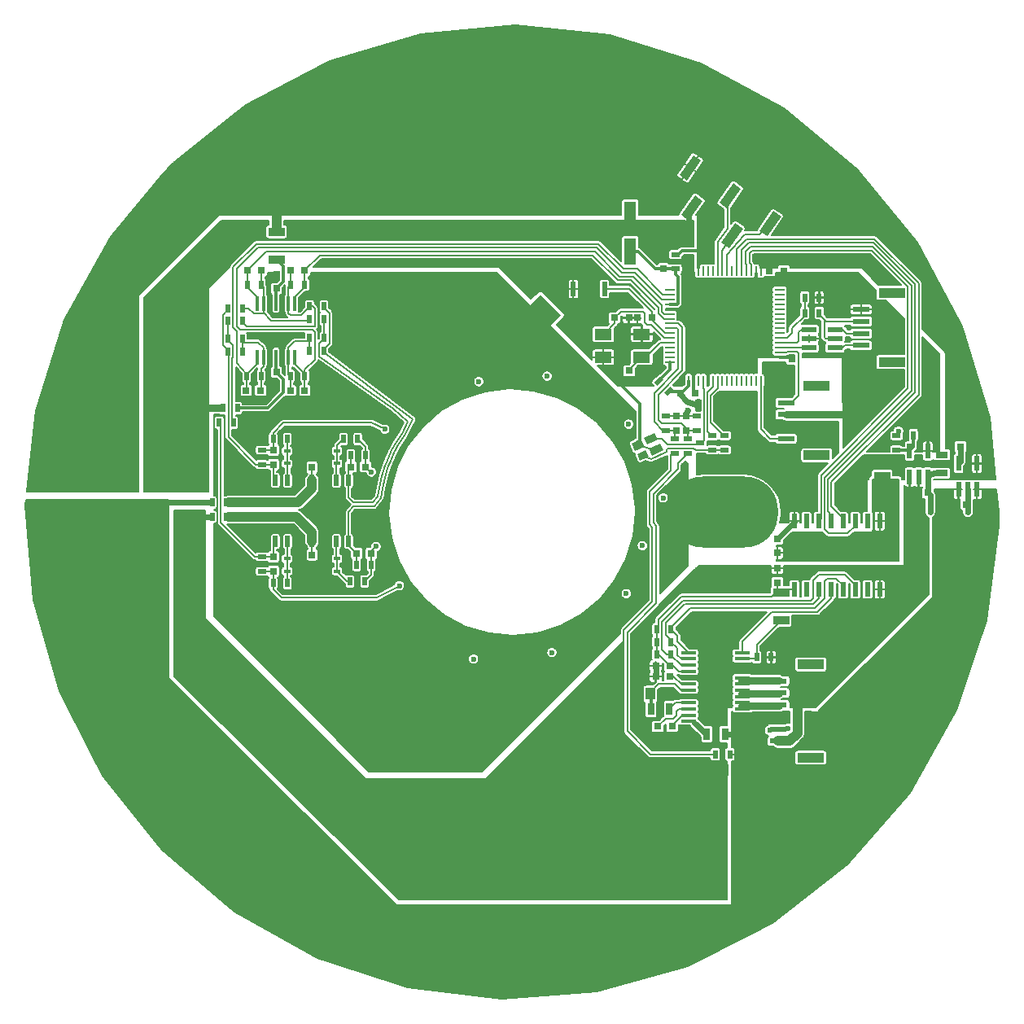
<source format=gbr>
G04 #@! TF.GenerationSoftware,KiCad,Pcbnew,(2017-12-21 revision 7586afd53)-makepkg*
G04 #@! TF.CreationDate,2018-01-22T18:21:21-08:00*
G04 #@! TF.ProjectId,fieldmill,6669656C646D696C6C2E6B696361645F,A*
G04 #@! TF.SameCoordinates,Original*
G04 #@! TF.FileFunction,Copper,L4,Bot,Signal*
G04 #@! TF.FilePolarity,Positive*
%FSLAX46Y46*%
G04 Gerber Fmt 4.6, Leading zero omitted, Abs format (unit mm)*
G04 Created by KiCad (PCBNEW (2017-12-21 revision 7586afd53)-makepkg) date 01/22/18 18:21:21*
%MOMM*%
%LPD*%
G01*
G04 APERTURE LIST*
%ADD10R,0.900000X0.500000*%
%ADD11R,1.560000X0.550000*%
%ADD12R,0.500000X0.900000*%
%ADD13R,1.000000X0.250000*%
%ADD14R,0.250000X1.000000*%
%ADD15C,3.000000*%
%ADD16C,0.100000*%
%ADD17R,0.750000X0.800000*%
%ADD18R,0.800000X0.750000*%
%ADD19R,1.800000X0.600000*%
%ADD20R,2.800000X1.000000*%
%ADD21C,0.500000*%
%ADD22R,0.508000X1.143000*%
%ADD23R,0.600000X1.500000*%
%ADD24R,1.800000X1.200000*%
%ADD25R,0.300000X1.600000*%
%ADD26R,1.300000X2.800000*%
%ADD27R,1.000000X1.250000*%
%ADD28R,0.700000X1.300000*%
%ADD29R,0.550000X1.560000*%
%ADD30R,1.600000X0.300000*%
%ADD31R,2.400000X4.870000*%
%ADD32R,0.550000X1.500000*%
%ADD33R,1.700000X0.900000*%
%ADD34C,0.900000*%
%ADD35R,0.900000X1.700000*%
%ADD36R,1.300000X0.700000*%
%ADD37R,0.700000X0.450000*%
%ADD38C,1.000000*%
%ADD39C,0.800000*%
%ADD40C,0.700000*%
%ADD41O,11.400000X7.400000*%
%ADD42C,7.400000*%
%ADD43C,7.400000*%
%ADD44C,0.600000*%
%ADD45C,0.550000*%
%ADD46C,0.600000*%
%ADD47C,0.300000*%
%ADD48C,0.200000*%
%ADD49C,1.000000*%
%ADD50C,0.160000*%
%ADD51C,0.800000*%
%ADD52C,0.180000*%
G04 APERTURE END LIST*
D10*
X122100000Y-93550000D03*
X122100000Y-92050000D03*
X116000000Y-90000000D03*
X116000000Y-91500000D03*
D11*
X130900000Y-82900000D03*
X130900000Y-81950000D03*
X130900000Y-81000000D03*
X133600000Y-81000000D03*
X133600000Y-82900000D03*
X133600000Y-81950000D03*
D12*
X71050000Y-90700000D03*
X69550000Y-90700000D03*
D13*
X116433260Y-84391674D03*
X116433260Y-83891674D03*
X116433260Y-83391674D03*
X116433260Y-82891674D03*
X116433260Y-82391674D03*
X116433260Y-81891674D03*
X116433260Y-81391674D03*
X116433260Y-80891674D03*
X116433260Y-80391674D03*
X116433260Y-79891674D03*
X116433260Y-79391674D03*
X116433260Y-78891674D03*
X116433260Y-78391674D03*
X116433260Y-77891674D03*
X116433260Y-77391674D03*
X116433260Y-76891674D03*
D14*
X118383260Y-74941674D03*
X118883260Y-74941674D03*
X119383260Y-74941674D03*
X119883260Y-74941674D03*
X120383260Y-74941674D03*
X120883260Y-74941674D03*
X121383260Y-74941674D03*
X121883260Y-74941674D03*
X122383260Y-74941674D03*
X122883260Y-74941674D03*
X123383260Y-74941674D03*
X123883260Y-74941674D03*
X124383260Y-74941674D03*
X124883260Y-74941674D03*
X125383260Y-74941674D03*
X125883260Y-74941674D03*
D13*
X127833260Y-76891674D03*
X127833260Y-77391674D03*
X127833260Y-77891674D03*
X127833260Y-78391674D03*
X127833260Y-78891674D03*
X127833260Y-79391674D03*
X127833260Y-79891674D03*
X127833260Y-80391674D03*
X127833260Y-80891674D03*
X127833260Y-81391674D03*
X127833260Y-81891674D03*
X127833260Y-82391674D03*
X127833260Y-82891674D03*
X127833260Y-83391674D03*
X127833260Y-83891674D03*
X127833260Y-84391674D03*
D14*
X125883260Y-86341674D03*
X125383260Y-86341674D03*
X124883260Y-86341674D03*
X124383260Y-86341674D03*
X123883260Y-86341674D03*
X123383260Y-86341674D03*
X122883260Y-86341674D03*
X122383260Y-86341674D03*
X121883260Y-86341674D03*
X121383260Y-86341674D03*
X120883260Y-86341674D03*
X120383260Y-86341674D03*
X119883260Y-86341674D03*
X119383260Y-86341674D03*
X118883260Y-86341674D03*
X118383260Y-86341674D03*
D12*
X76950000Y-85850000D03*
X78450000Y-85850000D03*
D15*
X100500000Y-82000000D03*
D16*
G36*
X95903806Y-84474874D02*
X102974874Y-77403806D01*
X105096194Y-79525126D01*
X98025126Y-86596194D01*
X95903806Y-84474874D01*
X95903806Y-84474874D01*
G37*
D15*
X99500000Y-118000000D03*
D16*
G36*
X94903806Y-120474874D02*
X101974874Y-113403806D01*
X104096194Y-115525126D01*
X97025126Y-122596194D01*
X94903806Y-120474874D01*
X94903806Y-120474874D01*
G37*
D17*
X75200000Y-95050000D03*
X75200000Y-93550000D03*
X79200000Y-93850000D03*
X79200000Y-95350000D03*
X79200000Y-104450000D03*
X79200000Y-105950000D03*
D18*
X83250000Y-95300000D03*
X84750000Y-95300000D03*
X85350000Y-104300000D03*
X83850000Y-104300000D03*
D17*
X75200000Y-104650000D03*
X75200000Y-106150000D03*
X75500000Y-76750000D03*
X75500000Y-75250000D03*
X75500000Y-86950000D03*
X75500000Y-85450000D03*
D18*
X73950000Y-74850000D03*
X72450000Y-74850000D03*
X78450000Y-74850000D03*
X76950000Y-74850000D03*
X76950000Y-87350000D03*
X78450000Y-87350000D03*
X72350000Y-87350000D03*
X73850000Y-87350000D03*
D17*
X118100000Y-90000000D03*
X118100000Y-91500000D03*
X117100000Y-90000000D03*
X117100000Y-91500000D03*
D18*
X112183260Y-85300000D03*
X110683260Y-85300000D03*
X110650000Y-79800000D03*
X112150000Y-79800000D03*
X113050000Y-79800000D03*
X114550000Y-79800000D03*
X119850000Y-73600000D03*
X118350000Y-73600000D03*
D17*
X115750000Y-74700000D03*
X115750000Y-73200000D03*
D18*
X117550000Y-87675000D03*
X119050000Y-87675000D03*
X128250000Y-74900000D03*
X126750000Y-74900000D03*
D17*
X127600000Y-102750000D03*
X127600000Y-104250000D03*
X127600000Y-105850000D03*
X127600000Y-107350000D03*
D18*
X148150000Y-93200000D03*
X146650000Y-93200000D03*
X148750000Y-99200000D03*
X147250000Y-99200000D03*
D19*
X136300000Y-78925000D03*
X136300000Y-80175000D03*
X136300000Y-81425000D03*
X136300000Y-82675000D03*
D20*
X139500000Y-84400000D03*
X139500000Y-77200000D03*
D12*
X75150000Y-92400000D03*
X76650000Y-92400000D03*
X82450000Y-92400000D03*
X83950000Y-92400000D03*
X84650000Y-107200000D03*
X83150000Y-107200000D03*
X76650000Y-107400000D03*
X75150000Y-107400000D03*
D10*
X74000000Y-93550000D03*
X74000000Y-95050000D03*
D12*
X83250000Y-94100000D03*
X84750000Y-94100000D03*
X83850000Y-105500000D03*
X85350000Y-105500000D03*
D10*
X74000000Y-106150000D03*
X74000000Y-104650000D03*
D12*
X71950000Y-78800000D03*
X70450000Y-78800000D03*
X80450000Y-79900000D03*
X78950000Y-79900000D03*
X80450000Y-78600000D03*
X78950000Y-78600000D03*
X70450000Y-80100000D03*
X71950000Y-80100000D03*
X80450000Y-81900000D03*
X78950000Y-81900000D03*
X78950000Y-83200000D03*
X80450000Y-83200000D03*
X71950000Y-83300000D03*
X70450000Y-83300000D03*
X70450000Y-82000000D03*
X71950000Y-82000000D03*
X73950000Y-76350000D03*
X72450000Y-76350000D03*
X78450000Y-76350000D03*
X76950000Y-76350000D03*
X72400000Y-85850000D03*
X73900000Y-85850000D03*
X131950000Y-77700000D03*
X130450000Y-77700000D03*
X131950000Y-79300000D03*
X130450000Y-79300000D03*
D10*
X118300000Y-93900000D03*
X118300000Y-92400000D03*
X119200000Y-90000000D03*
X119200000Y-91500000D03*
X116900000Y-93900000D03*
X116900000Y-92400000D03*
D21*
X116330330Y-87430330D03*
D16*
G36*
X116825305Y-87288909D02*
X116188909Y-87925305D01*
X115835355Y-87571751D01*
X116471751Y-86935355D01*
X116825305Y-87288909D01*
X116825305Y-87288909D01*
G37*
D21*
X115269670Y-86369670D03*
D16*
G36*
X115764645Y-86228249D02*
X115128249Y-86864645D01*
X114774695Y-86511091D01*
X115411091Y-85874695D01*
X115764645Y-86228249D01*
X115764645Y-86228249D01*
G37*
D10*
X119550000Y-92800000D03*
X119550000Y-94300000D03*
X120800000Y-93550000D03*
X120800000Y-92050000D03*
D12*
X115050000Y-113500000D03*
X116550000Y-113500000D03*
X115050000Y-114800000D03*
X116550000Y-114800000D03*
D22*
X80470000Y-103048000D03*
X75390000Y-103048000D03*
X76660000Y-103048000D03*
X77930000Y-103048000D03*
X79200000Y-103048000D03*
X81740000Y-103048000D03*
X83010000Y-103048000D03*
X83010000Y-96698000D03*
X81740000Y-96698000D03*
X80470000Y-96698000D03*
X79200000Y-96698000D03*
X77930000Y-96698000D03*
X76660000Y-96698000D03*
X75390000Y-96698000D03*
D23*
X129355000Y-108050000D03*
X130625000Y-108050000D03*
X131895000Y-108050000D03*
X133165000Y-108050000D03*
X134435000Y-108050000D03*
X135705000Y-108050000D03*
X136975000Y-108050000D03*
X138245000Y-108050000D03*
X138245000Y-100950000D03*
X136975000Y-100950000D03*
X135705000Y-100950000D03*
X134435000Y-100950000D03*
X133165000Y-100950000D03*
X131895000Y-100950000D03*
X130625000Y-100950000D03*
X129355000Y-100950000D03*
D24*
X113500000Y-81500000D03*
X109500000Y-81500000D03*
X109500000Y-83900000D03*
X113500000Y-83900000D03*
D25*
X73500000Y-83900000D03*
X74150000Y-83900000D03*
X74800000Y-83900000D03*
X75450000Y-83900000D03*
X76100000Y-83900000D03*
X76750000Y-83900000D03*
X77400000Y-83900000D03*
X77400000Y-78300000D03*
X76750000Y-78300000D03*
X76100000Y-78300000D03*
X75450000Y-78300000D03*
X74800000Y-78300000D03*
X74150000Y-78300000D03*
X73500000Y-78300000D03*
D26*
X112300000Y-69100000D03*
X112300000Y-72900000D03*
D17*
X129100000Y-84050000D03*
X129100000Y-85550000D03*
D27*
X116400000Y-118900000D03*
X114400000Y-118900000D03*
D18*
X115150000Y-122300000D03*
X116650000Y-122300000D03*
X143250000Y-98000000D03*
X141750000Y-98000000D03*
D27*
X124000000Y-126800000D03*
X122000000Y-126800000D03*
D18*
X116450000Y-117100000D03*
X114950000Y-117100000D03*
X114950000Y-116000000D03*
X116450000Y-116000000D03*
D28*
X114450000Y-120500000D03*
X116350000Y-120500000D03*
D10*
X140000000Y-93550000D03*
X140000000Y-92050000D03*
D12*
X141750000Y-92000000D03*
X143250000Y-92000000D03*
D29*
X148350000Y-94950000D03*
X146450000Y-94950000D03*
X146450000Y-97650000D03*
X147400000Y-97650000D03*
X148350000Y-97650000D03*
X143250000Y-96350000D03*
X142300000Y-96350000D03*
X141350000Y-96350000D03*
X141350000Y-93650000D03*
X143250000Y-93650000D03*
D30*
X118350000Y-121775000D03*
X118350000Y-121125000D03*
X118350000Y-120475000D03*
X118350000Y-119825000D03*
X118350000Y-119175000D03*
X118350000Y-118525000D03*
X118350000Y-117875000D03*
X118350000Y-117225000D03*
X118350000Y-116575000D03*
X118350000Y-115925000D03*
X118350000Y-115275000D03*
X118350000Y-114625000D03*
X123950000Y-114625000D03*
X123950000Y-115275000D03*
X123950000Y-115925000D03*
X123950000Y-116575000D03*
X123950000Y-117225000D03*
X123950000Y-117875000D03*
X123950000Y-118525000D03*
X123950000Y-119175000D03*
X123950000Y-119825000D03*
X123950000Y-120475000D03*
X123950000Y-121125000D03*
X123950000Y-121775000D03*
D31*
X121150000Y-118200000D03*
D20*
X131075000Y-125550000D03*
X131075000Y-115850000D03*
D19*
X127725000Y-117575000D03*
X127725000Y-118825000D03*
X127725000Y-120075000D03*
X127725000Y-121325000D03*
X127725000Y-122575000D03*
X127725000Y-123825000D03*
D10*
X117000000Y-74700000D03*
X117000000Y-73200000D03*
D12*
X116550000Y-112200000D03*
X115050000Y-112200000D03*
D32*
X106375000Y-76800000D03*
X109625000Y-76800000D03*
D20*
X131700000Y-86900000D03*
X131700000Y-94100000D03*
D19*
X128500000Y-92375000D03*
X128500000Y-91125000D03*
X128500000Y-89875000D03*
X128500000Y-88625000D03*
D12*
X69950000Y-89200000D03*
X71450000Y-89200000D03*
D33*
X75500000Y-73750000D03*
X75500000Y-70850000D03*
D12*
X68800000Y-100500000D03*
X70300000Y-100500000D03*
X70300000Y-99000000D03*
X68800000Y-99000000D03*
X126950000Y-115100000D03*
X125450000Y-115100000D03*
D33*
X128000000Y-111250000D03*
X128000000Y-108350000D03*
X122500000Y-107950000D03*
X122500000Y-110850000D03*
D28*
X122150000Y-123100000D03*
X120250000Y-123100000D03*
D12*
X121150000Y-125200000D03*
X122650000Y-125200000D03*
D33*
X107500000Y-71250000D03*
X107500000Y-74150000D03*
D34*
X141925305Y-89325305D03*
D16*
G36*
X142844544Y-89042462D02*
X141642462Y-90244544D01*
X141006066Y-89608148D01*
X142208148Y-88406066D01*
X142844544Y-89042462D01*
X142844544Y-89042462D01*
G37*
D34*
X139874695Y-87274695D03*
D16*
G36*
X140793934Y-86991852D02*
X139591852Y-88193934D01*
X138955456Y-87557538D01*
X140157538Y-86355456D01*
X140793934Y-86991852D01*
X140793934Y-86991852D01*
G37*
D34*
X140425305Y-72974695D03*
D16*
G36*
X140708148Y-73893934D02*
X139506066Y-72691852D01*
X140142462Y-72055456D01*
X141344544Y-73257538D01*
X140708148Y-73893934D01*
X140708148Y-73893934D01*
G37*
D34*
X138374695Y-75025305D03*
D16*
G36*
X138657538Y-75944544D02*
X137455456Y-74742462D01*
X138091852Y-74106066D01*
X139293934Y-75308148D01*
X138657538Y-75944544D01*
X138657538Y-75944544D01*
G37*
D35*
X131050000Y-98000000D03*
X133950000Y-98000000D03*
D36*
X144700000Y-95950000D03*
X144700000Y-94050000D03*
D33*
X138500000Y-93350000D03*
X138500000Y-96250000D03*
D37*
X76600000Y-94950000D03*
X76600000Y-93650000D03*
X78600000Y-94300000D03*
X81800000Y-93650000D03*
X81800000Y-94950000D03*
X79800000Y-94300000D03*
X79800000Y-105500000D03*
X81800000Y-106150000D03*
X81800000Y-104850000D03*
X78600000Y-105500000D03*
X76600000Y-104850000D03*
X76600000Y-106150000D03*
D38*
X122882108Y-71268278D03*
D16*
G36*
X123192370Y-69953454D02*
X124011522Y-70527030D01*
X122571846Y-72583102D01*
X121752694Y-72009526D01*
X123192370Y-69953454D01*
X123192370Y-69953454D01*
G37*
D38*
X118720816Y-68354509D03*
D16*
G36*
X119031078Y-67039685D02*
X119850230Y-67613261D01*
X118410554Y-69669333D01*
X117591402Y-69095757D01*
X119031078Y-67039685D01*
X119031078Y-67039685D01*
G37*
D38*
X126861292Y-70013769D03*
D16*
G36*
X127171554Y-68698945D02*
X127990706Y-69272521D01*
X126551030Y-71328593D01*
X125731878Y-70755017D01*
X127171554Y-68698945D01*
X127171554Y-68698945D01*
G37*
D38*
X122700000Y-67100000D03*
D16*
G36*
X123010262Y-65785176D02*
X123829414Y-66358752D01*
X122389738Y-68414824D01*
X121570586Y-67841248D01*
X123010262Y-65785176D01*
X123010262Y-65785176D01*
G37*
D38*
X118538708Y-64186232D03*
D16*
G36*
X118848970Y-62871408D02*
X119668122Y-63444984D01*
X118228446Y-65501056D01*
X117409294Y-64927480D01*
X118848970Y-62871408D01*
X118848970Y-62871408D01*
G37*
D34*
X113099335Y-93024859D03*
D16*
G36*
X112410687Y-92849461D02*
X113407626Y-92384580D01*
X113787983Y-93200257D01*
X112791044Y-93665138D01*
X112410687Y-92849461D01*
X112410687Y-92849461D01*
G37*
D39*
X114458797Y-92390931D03*
D16*
G36*
X113745965Y-92281979D02*
X114833534Y-91774837D01*
X115171629Y-92499883D01*
X114084060Y-93007025D01*
X113745965Y-92281979D01*
X113745965Y-92281979D01*
G37*
D40*
X113606477Y-94112428D03*
D16*
G36*
X113005407Y-94006529D02*
X113911715Y-93583911D01*
X114207547Y-94218327D01*
X113301239Y-94640945D01*
X113005407Y-94006529D01*
X113005407Y-94006529D01*
G37*
D39*
X114965939Y-93478501D03*
D16*
G36*
X114207792Y-93390680D02*
X115385992Y-92841276D01*
X115724086Y-93566322D01*
X114545886Y-94115726D01*
X114207792Y-93390680D01*
X114207792Y-93390680D01*
G37*
D28*
X121250000Y-88900000D03*
X119350000Y-88900000D03*
D41*
X122000000Y-100000000D03*
D42*
X89000000Y-119052560D03*
D43*
X90000000Y-117320509D02*
X88000000Y-120784611D01*
D42*
X89000000Y-80947440D03*
D43*
X88000000Y-79215389D02*
X90000000Y-82679491D01*
D44*
X143800000Y-96000000D03*
X140200000Y-91600000D03*
X143500000Y-100000000D03*
X74625000Y-85350000D03*
X128700000Y-122500000D03*
X126800000Y-122700000D03*
X146650000Y-93900000D03*
X118275000Y-89450000D03*
D45*
X80950000Y-100000000D03*
X74650000Y-75800000D03*
X80850000Y-88850000D03*
D44*
X88280000Y-107670000D03*
X147400000Y-100000000D03*
X86760000Y-91380000D03*
X115725000Y-98525000D03*
X111150000Y-88870000D03*
X111160000Y-111130000D03*
X88850000Y-111140000D03*
X88870000Y-88850000D03*
X115760000Y-100000000D03*
X84250000Y-100000000D03*
X100000000Y-115760000D03*
X100000000Y-84250000D03*
X96000000Y-115281675D03*
X85379536Y-95850000D03*
X104150000Y-114620464D03*
X112140000Y-90860000D03*
X111880000Y-108490000D03*
X85850000Y-103588125D03*
X103650000Y-85866579D03*
X96550000Y-86434008D03*
X113552595Y-103500000D03*
D46*
X118100000Y-90000000D02*
X118100000Y-89625000D01*
X118100000Y-89625000D02*
X118275000Y-89450000D01*
D47*
X140200000Y-91600000D02*
X140200000Y-91850000D01*
X140200000Y-91850000D02*
X140000000Y-92050000D01*
D46*
X143800000Y-96000000D02*
X143600000Y-96000000D01*
X143600000Y-96000000D02*
X143250000Y-96350000D01*
X144700000Y-95950000D02*
X143850000Y-95950000D01*
X143850000Y-95950000D02*
X143800000Y-96000000D01*
X143500000Y-100000000D02*
X143500000Y-98250000D01*
X143500000Y-98250000D02*
X143250000Y-98000000D01*
X147400000Y-99450000D02*
X147400000Y-100000000D01*
X147400000Y-97650000D02*
X147400000Y-99500000D01*
X143250000Y-96350000D02*
X143250000Y-98000000D01*
D48*
X117100000Y-90000000D02*
X116000000Y-90000000D01*
X118100000Y-90000000D02*
X117100000Y-90000000D01*
X119200000Y-90000000D02*
X118100000Y-90000000D01*
D46*
X146650000Y-93200000D02*
X146650000Y-94750000D01*
X146650000Y-94750000D02*
X146450000Y-94950000D01*
D48*
X88280000Y-107670000D02*
X85979492Y-108900000D01*
X85979492Y-108900000D02*
X76000000Y-108900000D01*
X76000000Y-108900000D02*
X75150000Y-108050000D01*
X75150000Y-108050000D02*
X75150000Y-107400000D01*
X75200000Y-106150000D02*
X74000000Y-106150000D01*
X75200000Y-106150000D02*
X75200000Y-107350000D01*
X75200000Y-107350000D02*
X75150000Y-107400000D01*
X70500000Y-83350000D02*
X70500000Y-92200000D01*
X70450000Y-83300000D02*
X70500000Y-83350000D01*
X70500000Y-92200000D02*
X73350000Y-95050000D01*
X73350000Y-95050000D02*
X74000000Y-95050000D01*
X75200000Y-95050000D02*
X75200000Y-96508000D01*
X75200000Y-96508000D02*
X75390000Y-96698000D01*
X74000000Y-95050000D02*
X75200000Y-95050000D01*
X70450000Y-78950000D02*
X69900000Y-79500000D01*
X70450000Y-78800000D02*
X70450000Y-78950000D01*
X69900000Y-79500000D02*
X69900000Y-82600000D01*
X69900000Y-82600000D02*
X70450000Y-83150000D01*
X70450000Y-83150000D02*
X70450000Y-83300000D01*
X70450000Y-78800000D02*
X70450000Y-78900000D01*
X115000000Y-101400000D02*
X115000000Y-109500000D01*
X114700000Y-101100000D02*
X115000000Y-101400000D01*
X117250000Y-95550000D02*
X114700000Y-98100000D01*
X115000000Y-109500000D02*
X112000000Y-112500000D01*
X114700000Y-98100000D02*
X114700000Y-101100000D01*
X114400000Y-125200000D02*
X119600000Y-125200000D01*
X119600000Y-125200000D02*
X121100000Y-125200000D01*
X118300000Y-93900000D02*
X117250000Y-94950000D01*
X117250000Y-94950000D02*
X117250000Y-95550000D01*
X112000000Y-112500000D02*
X112000000Y-122800000D01*
X112000000Y-122800000D02*
X114400000Y-125200000D01*
D46*
X68700000Y-99000000D02*
X64000000Y-99000000D01*
X122150000Y-123100000D02*
X123500000Y-123100000D01*
D48*
X114300000Y-101300000D02*
X114300000Y-97900000D01*
X114600000Y-101600000D02*
X114300000Y-101300000D01*
X114600000Y-109300000D02*
X114600000Y-101600000D01*
X111600000Y-113600000D02*
X111600000Y-112300000D01*
X111600000Y-112300000D02*
X114600000Y-109300000D01*
X111200000Y-114000000D02*
X111600000Y-113600000D01*
X114300000Y-97900000D02*
X116500000Y-95700000D01*
X116500000Y-95700000D02*
X116500000Y-94000000D01*
D49*
X128875000Y-123825000D02*
X129700000Y-123000000D01*
X127725000Y-123825000D02*
X128875000Y-123825000D01*
X129700000Y-123000000D02*
X129700000Y-120000000D01*
D46*
X68700000Y-100500000D02*
X67900000Y-100500000D01*
X114950000Y-117100000D02*
X114950000Y-116000000D01*
D48*
X83250000Y-95300000D02*
X83010000Y-95540000D01*
X83010000Y-95540000D02*
X83010000Y-96698000D01*
X83250000Y-94100000D02*
X83250000Y-95300000D01*
X83100000Y-96608000D02*
X83010000Y-96698000D01*
D50*
X87600000Y-89250000D02*
X79900000Y-83800000D01*
X89156974Y-90592073D02*
X87600000Y-89250000D01*
X86180000Y-97460000D02*
X86450000Y-96250000D01*
X88559120Y-91859414D02*
X89156974Y-90592073D01*
X87970000Y-92740000D02*
X88559120Y-91859414D01*
X79900000Y-83800000D02*
X79900000Y-82450000D01*
X87130000Y-94380000D02*
X87480000Y-93600000D01*
X86790000Y-95210000D02*
X86940000Y-94820000D01*
X86450000Y-96250000D02*
X86790000Y-95210000D01*
X83000000Y-98500000D02*
X83500000Y-99000000D01*
X83000000Y-97350000D02*
X83000000Y-98500000D01*
X86940000Y-94820000D02*
X87130000Y-94380000D01*
X83500000Y-99000000D02*
X85550000Y-99000000D01*
X87480000Y-93600000D02*
X87970000Y-92740000D01*
X85550000Y-99000000D02*
X86041299Y-98426877D01*
X86041299Y-98426877D02*
X86180000Y-97460000D01*
X79900000Y-82450000D02*
X80450000Y-81900000D01*
D48*
X80450000Y-79900000D02*
X80450000Y-81900000D01*
X83000717Y-102400000D02*
X83010000Y-103048000D01*
X83000000Y-102350000D02*
X83000000Y-102399283D01*
X83000000Y-102399283D02*
X83000717Y-102400000D01*
X83850000Y-104300000D02*
X83010000Y-103460000D01*
X83010000Y-103460000D02*
X83010000Y-103048000D01*
X83850000Y-105500000D02*
X83850000Y-104300000D01*
D50*
X87450000Y-94450000D02*
X87050000Y-95450000D01*
X87750000Y-93800000D02*
X87450000Y-94450000D01*
X88250000Y-92900000D02*
X87750000Y-93800000D01*
X86750000Y-96400000D02*
X86500000Y-97500000D01*
X88850000Y-92000000D02*
X88250000Y-92900000D01*
X86350000Y-98550000D02*
X85700000Y-99400000D01*
X83500000Y-99400000D02*
X83000000Y-100000000D01*
X80450000Y-83400000D02*
X89700000Y-90350000D01*
X89700000Y-90350000D02*
X88850000Y-92000000D01*
X87050000Y-95450000D02*
X86750000Y-96400000D01*
X86500000Y-97500000D02*
X86350000Y-98550000D01*
X85700000Y-99400000D02*
X83500000Y-99400000D01*
X83000000Y-100000000D02*
X83000000Y-102350000D01*
D48*
X80450000Y-83050000D02*
X81000000Y-82500000D01*
X80450000Y-83200000D02*
X80450000Y-83050000D01*
X81000000Y-82500000D02*
X81000000Y-79300000D01*
X81000000Y-79300000D02*
X80450000Y-78750000D01*
X80450000Y-78750000D02*
X80450000Y-78600000D01*
X69700000Y-90850000D02*
X69700000Y-101100000D01*
X69550000Y-90700000D02*
X69700000Y-90850000D01*
X69700000Y-101100000D02*
X73250000Y-104650000D01*
X73250000Y-104650000D02*
X74000000Y-104650000D01*
X75200000Y-104650000D02*
X75200000Y-103238000D01*
X75200000Y-103238000D02*
X75390000Y-103048000D01*
X74000000Y-104650000D02*
X75200000Y-104650000D01*
D46*
X117550000Y-87700000D02*
X118150000Y-88475000D01*
X118150000Y-88475000D02*
X119350000Y-88900000D01*
D47*
X116330330Y-87430330D02*
X117280330Y-87430330D01*
X117280330Y-87430330D02*
X117550000Y-87700000D01*
X118383260Y-86341674D02*
X118383260Y-86866740D01*
X118383260Y-86866740D02*
X117550000Y-87700000D01*
D48*
X129100000Y-85550000D02*
X127941674Y-84391674D01*
X127941674Y-84391674D02*
X127833260Y-84391674D01*
D46*
X127600000Y-102750000D02*
X129355000Y-100995000D01*
X129355000Y-100995000D02*
X129355000Y-100950000D01*
D47*
X117700000Y-72800000D02*
X117300000Y-73200000D01*
X119600000Y-72800000D02*
X117700000Y-72800000D01*
X117300000Y-73200000D02*
X117000000Y-73200000D01*
D49*
X75500000Y-70700000D02*
X75500000Y-68500000D01*
D48*
X114200000Y-93375000D02*
X113800000Y-93225000D01*
X114965939Y-93478501D02*
X114200000Y-93375000D01*
X113800000Y-93225000D02*
X113099335Y-93024859D01*
D47*
X118883260Y-86341674D02*
X118883260Y-87533260D01*
X118883260Y-87533260D02*
X119050000Y-87700000D01*
D46*
X118400000Y-68675325D02*
X118400000Y-70300000D01*
X118720816Y-68354509D02*
X118400000Y-68675325D01*
D51*
X128500000Y-89875000D02*
X134825000Y-89875000D01*
D47*
X113300000Y-92824194D02*
X113300000Y-88700000D01*
X113099335Y-93024859D02*
X113300000Y-92824194D01*
X113300000Y-88700000D02*
X111300000Y-86700000D01*
X127833260Y-83891674D02*
X128941674Y-83891674D01*
X128941674Y-83891674D02*
X129100000Y-84050000D01*
D51*
X69700000Y-89200000D02*
X68000000Y-89200000D01*
D48*
X143250000Y-93650000D02*
X143050000Y-93650000D01*
X143250000Y-92000000D02*
X143250000Y-91800000D01*
D52*
X111200000Y-75500000D02*
X108600000Y-72900000D01*
X112600000Y-75500000D02*
X111200000Y-75500000D01*
X115600000Y-78500000D02*
X112600000Y-75500000D01*
X115600000Y-79200000D02*
X115600000Y-78500000D01*
X116433260Y-79391674D02*
X115791674Y-79391674D01*
X115791674Y-79391674D02*
X115600000Y-79200000D01*
X108600000Y-72900000D02*
X74400000Y-72900000D01*
X74400000Y-72900000D02*
X72450000Y-74850000D01*
X115225000Y-78725000D02*
X115225000Y-79325000D01*
X112400000Y-75900000D02*
X115225000Y-78725000D01*
X111000000Y-75900000D02*
X112400000Y-75900000D01*
X78450000Y-74850000D02*
X80000000Y-73300000D01*
X108400000Y-73300000D02*
X111000000Y-75900000D01*
X80000000Y-73300000D02*
X108400000Y-73300000D01*
X115225000Y-79325000D02*
X115791674Y-79891674D01*
X115791674Y-79891674D02*
X116433260Y-79891674D01*
X108800000Y-72500000D02*
X111400000Y-75100000D01*
X73600000Y-72500000D02*
X108800000Y-72500000D01*
X111400000Y-75100000D02*
X112800000Y-75100000D01*
X112800000Y-75100000D02*
X115591674Y-77891674D01*
X115591674Y-77891674D02*
X116433260Y-77891674D01*
X73400000Y-72100000D02*
X71000000Y-74500000D01*
X115691674Y-77391674D02*
X113000000Y-74700000D01*
X109000000Y-72100000D02*
X73400000Y-72100000D01*
X111600000Y-74700000D02*
X109000000Y-72100000D01*
X113000000Y-74700000D02*
X111600000Y-74700000D01*
X116433260Y-77391674D02*
X115691674Y-77391674D01*
X71000000Y-74500000D02*
X71000000Y-80800000D01*
X71000000Y-80800000D02*
X71400000Y-81200000D01*
X71400000Y-81200000D02*
X71400000Y-84500000D01*
X71400000Y-84500000D02*
X72400000Y-85700000D01*
D48*
X73500000Y-83900000D02*
X73500000Y-84550000D01*
X73500000Y-84550000D02*
X72400000Y-85700000D01*
D52*
X72400000Y-85700000D02*
X72450000Y-85850000D01*
D48*
X73900000Y-85100000D02*
X74150000Y-84850000D01*
X73900000Y-85850000D02*
X73900000Y-85100000D01*
X74150000Y-84850000D02*
X74150000Y-83900000D01*
X115200000Y-87775000D02*
X117700000Y-85275000D01*
X115200000Y-90400000D02*
X115200000Y-87775000D01*
X115550000Y-90750000D02*
X115200000Y-90400000D01*
X117600000Y-90750000D02*
X115550000Y-90750000D01*
X118100000Y-91500000D02*
X118100000Y-91250000D01*
X118100000Y-91250000D02*
X117600000Y-90750000D01*
X117700000Y-85275000D02*
X117700000Y-80800000D01*
X117700000Y-80800000D02*
X117291674Y-80391674D01*
X117291674Y-80391674D02*
X117133260Y-80391674D01*
X117133260Y-80391674D02*
X116433260Y-80391674D01*
X118300000Y-92400000D02*
X118300000Y-91700000D01*
X118300000Y-91700000D02*
X118100000Y-91500000D01*
X118100000Y-91500000D02*
X119200000Y-91500000D01*
X116000000Y-91500000D02*
X115700000Y-91500000D01*
X115700000Y-91500000D02*
X114800000Y-90600000D01*
X114800000Y-87625000D02*
X117300000Y-85125000D01*
X114800000Y-90600000D02*
X114800000Y-87625000D01*
X117300000Y-85125000D02*
X117300000Y-81000000D01*
X117300000Y-81000000D02*
X117191674Y-80891674D01*
X117191674Y-80891674D02*
X116433260Y-80891674D01*
X117100000Y-91500000D02*
X116000000Y-91500000D01*
X116900000Y-92400000D02*
X116900000Y-91700000D01*
X116900000Y-91700000D02*
X117100000Y-91500000D01*
X113800000Y-79300000D02*
X113664999Y-79164999D01*
X113800000Y-80300000D02*
X113800000Y-79300000D01*
X113664999Y-79164999D02*
X111310001Y-79164999D01*
X114050000Y-80550000D02*
X113800000Y-80300000D01*
X114518002Y-80550000D02*
X114050000Y-80550000D01*
X116433260Y-81891674D02*
X115859676Y-81891674D01*
X115859676Y-81891674D02*
X114518002Y-80550000D01*
X111310001Y-79164999D02*
X110675000Y-79800000D01*
X110675000Y-79800000D02*
X110650000Y-79800000D01*
X127450000Y-108350000D02*
X127000000Y-108800000D01*
X128000000Y-108350000D02*
X127450000Y-108350000D01*
X127000000Y-108800000D02*
X117600000Y-108800000D01*
X117600000Y-108800000D02*
X115200000Y-111200000D01*
X115200000Y-111200000D02*
X115200000Y-112050000D01*
X115200000Y-112050000D02*
X115050000Y-112200000D01*
X127600000Y-107350000D02*
X127600000Y-107950000D01*
X127600000Y-107950000D02*
X128000000Y-108350000D01*
X129355000Y-108050000D02*
X128300000Y-108050000D01*
X128300000Y-108050000D02*
X128000000Y-108350000D01*
X131300000Y-109600000D02*
X131895000Y-109005000D01*
X118000000Y-109600000D02*
X131300000Y-109600000D01*
X131895000Y-109005000D02*
X131895000Y-108050000D01*
X134600000Y-106500000D02*
X135705000Y-107605000D01*
X131926998Y-106500000D02*
X134600000Y-106500000D01*
X131300000Y-107126998D02*
X131926998Y-106500000D01*
X131300000Y-109000000D02*
X131300000Y-107126998D01*
X117800000Y-109200000D02*
X131100000Y-109200000D01*
X131100000Y-109200000D02*
X131300000Y-109000000D01*
X135705000Y-107605000D02*
X135705000Y-108050000D01*
X116100000Y-114800000D02*
X115600000Y-114300000D01*
X116550000Y-114800000D02*
X116100000Y-114800000D01*
X115600000Y-114300000D02*
X115600000Y-111400000D01*
X115600000Y-111400000D02*
X117800000Y-109200000D01*
D47*
X114900000Y-74700000D02*
X115750000Y-74700000D01*
X112300000Y-72900000D02*
X113100000Y-72900000D01*
X113100000Y-72900000D02*
X114900000Y-74700000D01*
D48*
X117575000Y-118525000D02*
X116950000Y-117900000D01*
X118350000Y-118525000D02*
X117575000Y-118525000D01*
X116950000Y-117900000D02*
X115275000Y-117900000D01*
X115275000Y-117900000D02*
X114400000Y-118775000D01*
X115975000Y-121500000D02*
X115175000Y-122300000D01*
X116750000Y-121500000D02*
X115975000Y-121500000D01*
X115175000Y-122300000D02*
X115150000Y-122300000D01*
X117100000Y-121150000D02*
X116750000Y-121500000D01*
X117100000Y-120725000D02*
X117100000Y-121150000D01*
X118350000Y-120475000D02*
X117350000Y-120475000D01*
X117350000Y-120475000D02*
X117100000Y-120725000D01*
X117675000Y-121125000D02*
X116650000Y-122150000D01*
X118350000Y-121125000D02*
X117675000Y-121125000D01*
X116650000Y-122150000D02*
X116650000Y-122300000D01*
D46*
X119000000Y-121900000D02*
X120200000Y-123100000D01*
D50*
X116150000Y-92950000D02*
X115590931Y-92390931D01*
X119883260Y-86341674D02*
X119883260Y-87133260D01*
X119550000Y-92950000D02*
X116150000Y-92950000D01*
X119960000Y-92540000D02*
X119550000Y-92950000D01*
X115590931Y-92390931D02*
X114458797Y-92390931D01*
X119960000Y-87210000D02*
X119960000Y-92540000D01*
X119883260Y-87133260D02*
X119960000Y-87210000D01*
X120883260Y-86933260D02*
X120300000Y-87516520D01*
X120300000Y-91650000D02*
X120700000Y-92050000D01*
X120300000Y-87516520D02*
X120300000Y-91650000D01*
X120883260Y-86341674D02*
X120883260Y-86933260D01*
D52*
X120700000Y-92050000D02*
X120800000Y-92050000D01*
D48*
X118350000Y-119825000D02*
X117025000Y-119825000D01*
X117025000Y-119825000D02*
X116350000Y-120500000D01*
D47*
X139700000Y-93550000D02*
X141250000Y-93550000D01*
X141250000Y-93550000D02*
X141350000Y-93650000D01*
D52*
X137400000Y-72800000D02*
X141175000Y-76575000D01*
X125000000Y-72800000D02*
X137400000Y-72800000D01*
X124700000Y-73100000D02*
X125000000Y-72800000D01*
X124700000Y-74100000D02*
X124700000Y-73100000D01*
X124883260Y-74941674D02*
X124883260Y-74283260D01*
X124883260Y-74283260D02*
X124700000Y-74100000D01*
X141175000Y-76575000D02*
X141175000Y-87125000D01*
X141175000Y-87125000D02*
X132150000Y-96150000D01*
X132150000Y-96150000D02*
X132150000Y-100695000D01*
X132150000Y-100695000D02*
X131895000Y-100950000D01*
X132500000Y-96400000D02*
X141550000Y-87350000D01*
X141550000Y-76450000D02*
X137500000Y-72400000D01*
X132500000Y-101800000D02*
X132500000Y-96400000D01*
X132900000Y-102200000D02*
X132500000Y-101800000D01*
X124383260Y-74261674D02*
X124383260Y-74941674D01*
X134905000Y-102200000D02*
X132900000Y-102200000D01*
X135705000Y-100950000D02*
X135705000Y-101400000D01*
X135705000Y-101400000D02*
X134905000Y-102200000D01*
X141550000Y-87350000D02*
X141550000Y-76450000D01*
X137500000Y-72400000D02*
X124800000Y-72400000D01*
X124300000Y-72900000D02*
X124300000Y-74178414D01*
X124800000Y-72400000D02*
X124300000Y-72900000D01*
X124300000Y-74178414D02*
X124383260Y-74261674D01*
X141925000Y-87575000D02*
X132850000Y-96650000D01*
X133000000Y-100785000D02*
X133165000Y-100950000D01*
X141925000Y-76325000D02*
X141925000Y-87575000D01*
X137600000Y-72000000D02*
X141925000Y-76325000D01*
X124600000Y-72000000D02*
X137600000Y-72000000D01*
X123883260Y-74941674D02*
X123883260Y-72716740D01*
X123883260Y-72716740D02*
X124600000Y-72000000D01*
X132850000Y-96650000D02*
X132850000Y-99924150D01*
X132850000Y-99924150D02*
X133000000Y-100074150D01*
X133000000Y-100074150D02*
X133000000Y-100785000D01*
X142300000Y-76200000D02*
X137700000Y-71600000D01*
X134435000Y-100950000D02*
X134435000Y-100635000D01*
X142300000Y-87800000D02*
X142300000Y-76200000D01*
X133200000Y-96900000D02*
X142300000Y-87800000D01*
X133200000Y-99400000D02*
X133200000Y-96900000D01*
X134435000Y-100635000D02*
X133200000Y-99400000D01*
X137700000Y-71600000D02*
X124400000Y-71600000D01*
X124400000Y-71600000D02*
X123383260Y-72616740D01*
X123383260Y-72616740D02*
X123383260Y-74941674D01*
D48*
X127000000Y-110400000D02*
X123950000Y-113450000D01*
X131750000Y-110400000D02*
X127000000Y-110400000D01*
X123950000Y-113450000D02*
X123950000Y-114625000D01*
X131765000Y-110400000D02*
X133165000Y-109000000D01*
X133165000Y-109000000D02*
X133165000Y-108050000D01*
X123950000Y-117225000D02*
X123950000Y-117875000D01*
X114550000Y-79150000D02*
X114550000Y-80050000D01*
X109600000Y-76800000D02*
X112200000Y-76800000D01*
X112200000Y-76800000D02*
X114550000Y-79150000D01*
X114550000Y-80050000D02*
X115891674Y-81391674D01*
X115891674Y-81391674D02*
X116433260Y-81391674D01*
X75150000Y-91750000D02*
X75150000Y-92400000D01*
X85389009Y-90700000D02*
X76200000Y-90700000D01*
X86760000Y-91380000D02*
X85389009Y-90700000D01*
X76200000Y-90700000D02*
X75150000Y-91750000D01*
X75200000Y-93550000D02*
X75150000Y-93500000D01*
X75150000Y-93500000D02*
X75150000Y-92400000D01*
X74000000Y-93550000D02*
X75200000Y-93550000D01*
X132500000Y-109000000D02*
X131500000Y-110000000D01*
X132500000Y-107196998D02*
X132500000Y-109000000D01*
X134435000Y-108050000D02*
X134435000Y-107600000D01*
X132796998Y-106900000D02*
X132500000Y-107196998D01*
X133735000Y-106900000D02*
X132796998Y-106900000D01*
X134435000Y-107600000D02*
X133735000Y-106900000D01*
X131500000Y-110000000D02*
X118550000Y-110000000D01*
X118550000Y-110000000D02*
X116550000Y-112000000D01*
X116550000Y-112000000D02*
X116550000Y-112200000D01*
X71000000Y-82650000D02*
X70450000Y-82100000D01*
X71000000Y-83918002D02*
X71000000Y-82650000D01*
X71000000Y-90700000D02*
X70900000Y-90600000D01*
X70908001Y-84010001D02*
X71000000Y-83918002D01*
X70900000Y-84010001D02*
X70908001Y-84010001D01*
X70900000Y-90600000D02*
X70900000Y-84010001D01*
X70450000Y-82100000D02*
X70450000Y-82000000D01*
X70450000Y-82150000D02*
X70450000Y-82000000D01*
X70450000Y-80100000D02*
X70450000Y-82000000D01*
D47*
X143250000Y-92000000D02*
X143250000Y-93650000D01*
D52*
X72563998Y-78800000D02*
X73133999Y-79370001D01*
X71950000Y-78800000D02*
X72563998Y-78800000D01*
X73133999Y-79370001D02*
X74059999Y-79370001D01*
X74059999Y-79370001D02*
X74150000Y-79280000D01*
D48*
X79250000Y-78600000D02*
X79500000Y-78850000D01*
X79000000Y-78600000D02*
X79250000Y-78600000D01*
X78100000Y-79500000D02*
X79000000Y-78600000D01*
X76950000Y-79500000D02*
X78100000Y-79500000D01*
X76750000Y-78300000D02*
X76750000Y-79300000D01*
X76750000Y-79300000D02*
X76950000Y-79500000D01*
X79500000Y-78850000D02*
X79500000Y-80650000D01*
X79500000Y-80650000D02*
X72400000Y-80650000D01*
X72400000Y-80650000D02*
X71950000Y-80200000D01*
X71950000Y-80200000D02*
X71950000Y-80100000D01*
X78950000Y-82100000D02*
X78800000Y-82250000D01*
X78950000Y-81900000D02*
X78950000Y-82100000D01*
X78800000Y-82250000D02*
X77400000Y-82250000D01*
X77400000Y-82250000D02*
X76750000Y-82900000D01*
X76750000Y-82900000D02*
X76750000Y-83900000D01*
X78950000Y-81900000D02*
X78950000Y-83200000D01*
D52*
X71750000Y-81050000D02*
X71400000Y-80700000D01*
X79250002Y-81050000D02*
X71750000Y-81050000D01*
X78450000Y-85220000D02*
X79500000Y-84170000D01*
X71400000Y-74674998D02*
X73574998Y-72500000D01*
X79500000Y-81299998D02*
X79250002Y-81050000D01*
X79500000Y-84170000D02*
X79500000Y-81299998D01*
X78450000Y-85850000D02*
X78450000Y-85220000D01*
X71400000Y-80700000D02*
X71400000Y-74674998D01*
D48*
X78450000Y-85600000D02*
X78450000Y-87350000D01*
X74150000Y-82900000D02*
X73600000Y-82350000D01*
X74150000Y-83900000D02*
X74150000Y-82900000D01*
X73600000Y-82350000D02*
X72050000Y-82350000D01*
X72050000Y-82350000D02*
X71950000Y-82250000D01*
X71950000Y-82250000D02*
X71950000Y-82000000D01*
X71950000Y-82000000D02*
X71950000Y-83300000D01*
X116039999Y-111541999D02*
X117981998Y-109600000D01*
X116039999Y-112789999D02*
X116039999Y-111541999D01*
X116550000Y-113500000D02*
X116550000Y-113300000D01*
X116550000Y-113300000D02*
X116039999Y-112789999D01*
D47*
X141350000Y-93650000D02*
X141750000Y-93250000D01*
X141750000Y-93250000D02*
X141750000Y-92000000D01*
D48*
X123950000Y-119825000D02*
X123950000Y-120475000D01*
X123950000Y-118525000D02*
X123950000Y-119175000D01*
D51*
X123850000Y-118850000D02*
X127750000Y-118850000D01*
X123850000Y-117550000D02*
X127750000Y-117550000D01*
X123850000Y-120150000D02*
X127750000Y-120150000D01*
D48*
X83000000Y-97350000D02*
X83010000Y-96698000D01*
D47*
X75500000Y-85475000D02*
X76225000Y-86200000D01*
X75500000Y-85450000D02*
X75500000Y-85475000D01*
X76225000Y-86200000D02*
X76225000Y-87558002D01*
X76225000Y-87558002D02*
X74583002Y-89200000D01*
X74583002Y-89200000D02*
X72000000Y-89200000D01*
X72000000Y-89200000D02*
X71450000Y-89200000D01*
D49*
X79200000Y-97550000D02*
X77750000Y-99000000D01*
X79200000Y-96698000D02*
X79200000Y-97550000D01*
X77750000Y-99000000D02*
X71650000Y-99000000D01*
X71650000Y-99000000D02*
X70550000Y-99000000D01*
D48*
X79200000Y-96698000D02*
X79200000Y-95350000D01*
D49*
X79200000Y-102100000D02*
X77600000Y-100500000D01*
X79200000Y-103048000D02*
X79200000Y-102100000D01*
X77600000Y-100500000D02*
X71600000Y-100500000D01*
X71600000Y-100500000D02*
X70550000Y-100500000D01*
D48*
X79200000Y-103048000D02*
X79200000Y-104450000D01*
D47*
X75500000Y-76725000D02*
X76200000Y-76025000D01*
X75500000Y-76750000D02*
X75500000Y-76725000D01*
X76200000Y-76025000D02*
X76200000Y-74450000D01*
X76200000Y-74450000D02*
X75500000Y-73750000D01*
X75450000Y-78300000D02*
X75450000Y-76800000D01*
D48*
X75450000Y-76800000D02*
X75500000Y-76750000D01*
D47*
X75450000Y-83900000D02*
X75450000Y-85400000D01*
D48*
X75450000Y-85400000D02*
X75500000Y-85450000D01*
X78950000Y-80100000D02*
X74970000Y-80100000D01*
X74970000Y-80100000D02*
X74150000Y-79280000D01*
X73950000Y-76350000D02*
X73950000Y-74850000D01*
D52*
X74150000Y-79280000D02*
X74150000Y-78300000D01*
D48*
X74150000Y-78300000D02*
X74150000Y-76550000D01*
X74150000Y-76550000D02*
X73950000Y-76350000D01*
X72450000Y-76350000D02*
X72450000Y-74850000D01*
X73500000Y-78300000D02*
X73500000Y-77650000D01*
X73500000Y-77650000D02*
X72450000Y-76600000D01*
X72450000Y-76600000D02*
X72450000Y-76350000D01*
X78450000Y-76350000D02*
X78450000Y-74850000D01*
X77400000Y-78300000D02*
X77400000Y-77650000D01*
X77400000Y-77650000D02*
X78450000Y-76600000D01*
X78450000Y-76600000D02*
X78450000Y-76350000D01*
X76950000Y-76350000D02*
X76950000Y-74850000D01*
X76750000Y-78300000D02*
X76750000Y-76550000D01*
X76750000Y-76550000D02*
X76950000Y-76350000D01*
X76950000Y-85850000D02*
X76950000Y-87350000D01*
X76750000Y-83900000D02*
X76750000Y-85650000D01*
X76750000Y-85650000D02*
X76950000Y-85850000D01*
X77400000Y-83900000D02*
X77400000Y-84550000D01*
X77400000Y-84550000D02*
X78450000Y-85600000D01*
X72400000Y-85850000D02*
X72400000Y-87350000D01*
X73900000Y-85850000D02*
X73900000Y-87350000D01*
X115408326Y-82391674D02*
X113900000Y-83900000D01*
X116433260Y-82391674D02*
X115408326Y-82391674D01*
X113900000Y-83900000D02*
X113500000Y-83900000D01*
X112183260Y-85300000D02*
X112183260Y-85216740D01*
X112183260Y-85216740D02*
X113500000Y-83900000D01*
X110650000Y-79800000D02*
X110650000Y-80375000D01*
X110650000Y-80375000D02*
X109525000Y-81500000D01*
X109525000Y-81500000D02*
X109500000Y-81500000D01*
X115050000Y-113500000D02*
X115050000Y-112200000D01*
X115050000Y-114800000D02*
X115050000Y-113500000D01*
X115050000Y-114800000D02*
X115250000Y-114800000D01*
X115250000Y-114800000D02*
X116450000Y-116000000D01*
X118350000Y-116575000D02*
X117350000Y-116575000D01*
X117350000Y-116575000D02*
X116775000Y-116000000D01*
X116775000Y-116000000D02*
X116450000Y-116000000D01*
X134400000Y-82900000D02*
X134625000Y-82675000D01*
X134625000Y-82675000D02*
X136300000Y-82675000D01*
X133600000Y-82900000D02*
X134400000Y-82900000D01*
X134400000Y-81000000D02*
X134825000Y-81425000D01*
X134825000Y-81425000D02*
X136300000Y-81425000D01*
X133600000Y-81000000D02*
X134400000Y-81000000D01*
X136300000Y-80175000D02*
X132675000Y-80175000D01*
X132675000Y-80175000D02*
X132500000Y-80000000D01*
X132620000Y-81950000D02*
X132500000Y-81830000D01*
X133600000Y-81950000D02*
X132620000Y-81950000D01*
X132500000Y-81830000D02*
X132500000Y-80000000D01*
X132500000Y-80000000D02*
X131950000Y-79450000D01*
X131950000Y-79450000D02*
X131950000Y-79300000D01*
X129100000Y-80900000D02*
X130450000Y-79550000D01*
X130450000Y-79550000D02*
X130450000Y-79300000D01*
X129100000Y-81383348D02*
X129100000Y-80900000D01*
X128591674Y-81891674D02*
X129100000Y-81383348D01*
X127833260Y-81891674D02*
X128591674Y-81891674D01*
X130450000Y-77700000D02*
X130450000Y-79300000D01*
X117200000Y-114900000D02*
X117200000Y-114150000D01*
X117200000Y-114150000D02*
X116550000Y-113500000D01*
X117575000Y-115275000D02*
X117200000Y-114900000D01*
X118350000Y-115275000D02*
X117575000Y-115275000D01*
X118350000Y-115925000D02*
X117581998Y-115925000D01*
X117581998Y-115925000D02*
X116550000Y-114893002D01*
X116550000Y-114893002D02*
X116550000Y-114800000D01*
X129800000Y-81300000D02*
X130100000Y-81000000D01*
X130100000Y-81000000D02*
X130900000Y-81000000D01*
X129800000Y-82200000D02*
X129800000Y-81300000D01*
X129608326Y-82391674D02*
X129800000Y-82200000D01*
X127833260Y-82391674D02*
X129608326Y-82391674D01*
X130900000Y-82900000D02*
X127841586Y-82900000D01*
X127841586Y-82900000D02*
X127833260Y-82891674D01*
D47*
X117000000Y-74700000D02*
X115750000Y-74700000D01*
X116433260Y-78391674D02*
X117152262Y-78391674D01*
X117152262Y-78391674D02*
X117263261Y-78280675D01*
X117263261Y-78280675D02*
X117263261Y-75513261D01*
X117263261Y-75513261D02*
X117000000Y-75250000D01*
X117000000Y-75250000D02*
X117000000Y-74700000D01*
X114450000Y-120300000D02*
X114450000Y-118750000D01*
D48*
X117575000Y-117875000D02*
X116800000Y-117100000D01*
X116800000Y-117100000D02*
X116450000Y-117100000D01*
X118350000Y-117875000D02*
X117575000Y-117875000D01*
X116600000Y-117100000D02*
X116450000Y-117100000D01*
D47*
X116433260Y-84391674D02*
X116433260Y-85206080D01*
X116433260Y-85206080D02*
X115269670Y-86369670D01*
D48*
X84750000Y-94100000D02*
X84750000Y-93200000D01*
X84750000Y-93200000D02*
X83950000Y-92400000D01*
X84750000Y-95300000D02*
X84750000Y-94100000D01*
X85379536Y-95850000D02*
X85300000Y-95850000D01*
X85300000Y-95850000D02*
X84750000Y-95300000D01*
X85350000Y-105500000D02*
X85350000Y-106500000D01*
X85350000Y-106500000D02*
X84650000Y-107200000D01*
X85350000Y-104300000D02*
X85350000Y-104088125D01*
X85350000Y-104088125D02*
X85850000Y-103588125D01*
X85350000Y-105500000D02*
X85350000Y-104300000D01*
X117200000Y-113475000D02*
X117200000Y-112850000D01*
X117200000Y-112850000D02*
X116550000Y-112200000D01*
X118350000Y-114625000D02*
X117200000Y-113475000D01*
X125450000Y-115100000D02*
X125450000Y-113800000D01*
X125450000Y-113800000D02*
X128000000Y-111250000D01*
X123950000Y-115275000D02*
X125275000Y-115275000D01*
X125275000Y-115275000D02*
X125450000Y-115100000D01*
X76600000Y-93650000D02*
X76600000Y-92450000D01*
X76600000Y-92450000D02*
X76650000Y-92400000D01*
X76600000Y-94950000D02*
X76600000Y-93650000D01*
X76660000Y-96698000D02*
X76660000Y-95010000D01*
X76660000Y-95010000D02*
X76600000Y-94950000D01*
X82450000Y-92400000D02*
X81800000Y-93050000D01*
X81800000Y-93050000D02*
X81800000Y-93650000D01*
X81800000Y-94950000D02*
X81740000Y-95010000D01*
X81740000Y-95010000D02*
X81740000Y-96698000D01*
X81800000Y-93650000D02*
X81800000Y-94950000D01*
X81800000Y-104850000D02*
X81800000Y-106150000D01*
X81740000Y-103048000D02*
X81740000Y-104790000D01*
X81740000Y-104790000D02*
X81800000Y-104850000D01*
X81800000Y-106150000D02*
X82850000Y-107200000D01*
X82850000Y-107200000D02*
X83150000Y-107200000D01*
X76600000Y-106150000D02*
X76600000Y-107350000D01*
X76600000Y-107350000D02*
X76650000Y-107400000D01*
X76600000Y-104850000D02*
X76600000Y-106150000D01*
X76660000Y-103048000D02*
X76660000Y-104790000D01*
X76660000Y-104790000D02*
X76600000Y-104850000D01*
X129800000Y-87900000D02*
X129075000Y-88625000D01*
X129075000Y-88625000D02*
X128500000Y-88625000D01*
X128508326Y-83391674D02*
X128600000Y-83300000D01*
X127833260Y-83391674D02*
X128508326Y-83391674D01*
X128600000Y-83300000D02*
X129600000Y-83300000D01*
X129600000Y-83300000D02*
X129800000Y-83500000D01*
X129800000Y-83500000D02*
X129800000Y-87900000D01*
X126875000Y-92375000D02*
X125883260Y-91383260D01*
X128500000Y-92375000D02*
X126875000Y-92375000D01*
X125883260Y-91383260D02*
X125883260Y-86341674D01*
X121883260Y-72816740D02*
X122882108Y-71268278D01*
X121883260Y-74941674D02*
X121883260Y-72816740D01*
X122882108Y-71917892D02*
X122882108Y-71268278D01*
X122400000Y-68400000D02*
X122700000Y-67100000D01*
X122400000Y-70500000D02*
X122400000Y-68400000D01*
X121383260Y-71916740D02*
X122400000Y-70500000D01*
X121383260Y-74941674D02*
X121383260Y-71916740D01*
X116100000Y-93750000D02*
X114450000Y-94500000D01*
X116100000Y-93500000D02*
X116100000Y-93750000D01*
X116250000Y-93350000D02*
X116100000Y-93500000D01*
X118918002Y-93350000D02*
X116250000Y-93350000D01*
X114450000Y-94500000D02*
X113606477Y-94112428D01*
X120800000Y-93550000D02*
X119118002Y-93550000D01*
X119118002Y-93550000D02*
X118918002Y-93350000D01*
X122100000Y-93550000D02*
X120800000Y-93550000D01*
D50*
X121383260Y-87116740D02*
X120640000Y-87860000D01*
X121383260Y-86341674D02*
X121383260Y-87116740D01*
X120640000Y-87860000D02*
X120640000Y-90690000D01*
X120640000Y-90690000D02*
X122000000Y-92050000D01*
D48*
X122000000Y-92050000D02*
X122100000Y-92050000D01*
X124200000Y-71100000D02*
X125775061Y-71100000D01*
X125775061Y-71100000D02*
X126861292Y-70013769D01*
X124100000Y-71200000D02*
X124200000Y-71100000D01*
X122383260Y-73216740D02*
X124100000Y-71200000D01*
X122383260Y-74941674D02*
X122383260Y-73216740D01*
D52*
G36*
X112880000Y-89607280D02*
X112880000Y-92331263D01*
X112296028Y-92603574D01*
X112250261Y-92630668D01*
X112210659Y-92666169D01*
X112178744Y-92708715D01*
X112155743Y-92756669D01*
X112142539Y-92808189D01*
X112139639Y-92861295D01*
X112147156Y-92913947D01*
X112164800Y-92964120D01*
X112545157Y-93779797D01*
X112572251Y-93825564D01*
X112607752Y-93865166D01*
X112650298Y-93897081D01*
X112698252Y-93920082D01*
X112745719Y-93932247D01*
X112737259Y-93965257D01*
X112734359Y-94018363D01*
X112741876Y-94071014D01*
X112759520Y-94121188D01*
X113055352Y-94755604D01*
X113082446Y-94801371D01*
X113117947Y-94840973D01*
X113160493Y-94872888D01*
X113208447Y-94895889D01*
X113259967Y-94909093D01*
X113313073Y-94911993D01*
X113365725Y-94904476D01*
X113415898Y-94886832D01*
X113907143Y-94657761D01*
X114295522Y-94836209D01*
X114306289Y-94839933D01*
X114316463Y-94845062D01*
X114340342Y-94851709D01*
X114363768Y-94859811D01*
X114375054Y-94861373D01*
X114386030Y-94864428D01*
X114410744Y-94866311D01*
X114435298Y-94869708D01*
X114446673Y-94869048D01*
X114458032Y-94869913D01*
X114482639Y-94866960D01*
X114507388Y-94865523D01*
X114518418Y-94862666D01*
X114529730Y-94861308D01*
X114553305Y-94853628D01*
X114577292Y-94847414D01*
X114587551Y-94842472D01*
X114598389Y-94838941D01*
X114603107Y-94836836D01*
X116130000Y-94142794D01*
X116130000Y-95546741D01*
X114038370Y-97638370D01*
X114016664Y-97664796D01*
X113994708Y-97690962D01*
X113993769Y-97692670D01*
X113992536Y-97694171D01*
X113976400Y-97724265D01*
X113959920Y-97754241D01*
X113959332Y-97756096D01*
X113958412Y-97757811D01*
X113948415Y-97790510D01*
X113938085Y-97823073D01*
X113937868Y-97825005D01*
X113937299Y-97826867D01*
X113933843Y-97860891D01*
X113930036Y-97894834D01*
X113930010Y-97898635D01*
X113930002Y-97898709D01*
X113930009Y-97898778D01*
X113930000Y-97900000D01*
X113930000Y-101300000D01*
X113933337Y-101334035D01*
X113936314Y-101368062D01*
X113936857Y-101369932D01*
X113937047Y-101371867D01*
X113946918Y-101404562D01*
X113956460Y-101437406D01*
X113957356Y-101439135D01*
X113957918Y-101440996D01*
X113973959Y-101471164D01*
X113989692Y-101501517D01*
X113990906Y-101503037D01*
X113991819Y-101504755D01*
X114013421Y-101531242D01*
X114034743Y-101557951D01*
X114037416Y-101560663D01*
X114037459Y-101560715D01*
X114037507Y-101560755D01*
X114038370Y-101561630D01*
X114230000Y-101753259D01*
X114230000Y-109146741D01*
X111338370Y-112038370D01*
X111316664Y-112064796D01*
X111294708Y-112090962D01*
X111293769Y-112092670D01*
X111292536Y-112094171D01*
X111276400Y-112124265D01*
X111259920Y-112154241D01*
X111259332Y-112156096D01*
X111258412Y-112157811D01*
X111248415Y-112190510D01*
X111238085Y-112223073D01*
X111237868Y-112225005D01*
X111237299Y-112226867D01*
X111233843Y-112260891D01*
X111230036Y-112294834D01*
X111230010Y-112298635D01*
X111230002Y-112298709D01*
X111230009Y-112298778D01*
X111230000Y-112300000D01*
X111230000Y-112642720D01*
X96862720Y-127010000D01*
X85137280Y-127010000D01*
X77194256Y-119066976D01*
X88729290Y-119066976D01*
X88737351Y-119119050D01*
X88755373Y-119168568D01*
X88782670Y-119213642D01*
X88818202Y-119252554D01*
X88860614Y-119283825D01*
X88863866Y-119285732D01*
X88866128Y-119287038D01*
X88914116Y-119308807D01*
X88965419Y-119320840D01*
X89018082Y-119322681D01*
X89070098Y-119314256D01*
X89119488Y-119295889D01*
X89164370Y-119268278D01*
X89203034Y-119232475D01*
X89234008Y-119189845D01*
X89256112Y-119142010D01*
X89268503Y-119090793D01*
X89270710Y-119038144D01*
X89262650Y-118986070D01*
X89244627Y-118936552D01*
X89217330Y-118891479D01*
X89181798Y-118852566D01*
X89139386Y-118821295D01*
X89136134Y-118819388D01*
X89133872Y-118818082D01*
X89085884Y-118796313D01*
X89034581Y-118784280D01*
X88981918Y-118782439D01*
X88929902Y-118790864D01*
X88880512Y-118809231D01*
X88835630Y-118836842D01*
X88796966Y-118872645D01*
X88765992Y-118915275D01*
X88743888Y-118963110D01*
X88731497Y-119014327D01*
X88729290Y-119066976D01*
X77194256Y-119066976D01*
X73456882Y-115329602D01*
X95429251Y-115329602D01*
X95449430Y-115439549D01*
X95490580Y-115543481D01*
X95551133Y-115637442D01*
X95628784Y-115717852D01*
X95720574Y-115781648D01*
X95823008Y-115826400D01*
X95932183Y-115850404D01*
X96043941Y-115852745D01*
X96154026Y-115833334D01*
X96258244Y-115792911D01*
X96352625Y-115733014D01*
X96433575Y-115655927D01*
X96498010Y-115564584D01*
X96543476Y-115462466D01*
X96568242Y-115353461D01*
X96570024Y-115225784D01*
X96548312Y-115116130D01*
X96505715Y-115012781D01*
X96443856Y-114919675D01*
X96365090Y-114840357D01*
X96272418Y-114777849D01*
X96169369Y-114734532D01*
X96059870Y-114712055D01*
X95948089Y-114711274D01*
X95838287Y-114732220D01*
X95734643Y-114774095D01*
X95641108Y-114835303D01*
X95561242Y-114913513D01*
X95498088Y-115005747D01*
X95454052Y-115108490D01*
X95430811Y-115217830D01*
X95429251Y-115329602D01*
X73456882Y-115329602D01*
X72795671Y-114668391D01*
X103579251Y-114668391D01*
X103599430Y-114778338D01*
X103640580Y-114882270D01*
X103701133Y-114976231D01*
X103778784Y-115056641D01*
X103870574Y-115120437D01*
X103973008Y-115165189D01*
X104082183Y-115189193D01*
X104193941Y-115191534D01*
X104304026Y-115172123D01*
X104408244Y-115131700D01*
X104502625Y-115071803D01*
X104583575Y-114994716D01*
X104648010Y-114903373D01*
X104693476Y-114801255D01*
X104718242Y-114692250D01*
X104720024Y-114564573D01*
X104698312Y-114454919D01*
X104655715Y-114351570D01*
X104593856Y-114258464D01*
X104515090Y-114179146D01*
X104422418Y-114116638D01*
X104319369Y-114073321D01*
X104209870Y-114050844D01*
X104098089Y-114050063D01*
X103988287Y-114071009D01*
X103884643Y-114112884D01*
X103791108Y-114174092D01*
X103711242Y-114252302D01*
X103648088Y-114344536D01*
X103604052Y-114447279D01*
X103580811Y-114556619D01*
X103579251Y-114668391D01*
X72795671Y-114668391D01*
X68990000Y-110862720D01*
X68990000Y-105900000D01*
X73278694Y-105900000D01*
X73278694Y-106400000D01*
X73283907Y-106452929D01*
X73299346Y-106503824D01*
X73324417Y-106550730D01*
X73358158Y-106591842D01*
X73399270Y-106625583D01*
X73446176Y-106650654D01*
X73497071Y-106666093D01*
X73550000Y-106671306D01*
X74450000Y-106671306D01*
X74502929Y-106666093D01*
X74553824Y-106650654D01*
X74570655Y-106641658D01*
X74574346Y-106653824D01*
X74599417Y-106700730D01*
X74633158Y-106741842D01*
X74674270Y-106775583D01*
X74687885Y-106782860D01*
X74674417Y-106799270D01*
X74649346Y-106846176D01*
X74633907Y-106897071D01*
X74628694Y-106950000D01*
X74628694Y-107850000D01*
X74633907Y-107902929D01*
X74649346Y-107953824D01*
X74674417Y-108000730D01*
X74708158Y-108041842D01*
X74749270Y-108075583D01*
X74784233Y-108094270D01*
X74786314Y-108118062D01*
X74786857Y-108119932D01*
X74787047Y-108121867D01*
X74796918Y-108154562D01*
X74806460Y-108187406D01*
X74807356Y-108189135D01*
X74807918Y-108190996D01*
X74823928Y-108221106D01*
X74839692Y-108251517D01*
X74840906Y-108253037D01*
X74841819Y-108254755D01*
X74863421Y-108281242D01*
X74884743Y-108307951D01*
X74887416Y-108310663D01*
X74887459Y-108310715D01*
X74887507Y-108310755D01*
X74888370Y-108311630D01*
X75738371Y-109161630D01*
X75764798Y-109183338D01*
X75790962Y-109205292D01*
X75792666Y-109206229D01*
X75794171Y-109207465D01*
X75824303Y-109223622D01*
X75854241Y-109240080D01*
X75856096Y-109240668D01*
X75857811Y-109241588D01*
X75890510Y-109251585D01*
X75923073Y-109261915D01*
X75925005Y-109262132D01*
X75926867Y-109262701D01*
X75960891Y-109266157D01*
X75994834Y-109269964D01*
X75998635Y-109269990D01*
X75998709Y-109269998D01*
X75998778Y-109269991D01*
X76000000Y-109270000D01*
X85979492Y-109270000D01*
X85995359Y-109268444D01*
X86011301Y-109268630D01*
X86031209Y-109264929D01*
X86051359Y-109262953D01*
X86066621Y-109258345D01*
X86082296Y-109255431D01*
X86101104Y-109247934D01*
X86120488Y-109242082D01*
X86134566Y-109234597D01*
X86149375Y-109228694D01*
X86153948Y-109226290D01*
X88071586Y-108200997D01*
X88103008Y-108214725D01*
X88212183Y-108238729D01*
X88323941Y-108241070D01*
X88434026Y-108221659D01*
X88538244Y-108181236D01*
X88632625Y-108121339D01*
X88713575Y-108044252D01*
X88778010Y-107952909D01*
X88823476Y-107850791D01*
X88848242Y-107741786D01*
X88850024Y-107614109D01*
X88828312Y-107504455D01*
X88785715Y-107401106D01*
X88723856Y-107308000D01*
X88645090Y-107228682D01*
X88552418Y-107166174D01*
X88449369Y-107122857D01*
X88339870Y-107100380D01*
X88228089Y-107099599D01*
X88118287Y-107120545D01*
X88014643Y-107162420D01*
X87921108Y-107223628D01*
X87841242Y-107301838D01*
X87778088Y-107394072D01*
X87734052Y-107496815D01*
X87723136Y-107548170D01*
X85886788Y-108530000D01*
X76153259Y-108530000D01*
X75624865Y-108001605D01*
X75625583Y-108000730D01*
X75650654Y-107953824D01*
X75666093Y-107902929D01*
X75671306Y-107850000D01*
X75671306Y-106950000D01*
X75666093Y-106897071D01*
X75650654Y-106846176D01*
X75633648Y-106814358D01*
X75678824Y-106800654D01*
X75725730Y-106775583D01*
X75766842Y-106741842D01*
X75800583Y-106700730D01*
X75825654Y-106653824D01*
X75841093Y-106602929D01*
X75846306Y-106550000D01*
X75846306Y-105750000D01*
X75841093Y-105697071D01*
X75825654Y-105646176D01*
X75800583Y-105599270D01*
X75766842Y-105558158D01*
X75725730Y-105524417D01*
X75678824Y-105499346D01*
X75627929Y-105483907D01*
X75575000Y-105478694D01*
X74825000Y-105478694D01*
X74772071Y-105483907D01*
X74721176Y-105499346D01*
X74674270Y-105524417D01*
X74633158Y-105558158D01*
X74599417Y-105599270D01*
X74574346Y-105646176D01*
X74570655Y-105658342D01*
X74553824Y-105649346D01*
X74502929Y-105633907D01*
X74450000Y-105628694D01*
X73550000Y-105628694D01*
X73497071Y-105633907D01*
X73446176Y-105649346D01*
X73399270Y-105674417D01*
X73358158Y-105708158D01*
X73324417Y-105749270D01*
X73299346Y-105796176D01*
X73283907Y-105847071D01*
X73278694Y-105900000D01*
X68990000Y-105900000D01*
X68990000Y-101221306D01*
X69050000Y-101221306D01*
X69102929Y-101216093D01*
X69153824Y-101200654D01*
X69200730Y-101175583D01*
X69241842Y-101141842D01*
X69275583Y-101100730D01*
X69300654Y-101053824D01*
X69316093Y-101002929D01*
X69321306Y-100950000D01*
X69321306Y-100050000D01*
X69316093Y-99997071D01*
X69300654Y-99946176D01*
X69275583Y-99899270D01*
X69241842Y-99858158D01*
X69200730Y-99824417D01*
X69153824Y-99799346D01*
X69102929Y-99783907D01*
X69050000Y-99778694D01*
X68990000Y-99778694D01*
X68990000Y-99721306D01*
X69050000Y-99721306D01*
X69102929Y-99716093D01*
X69153824Y-99700654D01*
X69200730Y-99675583D01*
X69241842Y-99641842D01*
X69275583Y-99600730D01*
X69300654Y-99553824D01*
X69316093Y-99502929D01*
X69321306Y-99450000D01*
X69321306Y-98550000D01*
X69316093Y-98497071D01*
X69300654Y-98446176D01*
X69275583Y-98399270D01*
X69241842Y-98358158D01*
X69200730Y-98324417D01*
X69153824Y-98299346D01*
X69102929Y-98283907D01*
X69050000Y-98278694D01*
X68990000Y-98278694D01*
X68990000Y-90250000D01*
X69028694Y-90250000D01*
X69028694Y-91150000D01*
X69033907Y-91202929D01*
X69049346Y-91253824D01*
X69074417Y-91300730D01*
X69108158Y-91341842D01*
X69149270Y-91375583D01*
X69196176Y-91400654D01*
X69247071Y-91416093D01*
X69300000Y-91421306D01*
X69330000Y-91421306D01*
X69330000Y-101100000D01*
X69333337Y-101134035D01*
X69336314Y-101168062D01*
X69336857Y-101169932D01*
X69337047Y-101171867D01*
X69346918Y-101204562D01*
X69356460Y-101237406D01*
X69357356Y-101239135D01*
X69357918Y-101240996D01*
X69373959Y-101271164D01*
X69389692Y-101301517D01*
X69390906Y-101303037D01*
X69391819Y-101304755D01*
X69413421Y-101331242D01*
X69434743Y-101357951D01*
X69437416Y-101360663D01*
X69437459Y-101360715D01*
X69437507Y-101360755D01*
X69438370Y-101361630D01*
X72988370Y-104911629D01*
X73014766Y-104933311D01*
X73040962Y-104955292D01*
X73042670Y-104956231D01*
X73044171Y-104957464D01*
X73074265Y-104973600D01*
X73104241Y-104990080D01*
X73106096Y-104990668D01*
X73107811Y-104991588D01*
X73140468Y-105001572D01*
X73173073Y-105011915D01*
X73175010Y-105012132D01*
X73176867Y-105012700D01*
X73210842Y-105016151D01*
X73244834Y-105019964D01*
X73248635Y-105019990D01*
X73248709Y-105019998D01*
X73248778Y-105019991D01*
X73250000Y-105020000D01*
X73307992Y-105020000D01*
X73324417Y-105050730D01*
X73358158Y-105091842D01*
X73399270Y-105125583D01*
X73446176Y-105150654D01*
X73497071Y-105166093D01*
X73550000Y-105171306D01*
X74450000Y-105171306D01*
X74502929Y-105166093D01*
X74553824Y-105150654D01*
X74570655Y-105141658D01*
X74574346Y-105153824D01*
X74599417Y-105200730D01*
X74633158Y-105241842D01*
X74674270Y-105275583D01*
X74721176Y-105300654D01*
X74772071Y-105316093D01*
X74825000Y-105321306D01*
X75575000Y-105321306D01*
X75627929Y-105316093D01*
X75678824Y-105300654D01*
X75725730Y-105275583D01*
X75766842Y-105241842D01*
X75800583Y-105200730D01*
X75825654Y-105153824D01*
X75841093Y-105102929D01*
X75846306Y-105050000D01*
X75846306Y-104625000D01*
X75978694Y-104625000D01*
X75978694Y-105075000D01*
X75983907Y-105127929D01*
X75999346Y-105178824D01*
X76024417Y-105225730D01*
X76058158Y-105266842D01*
X76099270Y-105300583D01*
X76146176Y-105325654D01*
X76197071Y-105341093D01*
X76230000Y-105344336D01*
X76230000Y-105655664D01*
X76197071Y-105658907D01*
X76146176Y-105674346D01*
X76099270Y-105699417D01*
X76058158Y-105733158D01*
X76024417Y-105774270D01*
X75999346Y-105821176D01*
X75983907Y-105872071D01*
X75978694Y-105925000D01*
X75978694Y-106375000D01*
X75983907Y-106427929D01*
X75999346Y-106478824D01*
X76024417Y-106525730D01*
X76058158Y-106566842D01*
X76099270Y-106600583D01*
X76146176Y-106625654D01*
X76197071Y-106641093D01*
X76230000Y-106644336D01*
X76230000Y-106740232D01*
X76208158Y-106758158D01*
X76174417Y-106799270D01*
X76149346Y-106846176D01*
X76133907Y-106897071D01*
X76128694Y-106950000D01*
X76128694Y-107850000D01*
X76133907Y-107902929D01*
X76149346Y-107953824D01*
X76174417Y-108000730D01*
X76208158Y-108041842D01*
X76249270Y-108075583D01*
X76296176Y-108100654D01*
X76347071Y-108116093D01*
X76400000Y-108121306D01*
X76900000Y-108121306D01*
X76952929Y-108116093D01*
X77003824Y-108100654D01*
X77050730Y-108075583D01*
X77091842Y-108041842D01*
X77125583Y-108000730D01*
X77150654Y-107953824D01*
X77166093Y-107902929D01*
X77171306Y-107850000D01*
X77171306Y-106950000D01*
X77166093Y-106897071D01*
X77150654Y-106846176D01*
X77125583Y-106799270D01*
X77091842Y-106758158D01*
X77050730Y-106724417D01*
X77003824Y-106699346D01*
X76970000Y-106689085D01*
X76970000Y-106644336D01*
X77002929Y-106641093D01*
X77053824Y-106625654D01*
X77100730Y-106600583D01*
X77141842Y-106566842D01*
X77175583Y-106525730D01*
X77200654Y-106478824D01*
X77216093Y-106427929D01*
X77221306Y-106375000D01*
X77221306Y-105925000D01*
X77216093Y-105872071D01*
X77200654Y-105821176D01*
X77175583Y-105774270D01*
X77141842Y-105733158D01*
X77100730Y-105699417D01*
X77053824Y-105674346D01*
X77002929Y-105658907D01*
X76970000Y-105655664D01*
X76970000Y-105344336D01*
X77002929Y-105341093D01*
X77053824Y-105325654D01*
X77100730Y-105300583D01*
X77141842Y-105266842D01*
X77175583Y-105225730D01*
X77200654Y-105178824D01*
X77216093Y-105127929D01*
X77221306Y-105075000D01*
X77221306Y-104625000D01*
X77216093Y-104572071D01*
X77200654Y-104521176D01*
X77175583Y-104474270D01*
X77141842Y-104433158D01*
X77100730Y-104399417D01*
X77053824Y-104374346D01*
X77030000Y-104367119D01*
X77030000Y-103863646D01*
X77064730Y-103845083D01*
X77105842Y-103811342D01*
X77139583Y-103770230D01*
X77164654Y-103723324D01*
X77180093Y-103672429D01*
X77185306Y-103619500D01*
X77185306Y-102476500D01*
X77180093Y-102423571D01*
X77164654Y-102372676D01*
X77139583Y-102325770D01*
X77105842Y-102284658D01*
X77064730Y-102250917D01*
X77017824Y-102225846D01*
X76966929Y-102210407D01*
X76914000Y-102205194D01*
X76406000Y-102205194D01*
X76353071Y-102210407D01*
X76302176Y-102225846D01*
X76255270Y-102250917D01*
X76214158Y-102284658D01*
X76180417Y-102325770D01*
X76155346Y-102372676D01*
X76139907Y-102423571D01*
X76134694Y-102476500D01*
X76134694Y-103619500D01*
X76139907Y-103672429D01*
X76155346Y-103723324D01*
X76180417Y-103770230D01*
X76214158Y-103811342D01*
X76255270Y-103845083D01*
X76290000Y-103863646D01*
X76290000Y-104353694D01*
X76250000Y-104353694D01*
X76197071Y-104358907D01*
X76146176Y-104374346D01*
X76099270Y-104399417D01*
X76058158Y-104433158D01*
X76024417Y-104474270D01*
X75999346Y-104521176D01*
X75983907Y-104572071D01*
X75978694Y-104625000D01*
X75846306Y-104625000D01*
X75846306Y-104250000D01*
X75841093Y-104197071D01*
X75825654Y-104146176D01*
X75800583Y-104099270D01*
X75766842Y-104058158D01*
X75725730Y-104024417D01*
X75678824Y-103999346D01*
X75627929Y-103983907D01*
X75575000Y-103978694D01*
X75570000Y-103978694D01*
X75570000Y-103890806D01*
X75644000Y-103890806D01*
X75696929Y-103885593D01*
X75747824Y-103870154D01*
X75794730Y-103845083D01*
X75835842Y-103811342D01*
X75869583Y-103770230D01*
X75894654Y-103723324D01*
X75910093Y-103672429D01*
X75915306Y-103619500D01*
X75915306Y-102476500D01*
X75910093Y-102423571D01*
X75894654Y-102372676D01*
X75869583Y-102325770D01*
X75835842Y-102284658D01*
X75794730Y-102250917D01*
X75747824Y-102225846D01*
X75696929Y-102210407D01*
X75644000Y-102205194D01*
X75136000Y-102205194D01*
X75083071Y-102210407D01*
X75032176Y-102225846D01*
X74985270Y-102250917D01*
X74944158Y-102284658D01*
X74910417Y-102325770D01*
X74885346Y-102372676D01*
X74869907Y-102423571D01*
X74864694Y-102476500D01*
X74864694Y-103083557D01*
X74859920Y-103092241D01*
X74859332Y-103094096D01*
X74858412Y-103095811D01*
X74848415Y-103128510D01*
X74838085Y-103161073D01*
X74837868Y-103163005D01*
X74837299Y-103164867D01*
X74833843Y-103198891D01*
X74830036Y-103232834D01*
X74830010Y-103236635D01*
X74830002Y-103236709D01*
X74830009Y-103236778D01*
X74830000Y-103238000D01*
X74830000Y-103978694D01*
X74825000Y-103978694D01*
X74772071Y-103983907D01*
X74721176Y-103999346D01*
X74674270Y-104024417D01*
X74633158Y-104058158D01*
X74599417Y-104099270D01*
X74574346Y-104146176D01*
X74570655Y-104158342D01*
X74553824Y-104149346D01*
X74502929Y-104133907D01*
X74450000Y-104128694D01*
X73550000Y-104128694D01*
X73497071Y-104133907D01*
X73446176Y-104149346D01*
X73399270Y-104174417D01*
X73358158Y-104208158D01*
X73346104Y-104222845D01*
X70370174Y-101246914D01*
X70389908Y-101253174D01*
X70539249Y-101269925D01*
X70550000Y-101270000D01*
X77281056Y-101270000D01*
X78430000Y-102418944D01*
X78430000Y-103048000D01*
X78444665Y-103197560D01*
X78488100Y-103341424D01*
X78558651Y-103474111D01*
X78653631Y-103590568D01*
X78674694Y-103607993D01*
X78674694Y-103619500D01*
X78679907Y-103672429D01*
X78695346Y-103723324D01*
X78720417Y-103770230D01*
X78739701Y-103793727D01*
X78721176Y-103799346D01*
X78674270Y-103824417D01*
X78633158Y-103858158D01*
X78599417Y-103899270D01*
X78574346Y-103946176D01*
X78558907Y-103997071D01*
X78553694Y-104050000D01*
X78553694Y-104850000D01*
X78558907Y-104902929D01*
X78574346Y-104953824D01*
X78599417Y-105000730D01*
X78633158Y-105041842D01*
X78674270Y-105075583D01*
X78721176Y-105100654D01*
X78772071Y-105116093D01*
X78825000Y-105121306D01*
X79575000Y-105121306D01*
X79627929Y-105116093D01*
X79678824Y-105100654D01*
X79725730Y-105075583D01*
X79766842Y-105041842D01*
X79800583Y-105000730D01*
X79825654Y-104953824D01*
X79841093Y-104902929D01*
X79846306Y-104850000D01*
X79846306Y-104625000D01*
X81178694Y-104625000D01*
X81178694Y-105075000D01*
X81183907Y-105127929D01*
X81199346Y-105178824D01*
X81224417Y-105225730D01*
X81258158Y-105266842D01*
X81299270Y-105300583D01*
X81346176Y-105325654D01*
X81397071Y-105341093D01*
X81430000Y-105344336D01*
X81430000Y-105655664D01*
X81397071Y-105658907D01*
X81346176Y-105674346D01*
X81299270Y-105699417D01*
X81258158Y-105733158D01*
X81224417Y-105774270D01*
X81199346Y-105821176D01*
X81183907Y-105872071D01*
X81178694Y-105925000D01*
X81178694Y-106375000D01*
X81183907Y-106427929D01*
X81199346Y-106478824D01*
X81224417Y-106525730D01*
X81258158Y-106566842D01*
X81299270Y-106600583D01*
X81346176Y-106625654D01*
X81397071Y-106641093D01*
X81450000Y-106646306D01*
X81773046Y-106646306D01*
X82588370Y-107461629D01*
X82614766Y-107483311D01*
X82628694Y-107494998D01*
X82628694Y-107650000D01*
X82633907Y-107702929D01*
X82649346Y-107753824D01*
X82674417Y-107800730D01*
X82708158Y-107841842D01*
X82749270Y-107875583D01*
X82796176Y-107900654D01*
X82847071Y-107916093D01*
X82900000Y-107921306D01*
X83400000Y-107921306D01*
X83452929Y-107916093D01*
X83503824Y-107900654D01*
X83550730Y-107875583D01*
X83591842Y-107841842D01*
X83625583Y-107800730D01*
X83650654Y-107753824D01*
X83666093Y-107702929D01*
X83671306Y-107650000D01*
X83671306Y-106750000D01*
X84128694Y-106750000D01*
X84128694Y-107650000D01*
X84133907Y-107702929D01*
X84149346Y-107753824D01*
X84174417Y-107800730D01*
X84208158Y-107841842D01*
X84249270Y-107875583D01*
X84296176Y-107900654D01*
X84347071Y-107916093D01*
X84400000Y-107921306D01*
X84900000Y-107921306D01*
X84952929Y-107916093D01*
X85003824Y-107900654D01*
X85050730Y-107875583D01*
X85091842Y-107841842D01*
X85125583Y-107800730D01*
X85150654Y-107753824D01*
X85166093Y-107702929D01*
X85171306Y-107650000D01*
X85171306Y-107201954D01*
X85611629Y-106761630D01*
X85633311Y-106735234D01*
X85655292Y-106709038D01*
X85656231Y-106707330D01*
X85657464Y-106705829D01*
X85673591Y-106675752D01*
X85690080Y-106645759D01*
X85690669Y-106643902D01*
X85691587Y-106642190D01*
X85701566Y-106609551D01*
X85711915Y-106576927D01*
X85712132Y-106574991D01*
X85712700Y-106573134D01*
X85716152Y-106539149D01*
X85719964Y-106505166D01*
X85719990Y-106501366D01*
X85719998Y-106501292D01*
X85719991Y-106501223D01*
X85720000Y-106500000D01*
X85720000Y-106192008D01*
X85750730Y-106175583D01*
X85791842Y-106141842D01*
X85825583Y-106100730D01*
X85850654Y-106053824D01*
X85866093Y-106002929D01*
X85871306Y-105950000D01*
X85871306Y-105050000D01*
X85866093Y-104997071D01*
X85850654Y-104946176D01*
X85841658Y-104929345D01*
X85853824Y-104925654D01*
X85900730Y-104900583D01*
X85941842Y-104866842D01*
X85975583Y-104825730D01*
X86000654Y-104778824D01*
X86016093Y-104727929D01*
X86021306Y-104675000D01*
X86021306Y-104133082D01*
X86108244Y-104099361D01*
X86202625Y-104039464D01*
X86283575Y-103962377D01*
X86348010Y-103871034D01*
X86393476Y-103768916D01*
X86418242Y-103659911D01*
X86420024Y-103532234D01*
X86398312Y-103422580D01*
X86355715Y-103319231D01*
X86293856Y-103226125D01*
X86215090Y-103146807D01*
X86122418Y-103084299D01*
X86019369Y-103040982D01*
X85909870Y-103018505D01*
X85798089Y-103017724D01*
X85688287Y-103038670D01*
X85584643Y-103080545D01*
X85491108Y-103141753D01*
X85411242Y-103219963D01*
X85348088Y-103312197D01*
X85304052Y-103414940D01*
X85280811Y-103524280D01*
X85279257Y-103635608D01*
X85261171Y-103653694D01*
X84950000Y-103653694D01*
X84897071Y-103658907D01*
X84846176Y-103674346D01*
X84799270Y-103699417D01*
X84758158Y-103733158D01*
X84724417Y-103774270D01*
X84699346Y-103821176D01*
X84683907Y-103872071D01*
X84678694Y-103925000D01*
X84678694Y-104675000D01*
X84683907Y-104727929D01*
X84699346Y-104778824D01*
X84724417Y-104825730D01*
X84758158Y-104866842D01*
X84799270Y-104900583D01*
X84846176Y-104925654D01*
X84858342Y-104929345D01*
X84849346Y-104946176D01*
X84833907Y-104997071D01*
X84828694Y-105050000D01*
X84828694Y-105950000D01*
X84833907Y-106002929D01*
X84849346Y-106053824D01*
X84874417Y-106100730D01*
X84908158Y-106141842D01*
X84949270Y-106175583D01*
X84980000Y-106192008D01*
X84980000Y-106346741D01*
X84848047Y-106478694D01*
X84400000Y-106478694D01*
X84347071Y-106483907D01*
X84296176Y-106499346D01*
X84249270Y-106524417D01*
X84208158Y-106558158D01*
X84174417Y-106599270D01*
X84149346Y-106646176D01*
X84133907Y-106697071D01*
X84128694Y-106750000D01*
X83671306Y-106750000D01*
X83666093Y-106697071D01*
X83650654Y-106646176D01*
X83625583Y-106599270D01*
X83591842Y-106558158D01*
X83550730Y-106524417D01*
X83503824Y-106499346D01*
X83452929Y-106483907D01*
X83400000Y-106478694D01*
X82900000Y-106478694D01*
X82847071Y-106483907D01*
X82796176Y-106499346D01*
X82749270Y-106524417D01*
X82720933Y-106547674D01*
X82421306Y-106248046D01*
X82421306Y-105925000D01*
X82416093Y-105872071D01*
X82400654Y-105821176D01*
X82375583Y-105774270D01*
X82341842Y-105733158D01*
X82300730Y-105699417D01*
X82253824Y-105674346D01*
X82202929Y-105658907D01*
X82170000Y-105655664D01*
X82170000Y-105344336D01*
X82202929Y-105341093D01*
X82253824Y-105325654D01*
X82300730Y-105300583D01*
X82341842Y-105266842D01*
X82375583Y-105225730D01*
X82400654Y-105178824D01*
X82416093Y-105127929D01*
X82421306Y-105075000D01*
X82421306Y-104625000D01*
X82416093Y-104572071D01*
X82400654Y-104521176D01*
X82375583Y-104474270D01*
X82341842Y-104433158D01*
X82300730Y-104399417D01*
X82253824Y-104374346D01*
X82202929Y-104358907D01*
X82150000Y-104353694D01*
X82110000Y-104353694D01*
X82110000Y-103863646D01*
X82144730Y-103845083D01*
X82185842Y-103811342D01*
X82219583Y-103770230D01*
X82244654Y-103723324D01*
X82260093Y-103672429D01*
X82265306Y-103619500D01*
X82265306Y-102476500D01*
X82260093Y-102423571D01*
X82244654Y-102372676D01*
X82219583Y-102325770D01*
X82185842Y-102284658D01*
X82144730Y-102250917D01*
X82097824Y-102225846D01*
X82046929Y-102210407D01*
X81994000Y-102205194D01*
X81486000Y-102205194D01*
X81433071Y-102210407D01*
X81382176Y-102225846D01*
X81335270Y-102250917D01*
X81294158Y-102284658D01*
X81260417Y-102325770D01*
X81235346Y-102372676D01*
X81219907Y-102423571D01*
X81214694Y-102476500D01*
X81214694Y-103619500D01*
X81219907Y-103672429D01*
X81235346Y-103723324D01*
X81260417Y-103770230D01*
X81294158Y-103811342D01*
X81335270Y-103845083D01*
X81370000Y-103863646D01*
X81370000Y-104367119D01*
X81346176Y-104374346D01*
X81299270Y-104399417D01*
X81258158Y-104433158D01*
X81224417Y-104474270D01*
X81199346Y-104521176D01*
X81183907Y-104572071D01*
X81178694Y-104625000D01*
X79846306Y-104625000D01*
X79846306Y-104050000D01*
X79841093Y-103997071D01*
X79825654Y-103946176D01*
X79800583Y-103899270D01*
X79766842Y-103858158D01*
X79725730Y-103824417D01*
X79678824Y-103799346D01*
X79660299Y-103793727D01*
X79679583Y-103770230D01*
X79704654Y-103723324D01*
X79720093Y-103672429D01*
X79725306Y-103619500D01*
X79725306Y-103608946D01*
X79738741Y-103598144D01*
X79835337Y-103483025D01*
X79907734Y-103351335D01*
X79953174Y-103208092D01*
X79969925Y-103058751D01*
X79970000Y-103048000D01*
X79970000Y-102100000D01*
X79963061Y-102029234D01*
X79956860Y-101958358D01*
X79955730Y-101954469D01*
X79955335Y-101950440D01*
X79934785Y-101882375D01*
X79914934Y-101814047D01*
X79913070Y-101810451D01*
X79911900Y-101806576D01*
X79878541Y-101743836D01*
X79845777Y-101680628D01*
X79843247Y-101677459D01*
X79841349Y-101673889D01*
X79796462Y-101618852D01*
X79752022Y-101563183D01*
X79746460Y-101557544D01*
X79746369Y-101557432D01*
X79746265Y-101557346D01*
X79744472Y-101555528D01*
X78144472Y-99955528D01*
X78089548Y-99910413D01*
X78035025Y-99864663D01*
X78031474Y-99862711D01*
X78028348Y-99860143D01*
X77965714Y-99826559D01*
X77903335Y-99792266D01*
X77899472Y-99791041D01*
X77895907Y-99789129D01*
X77827973Y-99768359D01*
X77813513Y-99763772D01*
X77820766Y-99763061D01*
X77891642Y-99756860D01*
X77895531Y-99755730D01*
X77899560Y-99755335D01*
X77967625Y-99734785D01*
X78035953Y-99714934D01*
X78039549Y-99713070D01*
X78043424Y-99711900D01*
X78106164Y-99678541D01*
X78169372Y-99645777D01*
X78172541Y-99643247D01*
X78176111Y-99641349D01*
X78231178Y-99596437D01*
X78286817Y-99552021D01*
X78292454Y-99546462D01*
X78292568Y-99546369D01*
X78292655Y-99546264D01*
X78294472Y-99544472D01*
X79744472Y-98094472D01*
X79789591Y-98039543D01*
X79835337Y-97985025D01*
X79837289Y-97981475D01*
X79839858Y-97978347D01*
X79873470Y-97915661D01*
X79907734Y-97853335D01*
X79908958Y-97849477D01*
X79910872Y-97845907D01*
X79931655Y-97777927D01*
X79953174Y-97710092D01*
X79953626Y-97706062D01*
X79954808Y-97702196D01*
X79961988Y-97631511D01*
X79969925Y-97560751D01*
X79969980Y-97552832D01*
X79969995Y-97552687D01*
X79969982Y-97552552D01*
X79970000Y-97550000D01*
X79970000Y-96698000D01*
X79955335Y-96548440D01*
X79911900Y-96404576D01*
X79841349Y-96271889D01*
X79746369Y-96155432D01*
X79725306Y-96138007D01*
X79725306Y-96126500D01*
X79720093Y-96073571D01*
X79704654Y-96022676D01*
X79689759Y-95994809D01*
X79725730Y-95975583D01*
X79766842Y-95941842D01*
X79800583Y-95900730D01*
X79825654Y-95853824D01*
X79841093Y-95802929D01*
X79846306Y-95750000D01*
X79846306Y-94950000D01*
X79841093Y-94897071D01*
X79825654Y-94846176D01*
X79800583Y-94799270D01*
X79766842Y-94758158D01*
X79725730Y-94724417D01*
X79678824Y-94699346D01*
X79627929Y-94683907D01*
X79575000Y-94678694D01*
X78825000Y-94678694D01*
X78772071Y-94683907D01*
X78721176Y-94699346D01*
X78674270Y-94724417D01*
X78633158Y-94758158D01*
X78599417Y-94799270D01*
X78574346Y-94846176D01*
X78558907Y-94897071D01*
X78553694Y-94950000D01*
X78553694Y-95750000D01*
X78558907Y-95802929D01*
X78574346Y-95853824D01*
X78599417Y-95900730D01*
X78633158Y-95941842D01*
X78674270Y-95975583D01*
X78710241Y-95994809D01*
X78695346Y-96022676D01*
X78679907Y-96073571D01*
X78674694Y-96126500D01*
X78674694Y-96137054D01*
X78661259Y-96147856D01*
X78564663Y-96262975D01*
X78492266Y-96394665D01*
X78446826Y-96537908D01*
X78430075Y-96687249D01*
X78430000Y-96698000D01*
X78430000Y-97231056D01*
X77431056Y-98230000D01*
X70550000Y-98230000D01*
X70400440Y-98244665D01*
X70287730Y-98278694D01*
X70070000Y-98278694D01*
X70070000Y-91163260D01*
X70071306Y-91150000D01*
X70071306Y-90250000D01*
X70066093Y-90197071D01*
X70050654Y-90146176D01*
X70025583Y-90099270D01*
X69991842Y-90058158D01*
X69950730Y-90024417D01*
X69903824Y-89999346D01*
X69852929Y-89983907D01*
X69800000Y-89978694D01*
X69300000Y-89978694D01*
X69247071Y-89983907D01*
X69196176Y-89999346D01*
X69149270Y-90024417D01*
X69108158Y-90058158D01*
X69074417Y-90099270D01*
X69049346Y-90146176D01*
X69033907Y-90197071D01*
X69028694Y-90250000D01*
X68990000Y-90250000D01*
X68990000Y-89870000D01*
X69542467Y-89870000D01*
X69549270Y-89875583D01*
X69596176Y-89900654D01*
X69647071Y-89916093D01*
X69700000Y-89921306D01*
X70130000Y-89921306D01*
X70130000Y-92200000D01*
X70133337Y-92234035D01*
X70136314Y-92268062D01*
X70136857Y-92269932D01*
X70137047Y-92271867D01*
X70146918Y-92304562D01*
X70156460Y-92337406D01*
X70157356Y-92339135D01*
X70157918Y-92340996D01*
X70173959Y-92371164D01*
X70189692Y-92401517D01*
X70190906Y-92403037D01*
X70191819Y-92404755D01*
X70213421Y-92431242D01*
X70234743Y-92457951D01*
X70237416Y-92460663D01*
X70237459Y-92460715D01*
X70237507Y-92460755D01*
X70238370Y-92461630D01*
X73088371Y-95311630D01*
X73114772Y-95333315D01*
X73140962Y-95355292D01*
X73142670Y-95356231D01*
X73144171Y-95357464D01*
X73174265Y-95373600D01*
X73204241Y-95390080D01*
X73206096Y-95390668D01*
X73207811Y-95391588D01*
X73240510Y-95401585D01*
X73273073Y-95411915D01*
X73275005Y-95412132D01*
X73276867Y-95412701D01*
X73305653Y-95415625D01*
X73324417Y-95450730D01*
X73358158Y-95491842D01*
X73399270Y-95525583D01*
X73446176Y-95550654D01*
X73497071Y-95566093D01*
X73550000Y-95571306D01*
X74450000Y-95571306D01*
X74502929Y-95566093D01*
X74553824Y-95550654D01*
X74570655Y-95541658D01*
X74574346Y-95553824D01*
X74599417Y-95600730D01*
X74633158Y-95641842D01*
X74674270Y-95675583D01*
X74721176Y-95700654D01*
X74772071Y-95716093D01*
X74825000Y-95721306D01*
X74830000Y-95721306D01*
X74830000Y-96508000D01*
X74833337Y-96542035D01*
X74836314Y-96576062D01*
X74836857Y-96577932D01*
X74837047Y-96579867D01*
X74846918Y-96612562D01*
X74856460Y-96645406D01*
X74857356Y-96647135D01*
X74857918Y-96648996D01*
X74864694Y-96661740D01*
X74864694Y-97269500D01*
X74869907Y-97322429D01*
X74885346Y-97373324D01*
X74910417Y-97420230D01*
X74944158Y-97461342D01*
X74985270Y-97495083D01*
X75032176Y-97520154D01*
X75083071Y-97535593D01*
X75136000Y-97540806D01*
X75644000Y-97540806D01*
X75696929Y-97535593D01*
X75747824Y-97520154D01*
X75794730Y-97495083D01*
X75835842Y-97461342D01*
X75869583Y-97420230D01*
X75894654Y-97373324D01*
X75910093Y-97322429D01*
X75915306Y-97269500D01*
X75915306Y-96126500D01*
X75910093Y-96073571D01*
X75894654Y-96022676D01*
X75869583Y-95975770D01*
X75835842Y-95934658D01*
X75794730Y-95900917D01*
X75747824Y-95875846D01*
X75696929Y-95860407D01*
X75644000Y-95855194D01*
X75570000Y-95855194D01*
X75570000Y-95721306D01*
X75575000Y-95721306D01*
X75627929Y-95716093D01*
X75678824Y-95700654D01*
X75725730Y-95675583D01*
X75766842Y-95641842D01*
X75800583Y-95600730D01*
X75825654Y-95553824D01*
X75841093Y-95502929D01*
X75846306Y-95450000D01*
X75846306Y-94650000D01*
X75841093Y-94597071D01*
X75825654Y-94546176D01*
X75800583Y-94499270D01*
X75766842Y-94458158D01*
X75725730Y-94424417D01*
X75678824Y-94399346D01*
X75627929Y-94383907D01*
X75575000Y-94378694D01*
X74825000Y-94378694D01*
X74772071Y-94383907D01*
X74721176Y-94399346D01*
X74674270Y-94424417D01*
X74633158Y-94458158D01*
X74599417Y-94499270D01*
X74574346Y-94546176D01*
X74570655Y-94558342D01*
X74553824Y-94549346D01*
X74502929Y-94533907D01*
X74450000Y-94528694D01*
X73550000Y-94528694D01*
X73497071Y-94533907D01*
X73446176Y-94549346D01*
X73399270Y-94574417D01*
X73398395Y-94575135D01*
X72123260Y-93300000D01*
X73278694Y-93300000D01*
X73278694Y-93800000D01*
X73283907Y-93852929D01*
X73299346Y-93903824D01*
X73324417Y-93950730D01*
X73358158Y-93991842D01*
X73399270Y-94025583D01*
X73446176Y-94050654D01*
X73497071Y-94066093D01*
X73550000Y-94071306D01*
X74450000Y-94071306D01*
X74502929Y-94066093D01*
X74553824Y-94050654D01*
X74570655Y-94041658D01*
X74574346Y-94053824D01*
X74599417Y-94100730D01*
X74633158Y-94141842D01*
X74674270Y-94175583D01*
X74721176Y-94200654D01*
X74772071Y-94216093D01*
X74825000Y-94221306D01*
X75575000Y-94221306D01*
X75627929Y-94216093D01*
X75678824Y-94200654D01*
X75725730Y-94175583D01*
X75766842Y-94141842D01*
X75800583Y-94100730D01*
X75825654Y-94053824D01*
X75841093Y-94002929D01*
X75846306Y-93950000D01*
X75846306Y-93425000D01*
X75978694Y-93425000D01*
X75978694Y-93875000D01*
X75983907Y-93927929D01*
X75999346Y-93978824D01*
X76024417Y-94025730D01*
X76058158Y-94066842D01*
X76099270Y-94100583D01*
X76146176Y-94125654D01*
X76197071Y-94141093D01*
X76230000Y-94144336D01*
X76230000Y-94455664D01*
X76197071Y-94458907D01*
X76146176Y-94474346D01*
X76099270Y-94499417D01*
X76058158Y-94533158D01*
X76024417Y-94574270D01*
X75999346Y-94621176D01*
X75983907Y-94672071D01*
X75978694Y-94725000D01*
X75978694Y-95175000D01*
X75983907Y-95227929D01*
X75999346Y-95278824D01*
X76024417Y-95325730D01*
X76058158Y-95366842D01*
X76099270Y-95400583D01*
X76146176Y-95425654D01*
X76197071Y-95441093D01*
X76250000Y-95446306D01*
X76290000Y-95446306D01*
X76290000Y-95882354D01*
X76255270Y-95900917D01*
X76214158Y-95934658D01*
X76180417Y-95975770D01*
X76155346Y-96022676D01*
X76139907Y-96073571D01*
X76134694Y-96126500D01*
X76134694Y-97269500D01*
X76139907Y-97322429D01*
X76155346Y-97373324D01*
X76180417Y-97420230D01*
X76214158Y-97461342D01*
X76255270Y-97495083D01*
X76302176Y-97520154D01*
X76353071Y-97535593D01*
X76406000Y-97540806D01*
X76914000Y-97540806D01*
X76966929Y-97535593D01*
X77017824Y-97520154D01*
X77064730Y-97495083D01*
X77105842Y-97461342D01*
X77139583Y-97420230D01*
X77164654Y-97373324D01*
X77180093Y-97322429D01*
X77185306Y-97269500D01*
X77185306Y-96126500D01*
X77180093Y-96073571D01*
X77164654Y-96022676D01*
X77139583Y-95975770D01*
X77105842Y-95934658D01*
X77064730Y-95900917D01*
X77030000Y-95882354D01*
X77030000Y-95432881D01*
X77053824Y-95425654D01*
X77100730Y-95400583D01*
X77141842Y-95366842D01*
X77175583Y-95325730D01*
X77200654Y-95278824D01*
X77216093Y-95227929D01*
X77221306Y-95175000D01*
X77221306Y-94725000D01*
X77216093Y-94672071D01*
X77200654Y-94621176D01*
X77175583Y-94574270D01*
X77141842Y-94533158D01*
X77100730Y-94499417D01*
X77053824Y-94474346D01*
X77002929Y-94458907D01*
X76970000Y-94455664D01*
X76970000Y-94144336D01*
X77002929Y-94141093D01*
X77053824Y-94125654D01*
X77100730Y-94100583D01*
X77141842Y-94066842D01*
X77175583Y-94025730D01*
X77200654Y-93978824D01*
X77216093Y-93927929D01*
X77221306Y-93875000D01*
X77221306Y-93425000D01*
X81178694Y-93425000D01*
X81178694Y-93875000D01*
X81183907Y-93927929D01*
X81199346Y-93978824D01*
X81224417Y-94025730D01*
X81258158Y-94066842D01*
X81299270Y-94100583D01*
X81346176Y-94125654D01*
X81397071Y-94141093D01*
X81430000Y-94144336D01*
X81430000Y-94455664D01*
X81397071Y-94458907D01*
X81346176Y-94474346D01*
X81299270Y-94499417D01*
X81258158Y-94533158D01*
X81224417Y-94574270D01*
X81199346Y-94621176D01*
X81183907Y-94672071D01*
X81178694Y-94725000D01*
X81178694Y-95175000D01*
X81183907Y-95227929D01*
X81199346Y-95278824D01*
X81224417Y-95325730D01*
X81258158Y-95366842D01*
X81299270Y-95400583D01*
X81346176Y-95425654D01*
X81370000Y-95432881D01*
X81370000Y-95882354D01*
X81335270Y-95900917D01*
X81294158Y-95934658D01*
X81260417Y-95975770D01*
X81235346Y-96022676D01*
X81219907Y-96073571D01*
X81214694Y-96126500D01*
X81214694Y-97269500D01*
X81219907Y-97322429D01*
X81235346Y-97373324D01*
X81260417Y-97420230D01*
X81294158Y-97461342D01*
X81335270Y-97495083D01*
X81382176Y-97520154D01*
X81433071Y-97535593D01*
X81486000Y-97540806D01*
X81994000Y-97540806D01*
X82046929Y-97535593D01*
X82097824Y-97520154D01*
X82144730Y-97495083D01*
X82185842Y-97461342D01*
X82219583Y-97420230D01*
X82244654Y-97373324D01*
X82260093Y-97322429D01*
X82265306Y-97269500D01*
X82265306Y-96126500D01*
X82260093Y-96073571D01*
X82244654Y-96022676D01*
X82219583Y-95975770D01*
X82185842Y-95934658D01*
X82144730Y-95900917D01*
X82110000Y-95882354D01*
X82110000Y-95446306D01*
X82150000Y-95446306D01*
X82202929Y-95441093D01*
X82253824Y-95425654D01*
X82300730Y-95400583D01*
X82341842Y-95366842D01*
X82375583Y-95325730D01*
X82400654Y-95278824D01*
X82416093Y-95227929D01*
X82421306Y-95175000D01*
X82421306Y-94725000D01*
X82416093Y-94672071D01*
X82400654Y-94621176D01*
X82375583Y-94574270D01*
X82341842Y-94533158D01*
X82300730Y-94499417D01*
X82253824Y-94474346D01*
X82202929Y-94458907D01*
X82170000Y-94455664D01*
X82170000Y-94144336D01*
X82202929Y-94141093D01*
X82253824Y-94125654D01*
X82300730Y-94100583D01*
X82341842Y-94066842D01*
X82375583Y-94025730D01*
X82400654Y-93978824D01*
X82416093Y-93927929D01*
X82421306Y-93875000D01*
X82421306Y-93425000D01*
X82416093Y-93372071D01*
X82400654Y-93321176D01*
X82375583Y-93274270D01*
X82341842Y-93233158D01*
X82300730Y-93199417D01*
X82253824Y-93174346D01*
X82211694Y-93161566D01*
X82251954Y-93121306D01*
X82700000Y-93121306D01*
X82752929Y-93116093D01*
X82803824Y-93100654D01*
X82850730Y-93075583D01*
X82891842Y-93041842D01*
X82925583Y-93000730D01*
X82950654Y-92953824D01*
X82966093Y-92902929D01*
X82971306Y-92850000D01*
X82971306Y-91950000D01*
X83428694Y-91950000D01*
X83428694Y-92850000D01*
X83433907Y-92902929D01*
X83449346Y-92953824D01*
X83474417Y-93000730D01*
X83508158Y-93041842D01*
X83549270Y-93075583D01*
X83596176Y-93100654D01*
X83647071Y-93116093D01*
X83700000Y-93121306D01*
X84148047Y-93121306D01*
X84380000Y-93353259D01*
X84380000Y-93407992D01*
X84349270Y-93424417D01*
X84308158Y-93458158D01*
X84274417Y-93499270D01*
X84249346Y-93546176D01*
X84233907Y-93597071D01*
X84228694Y-93650000D01*
X84228694Y-94550000D01*
X84233907Y-94602929D01*
X84249346Y-94653824D01*
X84258342Y-94670655D01*
X84246176Y-94674346D01*
X84199270Y-94699417D01*
X84158158Y-94733158D01*
X84124417Y-94774270D01*
X84099346Y-94821176D01*
X84083907Y-94872071D01*
X84078694Y-94925000D01*
X84078694Y-95675000D01*
X84083907Y-95727929D01*
X84099346Y-95778824D01*
X84124417Y-95825730D01*
X84158158Y-95866842D01*
X84199270Y-95900583D01*
X84246176Y-95925654D01*
X84297071Y-95941093D01*
X84350000Y-95946306D01*
X84817666Y-95946306D01*
X84828966Y-96007874D01*
X84870116Y-96111806D01*
X84930669Y-96205767D01*
X85008320Y-96286177D01*
X85100110Y-96349973D01*
X85202544Y-96394725D01*
X85311719Y-96418729D01*
X85423477Y-96421070D01*
X85533562Y-96401659D01*
X85637780Y-96361236D01*
X85732161Y-96301339D01*
X85813111Y-96224252D01*
X85877546Y-96132909D01*
X85923012Y-96030791D01*
X85947778Y-95921786D01*
X85949560Y-95794109D01*
X85927848Y-95684455D01*
X85885251Y-95581106D01*
X85823392Y-95488000D01*
X85744626Y-95408682D01*
X85651954Y-95346174D01*
X85548905Y-95302857D01*
X85439406Y-95280380D01*
X85421306Y-95280254D01*
X85421306Y-94925000D01*
X85416093Y-94872071D01*
X85400654Y-94821176D01*
X85375583Y-94774270D01*
X85341842Y-94733158D01*
X85300730Y-94699417D01*
X85253824Y-94674346D01*
X85241658Y-94670655D01*
X85250654Y-94653824D01*
X85266093Y-94602929D01*
X85271306Y-94550000D01*
X85271306Y-93650000D01*
X85266093Y-93597071D01*
X85250654Y-93546176D01*
X85225583Y-93499270D01*
X85191842Y-93458158D01*
X85150730Y-93424417D01*
X85120000Y-93407992D01*
X85120000Y-93200000D01*
X85116667Y-93166010D01*
X85113686Y-93131938D01*
X85113143Y-93130068D01*
X85112953Y-93128133D01*
X85103082Y-93095438D01*
X85093540Y-93062594D01*
X85092644Y-93060865D01*
X85092082Y-93059004D01*
X85076041Y-93028836D01*
X85060308Y-92998483D01*
X85059094Y-92996963D01*
X85058181Y-92995245D01*
X85036579Y-92968758D01*
X85015257Y-92942049D01*
X85012587Y-92939342D01*
X85012541Y-92939285D01*
X85012488Y-92939242D01*
X85011630Y-92938371D01*
X84471306Y-92398046D01*
X84471306Y-91950000D01*
X84466093Y-91897071D01*
X84450654Y-91846176D01*
X84425583Y-91799270D01*
X84391842Y-91758158D01*
X84350730Y-91724417D01*
X84303824Y-91699346D01*
X84252929Y-91683907D01*
X84200000Y-91678694D01*
X83700000Y-91678694D01*
X83647071Y-91683907D01*
X83596176Y-91699346D01*
X83549270Y-91724417D01*
X83508158Y-91758158D01*
X83474417Y-91799270D01*
X83449346Y-91846176D01*
X83433907Y-91897071D01*
X83428694Y-91950000D01*
X82971306Y-91950000D01*
X82966093Y-91897071D01*
X82950654Y-91846176D01*
X82925583Y-91799270D01*
X82891842Y-91758158D01*
X82850730Y-91724417D01*
X82803824Y-91699346D01*
X82752929Y-91683907D01*
X82700000Y-91678694D01*
X82200000Y-91678694D01*
X82147071Y-91683907D01*
X82096176Y-91699346D01*
X82049270Y-91724417D01*
X82008158Y-91758158D01*
X81974417Y-91799270D01*
X81949346Y-91846176D01*
X81933907Y-91897071D01*
X81928694Y-91950000D01*
X81928694Y-92398047D01*
X81538370Y-92788370D01*
X81516664Y-92814796D01*
X81494708Y-92840962D01*
X81493769Y-92842670D01*
X81492536Y-92844171D01*
X81476400Y-92874265D01*
X81459920Y-92904241D01*
X81459332Y-92906096D01*
X81458412Y-92907811D01*
X81448415Y-92940510D01*
X81438085Y-92973073D01*
X81437868Y-92975005D01*
X81437299Y-92976867D01*
X81433843Y-93010891D01*
X81430036Y-93044834D01*
X81430010Y-93048635D01*
X81430002Y-93048709D01*
X81430009Y-93048778D01*
X81430000Y-93050000D01*
X81430000Y-93155664D01*
X81397071Y-93158907D01*
X81346176Y-93174346D01*
X81299270Y-93199417D01*
X81258158Y-93233158D01*
X81224417Y-93274270D01*
X81199346Y-93321176D01*
X81183907Y-93372071D01*
X81178694Y-93425000D01*
X77221306Y-93425000D01*
X77216093Y-93372071D01*
X77200654Y-93321176D01*
X77175583Y-93274270D01*
X77141842Y-93233158D01*
X77100730Y-93199417D01*
X77053824Y-93174346D01*
X77002929Y-93158907D01*
X76970000Y-93155664D01*
X76970000Y-93110915D01*
X77003824Y-93100654D01*
X77050730Y-93075583D01*
X77091842Y-93041842D01*
X77125583Y-93000730D01*
X77150654Y-92953824D01*
X77166093Y-92902929D01*
X77171306Y-92850000D01*
X77171306Y-91950000D01*
X77166093Y-91897071D01*
X77150654Y-91846176D01*
X77125583Y-91799270D01*
X77091842Y-91758158D01*
X77050730Y-91724417D01*
X77003824Y-91699346D01*
X76952929Y-91683907D01*
X76900000Y-91678694D01*
X76400000Y-91678694D01*
X76347071Y-91683907D01*
X76296176Y-91699346D01*
X76249270Y-91724417D01*
X76208158Y-91758158D01*
X76174417Y-91799270D01*
X76149346Y-91846176D01*
X76133907Y-91897071D01*
X76128694Y-91950000D01*
X76128694Y-92850000D01*
X76133907Y-92902929D01*
X76149346Y-92953824D01*
X76174417Y-93000730D01*
X76208158Y-93041842D01*
X76230000Y-93059768D01*
X76230000Y-93155664D01*
X76197071Y-93158907D01*
X76146176Y-93174346D01*
X76099270Y-93199417D01*
X76058158Y-93233158D01*
X76024417Y-93274270D01*
X75999346Y-93321176D01*
X75983907Y-93372071D01*
X75978694Y-93425000D01*
X75846306Y-93425000D01*
X75846306Y-93150000D01*
X75841093Y-93097071D01*
X75825654Y-93046176D01*
X75800583Y-92999270D01*
X75766842Y-92958158D01*
X75725730Y-92924417D01*
X75678824Y-92899346D01*
X75666805Y-92895700D01*
X75671306Y-92850000D01*
X75671306Y-91950000D01*
X75666093Y-91897071D01*
X75650654Y-91846176D01*
X75625583Y-91799270D01*
X75624865Y-91798395D01*
X76353259Y-91070000D01*
X85302291Y-91070000D01*
X86205808Y-91518137D01*
X86209430Y-91537874D01*
X86250580Y-91641806D01*
X86311133Y-91735767D01*
X86388784Y-91816177D01*
X86480574Y-91879973D01*
X86583008Y-91924725D01*
X86692183Y-91948729D01*
X86803941Y-91951070D01*
X86914026Y-91931659D01*
X87018244Y-91891236D01*
X87112625Y-91831339D01*
X87193575Y-91754252D01*
X87258010Y-91662909D01*
X87303476Y-91560791D01*
X87328242Y-91451786D01*
X87330024Y-91324109D01*
X87308312Y-91214455D01*
X87265715Y-91111106D01*
X87203856Y-91018000D01*
X87125090Y-90938682D01*
X87032418Y-90876174D01*
X86929369Y-90832857D01*
X86819870Y-90810380D01*
X86708089Y-90809599D01*
X86598287Y-90830545D01*
X86535805Y-90855790D01*
X85553414Y-90368532D01*
X85543790Y-90364880D01*
X85534768Y-90359920D01*
X85510091Y-90352092D01*
X85485900Y-90342912D01*
X85475753Y-90341199D01*
X85465936Y-90338085D01*
X85440208Y-90335199D01*
X85414697Y-90330893D01*
X85404408Y-90331184D01*
X85394175Y-90330036D01*
X85389009Y-90330000D01*
X76200000Y-90330000D01*
X76165965Y-90333337D01*
X76131938Y-90336314D01*
X76130068Y-90336857D01*
X76128133Y-90337047D01*
X76095438Y-90346918D01*
X76062594Y-90356460D01*
X76060865Y-90357356D01*
X76059004Y-90357918D01*
X76028836Y-90373959D01*
X75998483Y-90389692D01*
X75996963Y-90390906D01*
X75995245Y-90391819D01*
X75968758Y-90413421D01*
X75942049Y-90434743D01*
X75939342Y-90437413D01*
X75939285Y-90437459D01*
X75939242Y-90437512D01*
X75938370Y-90438371D01*
X74888370Y-91488370D01*
X74866664Y-91514796D01*
X74844708Y-91540962D01*
X74843769Y-91542670D01*
X74842536Y-91544171D01*
X74826400Y-91574265D01*
X74809920Y-91604241D01*
X74809332Y-91606096D01*
X74808412Y-91607811D01*
X74798415Y-91640510D01*
X74788085Y-91673073D01*
X74787868Y-91675005D01*
X74787299Y-91676867D01*
X74784375Y-91705653D01*
X74749270Y-91724417D01*
X74708158Y-91758158D01*
X74674417Y-91799270D01*
X74649346Y-91846176D01*
X74633907Y-91897071D01*
X74628694Y-91950000D01*
X74628694Y-92850000D01*
X74633907Y-92902929D01*
X74647172Y-92946657D01*
X74633158Y-92958158D01*
X74599417Y-92999270D01*
X74574346Y-93046176D01*
X74570655Y-93058342D01*
X74553824Y-93049346D01*
X74502929Y-93033907D01*
X74450000Y-93028694D01*
X73550000Y-93028694D01*
X73497071Y-93033907D01*
X73446176Y-93049346D01*
X73399270Y-93074417D01*
X73358158Y-93108158D01*
X73324417Y-93149270D01*
X73299346Y-93196176D01*
X73283907Y-93247071D01*
X73278694Y-93300000D01*
X72123260Y-93300000D01*
X70870000Y-92046740D01*
X70870000Y-91421306D01*
X71300000Y-91421306D01*
X71352929Y-91416093D01*
X71403824Y-91400654D01*
X71450730Y-91375583D01*
X71491842Y-91341842D01*
X71525583Y-91300730D01*
X71550654Y-91253824D01*
X71566093Y-91202929D01*
X71571306Y-91150000D01*
X71571306Y-90250000D01*
X71566093Y-90197071D01*
X71550654Y-90146176D01*
X71525583Y-90099270D01*
X71491842Y-90058158D01*
X71450730Y-90024417D01*
X71403824Y-89999346D01*
X71352929Y-89983907D01*
X71300000Y-89978694D01*
X71270000Y-89978694D01*
X71270000Y-89921306D01*
X71700000Y-89921306D01*
X71752929Y-89916093D01*
X71803824Y-89900654D01*
X71850730Y-89875583D01*
X71891842Y-89841842D01*
X71925583Y-89800730D01*
X71950654Y-89753824D01*
X71966093Y-89702929D01*
X71971306Y-89650000D01*
X71971306Y-89620000D01*
X74583002Y-89620000D01*
X74621547Y-89616220D01*
X74660262Y-89612833D01*
X74662385Y-89612216D01*
X74664580Y-89612001D01*
X74701696Y-89600795D01*
X74738976Y-89589964D01*
X74740937Y-89588948D01*
X74743052Y-89588309D01*
X74777301Y-89570098D01*
X74811750Y-89552242D01*
X74813477Y-89550863D01*
X74815426Y-89549827D01*
X74845503Y-89525297D01*
X74875811Y-89501102D01*
X74878885Y-89498071D01*
X74878948Y-89498020D01*
X74878996Y-89497962D01*
X74879987Y-89496985D01*
X76416943Y-87960029D01*
X76446176Y-87975654D01*
X76497071Y-87991093D01*
X76550000Y-87996306D01*
X77350000Y-87996306D01*
X77402929Y-87991093D01*
X77453824Y-87975654D01*
X77500730Y-87950583D01*
X77541842Y-87916842D01*
X77575583Y-87875730D01*
X77600654Y-87828824D01*
X77616093Y-87777929D01*
X77621306Y-87725000D01*
X77621306Y-86975000D01*
X77616093Y-86922071D01*
X77600654Y-86871176D01*
X77575583Y-86824270D01*
X77541842Y-86783158D01*
X77500730Y-86749417D01*
X77453824Y-86724346D01*
X77402929Y-86708907D01*
X77350000Y-86703694D01*
X77320000Y-86703694D01*
X77320000Y-86542008D01*
X77350730Y-86525583D01*
X77391842Y-86491842D01*
X77425583Y-86450730D01*
X77450654Y-86403824D01*
X77466093Y-86352929D01*
X77471306Y-86300000D01*
X77471306Y-85400000D01*
X77466093Y-85347071D01*
X77450654Y-85296176D01*
X77425583Y-85249270D01*
X77391842Y-85208158D01*
X77350730Y-85174417D01*
X77303824Y-85149346D01*
X77252929Y-85133907D01*
X77200000Y-85128694D01*
X77120000Y-85128694D01*
X77120000Y-84936663D01*
X77146176Y-84950654D01*
X77197071Y-84966093D01*
X77250000Y-84971306D01*
X77298046Y-84971306D01*
X77928694Y-85601953D01*
X77928694Y-86300000D01*
X77933907Y-86352929D01*
X77949346Y-86403824D01*
X77974417Y-86450730D01*
X78008158Y-86491842D01*
X78049270Y-86525583D01*
X78080000Y-86542008D01*
X78080000Y-86703694D01*
X78050000Y-86703694D01*
X77997071Y-86708907D01*
X77946176Y-86724346D01*
X77899270Y-86749417D01*
X77858158Y-86783158D01*
X77824417Y-86824270D01*
X77799346Y-86871176D01*
X77783907Y-86922071D01*
X77778694Y-86975000D01*
X77778694Y-87725000D01*
X77783907Y-87777929D01*
X77799346Y-87828824D01*
X77824417Y-87875730D01*
X77858158Y-87916842D01*
X77899270Y-87950583D01*
X77946176Y-87975654D01*
X77997071Y-87991093D01*
X78050000Y-87996306D01*
X78850000Y-87996306D01*
X78902929Y-87991093D01*
X78953824Y-87975654D01*
X79000730Y-87950583D01*
X79041842Y-87916842D01*
X79075583Y-87875730D01*
X79100654Y-87828824D01*
X79116093Y-87777929D01*
X79121306Y-87725000D01*
X79121306Y-86975000D01*
X79116093Y-86922071D01*
X79100654Y-86871176D01*
X79075583Y-86824270D01*
X79041842Y-86783158D01*
X79000730Y-86749417D01*
X78953824Y-86724346D01*
X78902929Y-86708907D01*
X78850000Y-86703694D01*
X78820000Y-86703694D01*
X78820000Y-86542008D01*
X78850730Y-86525583D01*
X78891842Y-86491842D01*
X78925583Y-86450730D01*
X78950654Y-86403824D01*
X78966093Y-86352929D01*
X78971306Y-86300000D01*
X78971306Y-85400000D01*
X78966093Y-85347071D01*
X78950654Y-85296176D01*
X78927068Y-85252048D01*
X79754558Y-84424559D01*
X79775665Y-84398863D01*
X79797041Y-84373388D01*
X79797953Y-84371729D01*
X79799154Y-84370267D01*
X79814873Y-84340951D01*
X79830889Y-84311819D01*
X79831461Y-84310017D01*
X79832356Y-84308347D01*
X79842092Y-84276502D01*
X79852133Y-84244848D01*
X79852344Y-84242970D01*
X79852898Y-84241157D01*
X79856257Y-84208082D01*
X79857322Y-84198591D01*
X87384149Y-89526022D01*
X88726888Y-90683430D01*
X88253707Y-91686486D01*
X87679097Y-92545383D01*
X87674312Y-92554313D01*
X87668346Y-92562503D01*
X87665898Y-92566732D01*
X87175898Y-93426732D01*
X87170029Y-93439869D01*
X87162706Y-93452268D01*
X87160674Y-93456713D01*
X86810674Y-94236713D01*
X86810662Y-94236749D01*
X86810647Y-94236775D01*
X86808678Y-94241248D01*
X86618678Y-94681247D01*
X86617259Y-94685678D01*
X86615115Y-94689808D01*
X86613329Y-94694357D01*
X86463329Y-95084357D01*
X86461590Y-95090656D01*
X86458877Y-95096607D01*
X86457327Y-95101242D01*
X86117327Y-96141241D01*
X86114199Y-96155347D01*
X86109499Y-96169013D01*
X86108401Y-96173775D01*
X85838401Y-97383775D01*
X85837057Y-97394756D01*
X85834274Y-97405468D01*
X85833547Y-97410300D01*
X85709304Y-98276389D01*
X85389033Y-98650000D01*
X83644975Y-98650000D01*
X83350000Y-98355026D01*
X83350000Y-97525561D01*
X83367824Y-97520154D01*
X83414730Y-97495083D01*
X83455842Y-97461342D01*
X83489583Y-97420230D01*
X83514654Y-97373324D01*
X83530093Y-97322429D01*
X83535306Y-97269500D01*
X83535306Y-96126500D01*
X83530093Y-96073571D01*
X83514654Y-96022676D01*
X83489583Y-95975770D01*
X83465402Y-95946306D01*
X83650000Y-95946306D01*
X83702929Y-95941093D01*
X83753824Y-95925654D01*
X83800730Y-95900583D01*
X83841842Y-95866842D01*
X83875583Y-95825730D01*
X83900654Y-95778824D01*
X83916093Y-95727929D01*
X83921306Y-95675000D01*
X83921306Y-94925000D01*
X83916093Y-94872071D01*
X83900654Y-94821176D01*
X83875583Y-94774270D01*
X83841842Y-94733158D01*
X83800730Y-94699417D01*
X83753824Y-94674346D01*
X83741658Y-94670655D01*
X83750654Y-94653824D01*
X83766093Y-94602929D01*
X83771306Y-94550000D01*
X83771306Y-93650000D01*
X83766093Y-93597071D01*
X83750654Y-93546176D01*
X83725583Y-93499270D01*
X83691842Y-93458158D01*
X83650730Y-93424417D01*
X83603824Y-93399346D01*
X83552929Y-93383907D01*
X83500000Y-93378694D01*
X83000000Y-93378694D01*
X82947071Y-93383907D01*
X82896176Y-93399346D01*
X82849270Y-93424417D01*
X82808158Y-93458158D01*
X82774417Y-93499270D01*
X82749346Y-93546176D01*
X82733907Y-93597071D01*
X82728694Y-93650000D01*
X82728694Y-94550000D01*
X82733907Y-94602929D01*
X82749346Y-94653824D01*
X82758342Y-94670655D01*
X82746176Y-94674346D01*
X82699270Y-94699417D01*
X82658158Y-94733158D01*
X82624417Y-94774270D01*
X82599346Y-94821176D01*
X82583907Y-94872071D01*
X82578694Y-94925000D01*
X82578694Y-95675000D01*
X82583907Y-95727929D01*
X82599346Y-95778824D01*
X82624417Y-95825730D01*
X82640000Y-95844717D01*
X82640000Y-95882354D01*
X82605270Y-95900917D01*
X82564158Y-95934658D01*
X82530417Y-95975770D01*
X82505346Y-96022676D01*
X82489907Y-96073571D01*
X82484694Y-96126500D01*
X82484694Y-97269500D01*
X82489907Y-97322429D01*
X82505346Y-97373324D01*
X82530417Y-97420230D01*
X82564158Y-97461342D01*
X82605270Y-97495083D01*
X82650000Y-97518991D01*
X82650000Y-98500000D01*
X82653159Y-98532216D01*
X82655973Y-98564383D01*
X82656486Y-98566150D01*
X82656666Y-98567982D01*
X82666014Y-98598945D01*
X82675030Y-98629978D01*
X82675876Y-98631611D01*
X82676409Y-98633375D01*
X82691578Y-98661904D01*
X82706465Y-98690624D01*
X82707616Y-98692066D01*
X82708478Y-98693687D01*
X82728881Y-98718704D01*
X82749081Y-98744008D01*
X82751604Y-98746565D01*
X82751650Y-98746622D01*
X82751703Y-98746666D01*
X82752513Y-98747487D01*
X83208322Y-99203297D01*
X82731123Y-99775935D01*
X82721832Y-99789603D01*
X82711210Y-99802262D01*
X82702679Y-99817780D01*
X82692722Y-99832428D01*
X82686263Y-99847641D01*
X82678303Y-99862120D01*
X82672948Y-99879002D01*
X82666026Y-99895304D01*
X82662646Y-99911476D01*
X82657648Y-99927231D01*
X82655673Y-99944836D01*
X82652051Y-99962167D01*
X82651876Y-99978688D01*
X82650034Y-99995113D01*
X82650000Y-100000000D01*
X82650000Y-102227009D01*
X82605270Y-102250917D01*
X82564158Y-102284658D01*
X82530417Y-102325770D01*
X82505346Y-102372676D01*
X82489907Y-102423571D01*
X82484694Y-102476500D01*
X82484694Y-103619500D01*
X82489907Y-103672429D01*
X82505346Y-103723324D01*
X82530417Y-103770230D01*
X82564158Y-103811342D01*
X82605270Y-103845083D01*
X82652176Y-103870154D01*
X82703071Y-103885593D01*
X82756000Y-103890806D01*
X82917546Y-103890806D01*
X83178694Y-104151953D01*
X83178694Y-104675000D01*
X83183907Y-104727929D01*
X83199346Y-104778824D01*
X83224417Y-104825730D01*
X83258158Y-104866842D01*
X83299270Y-104900583D01*
X83346176Y-104925654D01*
X83358342Y-104929345D01*
X83349346Y-104946176D01*
X83333907Y-104997071D01*
X83328694Y-105050000D01*
X83328694Y-105950000D01*
X83333907Y-106002929D01*
X83349346Y-106053824D01*
X83374417Y-106100730D01*
X83408158Y-106141842D01*
X83449270Y-106175583D01*
X83496176Y-106200654D01*
X83547071Y-106216093D01*
X83600000Y-106221306D01*
X84100000Y-106221306D01*
X84152929Y-106216093D01*
X84203824Y-106200654D01*
X84250730Y-106175583D01*
X84291842Y-106141842D01*
X84325583Y-106100730D01*
X84350654Y-106053824D01*
X84366093Y-106002929D01*
X84371306Y-105950000D01*
X84371306Y-105050000D01*
X84366093Y-104997071D01*
X84350654Y-104946176D01*
X84341658Y-104929345D01*
X84353824Y-104925654D01*
X84400730Y-104900583D01*
X84441842Y-104866842D01*
X84475583Y-104825730D01*
X84500654Y-104778824D01*
X84516093Y-104727929D01*
X84521306Y-104675000D01*
X84521306Y-103925000D01*
X84516093Y-103872071D01*
X84500654Y-103821176D01*
X84475583Y-103774270D01*
X84441842Y-103733158D01*
X84400730Y-103699417D01*
X84353824Y-103674346D01*
X84302929Y-103658907D01*
X84250000Y-103653694D01*
X83726953Y-103653694D01*
X83535306Y-103462046D01*
X83535306Y-102476500D01*
X83530093Y-102423571D01*
X83514654Y-102372676D01*
X83489583Y-102325770D01*
X83455842Y-102284658D01*
X83414730Y-102250917D01*
X83367824Y-102225846D01*
X83350000Y-102220439D01*
X83350000Y-100179344D01*
X87156252Y-100179344D01*
X87435694Y-102670626D01*
X88193707Y-105060184D01*
X89401417Y-107257001D01*
X91012824Y-109177402D01*
X92966550Y-110748238D01*
X95188178Y-111909677D01*
X97593087Y-112617480D01*
X100089674Y-112844687D01*
X102582846Y-112582644D01*
X104977638Y-111841332D01*
X107182833Y-110648988D01*
X109114436Y-109051026D01*
X109532909Y-108537927D01*
X111309251Y-108537927D01*
X111329430Y-108647874D01*
X111370580Y-108751806D01*
X111431133Y-108845767D01*
X111508784Y-108926177D01*
X111600574Y-108989973D01*
X111703008Y-109034725D01*
X111812183Y-109058729D01*
X111923941Y-109061070D01*
X112034026Y-109041659D01*
X112138244Y-109001236D01*
X112232625Y-108941339D01*
X112313575Y-108864252D01*
X112378010Y-108772909D01*
X112423476Y-108670791D01*
X112448242Y-108561786D01*
X112450024Y-108434109D01*
X112428312Y-108324455D01*
X112385715Y-108221106D01*
X112323856Y-108128000D01*
X112245090Y-108048682D01*
X112152418Y-107986174D01*
X112049369Y-107942857D01*
X111939870Y-107920380D01*
X111828089Y-107919599D01*
X111718287Y-107940545D01*
X111614643Y-107982420D01*
X111521108Y-108043628D01*
X111441242Y-108121838D01*
X111378088Y-108214072D01*
X111334052Y-108316815D01*
X111310811Y-108426155D01*
X111309251Y-108537927D01*
X109532909Y-108537927D01*
X110698873Y-107108314D01*
X111875794Y-104894849D01*
X112282453Y-103547927D01*
X112981846Y-103547927D01*
X113002025Y-103657874D01*
X113043175Y-103761806D01*
X113103728Y-103855767D01*
X113181379Y-103936177D01*
X113273169Y-103999973D01*
X113375603Y-104044725D01*
X113484778Y-104068729D01*
X113596536Y-104071070D01*
X113706621Y-104051659D01*
X113810839Y-104011236D01*
X113905220Y-103951339D01*
X113986170Y-103874252D01*
X114050605Y-103782909D01*
X114096071Y-103680791D01*
X114120837Y-103571786D01*
X114122619Y-103444109D01*
X114100907Y-103334455D01*
X114058310Y-103231106D01*
X113996451Y-103138000D01*
X113917685Y-103058682D01*
X113825013Y-102996174D01*
X113721964Y-102952857D01*
X113612465Y-102930380D01*
X113500684Y-102929599D01*
X113390882Y-102950545D01*
X113287238Y-102992420D01*
X113193703Y-103053628D01*
X113113837Y-103131838D01*
X113050683Y-103224072D01*
X113006647Y-103326815D01*
X112983406Y-103436155D01*
X112981846Y-103547927D01*
X112282453Y-103547927D01*
X112600369Y-102494940D01*
X112845000Y-100000000D01*
X112839992Y-99641347D01*
X112525793Y-97154210D01*
X111734491Y-94775468D01*
X110496226Y-92595727D01*
X109039357Y-90907927D01*
X111569251Y-90907927D01*
X111589430Y-91017874D01*
X111630580Y-91121806D01*
X111691133Y-91215767D01*
X111768784Y-91296177D01*
X111860574Y-91359973D01*
X111963008Y-91404725D01*
X112072183Y-91428729D01*
X112183941Y-91431070D01*
X112294026Y-91411659D01*
X112398244Y-91371236D01*
X112492625Y-91311339D01*
X112573575Y-91234252D01*
X112638010Y-91142909D01*
X112683476Y-91040791D01*
X112708242Y-90931786D01*
X112710024Y-90804109D01*
X112688312Y-90694455D01*
X112645715Y-90591106D01*
X112583856Y-90498000D01*
X112505090Y-90418682D01*
X112412418Y-90356174D01*
X112309369Y-90312857D01*
X112199870Y-90290380D01*
X112088089Y-90289599D01*
X111978287Y-90310545D01*
X111874643Y-90352420D01*
X111781108Y-90413628D01*
X111701242Y-90491838D01*
X111638088Y-90584072D01*
X111594052Y-90686815D01*
X111570811Y-90796155D01*
X111569251Y-90907927D01*
X109039357Y-90907927D01*
X108858163Y-90698012D01*
X106882695Y-89154608D01*
X104645068Y-88024301D01*
X102230511Y-87350144D01*
X99730995Y-87157817D01*
X97241725Y-87454645D01*
X94857517Y-88229321D01*
X92669184Y-89452338D01*
X90760080Y-91077113D01*
X89202922Y-93041758D01*
X88057021Y-95271440D01*
X87366024Y-97681232D01*
X87156252Y-100179344D01*
X83350000Y-100179344D01*
X83350000Y-100126717D01*
X83663931Y-99750000D01*
X85700000Y-99750000D01*
X85721262Y-99747915D01*
X85742622Y-99747395D01*
X85755179Y-99744589D01*
X85767982Y-99743334D01*
X85788435Y-99737159D01*
X85809287Y-99732500D01*
X85821058Y-99727310D01*
X85833375Y-99723591D01*
X85852240Y-99713560D01*
X85871787Y-99704941D01*
X85882327Y-99697562D01*
X85893687Y-99691522D01*
X85910245Y-99678018D01*
X85927746Y-99665766D01*
X85936650Y-99656482D01*
X85946622Y-99648350D01*
X85960240Y-99631888D01*
X85975030Y-99616469D01*
X85978025Y-99612608D01*
X86628025Y-98762607D01*
X86637807Y-98746834D01*
X86648965Y-98731989D01*
X86655769Y-98717869D01*
X86664026Y-98704556D01*
X86670558Y-98687182D01*
X86678620Y-98670454D01*
X86682552Y-98655283D01*
X86688066Y-98640618D01*
X86691099Y-98622307D01*
X86695758Y-98604331D01*
X86696482Y-98599497D01*
X86844463Y-97563634D01*
X87088097Y-96491642D01*
X87379819Y-95567858D01*
X87771595Y-94588418D01*
X88062306Y-93958543D01*
X88549073Y-93082362D01*
X89141217Y-92194145D01*
X89149323Y-92178957D01*
X89158873Y-92164614D01*
X89161141Y-92160285D01*
X90011141Y-90510285D01*
X90012426Y-90507048D01*
X90014257Y-90504086D01*
X90025011Y-90475352D01*
X90036348Y-90446798D01*
X90036981Y-90443368D01*
X90038200Y-90440111D01*
X90043169Y-90409832D01*
X90048744Y-90379624D01*
X90048699Y-90376143D01*
X90049263Y-90372705D01*
X90048255Y-90342032D01*
X90047856Y-90311322D01*
X90047134Y-90307910D01*
X90047020Y-90304433D01*
X90040080Y-90274564D01*
X90033719Y-90244493D01*
X90032349Y-90241287D01*
X90031561Y-90237897D01*
X90018937Y-90209913D01*
X90006870Y-90181683D01*
X90004906Y-90178809D01*
X90003473Y-90175632D01*
X89985643Y-90150617D01*
X89968332Y-90125283D01*
X89965847Y-90122845D01*
X89963825Y-90120008D01*
X89941471Y-90098929D01*
X89919574Y-90077444D01*
X89916665Y-90075536D01*
X89914128Y-90073144D01*
X89910242Y-90070181D01*
X85134519Y-86481935D01*
X95979251Y-86481935D01*
X95999430Y-86591882D01*
X96040580Y-86695814D01*
X96101133Y-86789775D01*
X96178784Y-86870185D01*
X96270574Y-86933981D01*
X96373008Y-86978733D01*
X96482183Y-87002737D01*
X96593941Y-87005078D01*
X96704026Y-86985667D01*
X96808244Y-86945244D01*
X96902625Y-86885347D01*
X96983575Y-86808260D01*
X97048010Y-86716917D01*
X97093476Y-86614799D01*
X97118242Y-86505794D01*
X97120024Y-86378117D01*
X97098312Y-86268463D01*
X97055715Y-86165114D01*
X96993856Y-86072008D01*
X96915090Y-85992690D01*
X96822418Y-85930182D01*
X96785126Y-85914506D01*
X103079251Y-85914506D01*
X103099430Y-86024453D01*
X103140580Y-86128385D01*
X103201133Y-86222346D01*
X103278784Y-86302756D01*
X103370574Y-86366552D01*
X103473008Y-86411304D01*
X103582183Y-86435308D01*
X103693941Y-86437649D01*
X103804026Y-86418238D01*
X103908244Y-86377815D01*
X104002625Y-86317918D01*
X104083575Y-86240831D01*
X104148010Y-86149488D01*
X104193476Y-86047370D01*
X104218242Y-85938365D01*
X104220024Y-85810688D01*
X104198312Y-85701034D01*
X104155715Y-85597685D01*
X104093856Y-85504579D01*
X104015090Y-85425261D01*
X103922418Y-85362753D01*
X103819369Y-85319436D01*
X103709870Y-85296959D01*
X103598089Y-85296178D01*
X103488287Y-85317124D01*
X103384643Y-85358999D01*
X103291108Y-85420207D01*
X103211242Y-85498417D01*
X103148088Y-85590651D01*
X103104052Y-85693394D01*
X103080811Y-85802734D01*
X103079251Y-85914506D01*
X96785126Y-85914506D01*
X96719369Y-85886865D01*
X96609870Y-85864388D01*
X96498089Y-85863607D01*
X96388287Y-85884553D01*
X96284643Y-85926428D01*
X96191108Y-85987636D01*
X96111242Y-86065846D01*
X96048088Y-86158080D01*
X96004052Y-86260823D01*
X95980811Y-86370163D01*
X95979251Y-86481935D01*
X85134519Y-86481935D01*
X80971306Y-83353900D01*
X80971306Y-83051954D01*
X81261629Y-82761630D01*
X81283311Y-82735234D01*
X81305292Y-82709038D01*
X81306231Y-82707330D01*
X81307464Y-82705829D01*
X81323591Y-82675752D01*
X81340080Y-82645759D01*
X81340669Y-82643902D01*
X81341587Y-82642190D01*
X81351566Y-82609551D01*
X81361915Y-82576927D01*
X81362132Y-82574991D01*
X81362700Y-82573134D01*
X81366152Y-82539149D01*
X81369964Y-82505166D01*
X81369990Y-82501366D01*
X81369998Y-82501292D01*
X81369991Y-82501223D01*
X81370000Y-82500000D01*
X81370000Y-80929262D01*
X88729527Y-80929262D01*
X88730999Y-80981936D01*
X88742674Y-81033321D01*
X88764107Y-81081460D01*
X88794482Y-81124519D01*
X88832643Y-81160858D01*
X88877135Y-81189092D01*
X88926263Y-81208148D01*
X88978158Y-81217298D01*
X89030842Y-81216194D01*
X89082307Y-81204877D01*
X89130594Y-81183781D01*
X89133872Y-81181918D01*
X89136134Y-81180612D01*
X89178979Y-81149937D01*
X89215051Y-81111523D01*
X89242975Y-81066836D01*
X89261686Y-81017575D01*
X89270473Y-80965618D01*
X89269001Y-80912944D01*
X89257326Y-80861559D01*
X89235893Y-80813420D01*
X89205518Y-80770361D01*
X89167357Y-80734022D01*
X89122865Y-80705788D01*
X89073737Y-80686732D01*
X89021842Y-80677582D01*
X88969158Y-80678686D01*
X88917693Y-80690003D01*
X88869406Y-80711099D01*
X88866128Y-80712962D01*
X88863866Y-80714268D01*
X88821021Y-80744943D01*
X88784949Y-80783357D01*
X88757025Y-80828044D01*
X88738314Y-80877305D01*
X88729527Y-80929262D01*
X81370000Y-80929262D01*
X81370000Y-79300000D01*
X81366663Y-79265965D01*
X81363686Y-79231938D01*
X81363143Y-79230068D01*
X81362953Y-79228133D01*
X81353082Y-79195438D01*
X81343540Y-79162594D01*
X81342644Y-79160865D01*
X81342082Y-79159004D01*
X81326041Y-79128836D01*
X81310308Y-79098483D01*
X81309094Y-79096963D01*
X81308181Y-79095245D01*
X81286579Y-79068758D01*
X81265257Y-79042049D01*
X81262587Y-79039342D01*
X81262541Y-79039285D01*
X81262488Y-79039242D01*
X81261629Y-79038370D01*
X80971306Y-78748046D01*
X80971306Y-78150000D01*
X80966093Y-78097071D01*
X80950654Y-78046176D01*
X80925583Y-77999270D01*
X80891842Y-77958158D01*
X80850730Y-77924417D01*
X80803824Y-77899346D01*
X80752929Y-77883907D01*
X80700000Y-77878694D01*
X80200000Y-77878694D01*
X80147071Y-77883907D01*
X80096176Y-77899346D01*
X80049270Y-77924417D01*
X80008158Y-77958158D01*
X79974417Y-77999270D01*
X79949346Y-78046176D01*
X79933907Y-78097071D01*
X79928694Y-78150000D01*
X79928694Y-79050000D01*
X79933907Y-79102929D01*
X79949346Y-79153824D01*
X79974417Y-79200730D01*
X80008158Y-79241842D01*
X80018098Y-79250000D01*
X80008158Y-79258158D01*
X79974417Y-79299270D01*
X79949346Y-79346176D01*
X79933907Y-79397071D01*
X79928694Y-79450000D01*
X79928694Y-80350000D01*
X79933907Y-80402929D01*
X79949346Y-80453824D01*
X79974417Y-80500730D01*
X80008158Y-80541842D01*
X80049270Y-80575583D01*
X80080000Y-80592008D01*
X80080000Y-81207992D01*
X80049270Y-81224417D01*
X80008158Y-81258158D01*
X79974417Y-81299270D01*
X79949346Y-81346176D01*
X79933907Y-81397071D01*
X79928694Y-81450000D01*
X79928694Y-81926331D01*
X79860000Y-81995026D01*
X79860000Y-81299998D01*
X79856759Y-81266942D01*
X79853857Y-81233776D01*
X79853329Y-81231958D01*
X79853144Y-81230074D01*
X79843529Y-81198229D01*
X79834255Y-81166306D01*
X79833385Y-81164627D01*
X79832837Y-81162813D01*
X79817202Y-81133407D01*
X79801921Y-81103928D01*
X79800742Y-81102452D01*
X79799852Y-81100777D01*
X79778826Y-81074998D01*
X79758088Y-81049019D01*
X79755485Y-81046379D01*
X79755445Y-81046330D01*
X79755399Y-81046292D01*
X79754559Y-81045440D01*
X79680352Y-80971233D01*
X79702598Y-80959603D01*
X79703608Y-80958791D01*
X79704755Y-80958181D01*
X79731770Y-80936148D01*
X79758875Y-80914355D01*
X79759708Y-80913362D01*
X79760715Y-80912541D01*
X79782915Y-80885705D01*
X79805292Y-80859038D01*
X79805918Y-80857900D01*
X79806744Y-80856901D01*
X79823285Y-80826308D01*
X79840080Y-80795759D01*
X79840473Y-80794520D01*
X79841089Y-80793381D01*
X79851376Y-80760149D01*
X79861915Y-80726927D01*
X79862060Y-80725637D01*
X79862443Y-80724399D01*
X79866081Y-80689785D01*
X79869964Y-80655166D01*
X79869981Y-80652675D01*
X79869991Y-80652583D01*
X79869983Y-80652491D01*
X79870000Y-80650000D01*
X79870000Y-78850000D01*
X79866663Y-78815965D01*
X79863686Y-78781938D01*
X79863143Y-78780068D01*
X79862953Y-78778133D01*
X79853082Y-78745438D01*
X79843540Y-78712594D01*
X79842644Y-78710865D01*
X79842082Y-78709004D01*
X79826041Y-78678836D01*
X79810308Y-78648483D01*
X79809094Y-78646963D01*
X79808181Y-78645245D01*
X79786579Y-78618758D01*
X79765257Y-78592049D01*
X79762587Y-78589342D01*
X79762541Y-78589285D01*
X79762488Y-78589242D01*
X79761629Y-78588370D01*
X79511630Y-78338370D01*
X79485204Y-78316664D01*
X79471306Y-78305002D01*
X79471306Y-78150000D01*
X79466093Y-78097071D01*
X79450654Y-78046176D01*
X79425583Y-77999270D01*
X79391842Y-77958158D01*
X79350730Y-77924417D01*
X79303824Y-77899346D01*
X79252929Y-77883907D01*
X79200000Y-77878694D01*
X78700000Y-77878694D01*
X78647071Y-77883907D01*
X78596176Y-77899346D01*
X78549270Y-77924417D01*
X78508158Y-77958158D01*
X78474417Y-77999270D01*
X78449346Y-78046176D01*
X78433907Y-78097071D01*
X78428694Y-78150000D01*
X78428694Y-78648047D01*
X77946740Y-79130000D01*
X77818351Y-79130000D01*
X77821306Y-79100000D01*
X77821306Y-77751954D01*
X78501953Y-77071306D01*
X78700000Y-77071306D01*
X78752929Y-77066093D01*
X78803824Y-77050654D01*
X78850730Y-77025583D01*
X78891842Y-76991842D01*
X78925583Y-76950730D01*
X78950654Y-76903824D01*
X78966093Y-76852929D01*
X78971306Y-76800000D01*
X78971306Y-75900000D01*
X78966093Y-75847071D01*
X78950654Y-75796176D01*
X78925583Y-75749270D01*
X78891842Y-75708158D01*
X78850730Y-75674417D01*
X78820000Y-75657992D01*
X78820000Y-75496306D01*
X78850000Y-75496306D01*
X78902929Y-75491093D01*
X78953824Y-75475654D01*
X79000730Y-75450583D01*
X79041842Y-75416842D01*
X79075583Y-75375730D01*
X79100654Y-75328824D01*
X79116093Y-75277929D01*
X79121306Y-75225000D01*
X79121306Y-75090000D01*
X98362720Y-75090000D01*
X112880000Y-89607280D01*
X112880000Y-89607280D01*
G37*
X112880000Y-89607280D02*
X112880000Y-92331263D01*
X112296028Y-92603574D01*
X112250261Y-92630668D01*
X112210659Y-92666169D01*
X112178744Y-92708715D01*
X112155743Y-92756669D01*
X112142539Y-92808189D01*
X112139639Y-92861295D01*
X112147156Y-92913947D01*
X112164800Y-92964120D01*
X112545157Y-93779797D01*
X112572251Y-93825564D01*
X112607752Y-93865166D01*
X112650298Y-93897081D01*
X112698252Y-93920082D01*
X112745719Y-93932247D01*
X112737259Y-93965257D01*
X112734359Y-94018363D01*
X112741876Y-94071014D01*
X112759520Y-94121188D01*
X113055352Y-94755604D01*
X113082446Y-94801371D01*
X113117947Y-94840973D01*
X113160493Y-94872888D01*
X113208447Y-94895889D01*
X113259967Y-94909093D01*
X113313073Y-94911993D01*
X113365725Y-94904476D01*
X113415898Y-94886832D01*
X113907143Y-94657761D01*
X114295522Y-94836209D01*
X114306289Y-94839933D01*
X114316463Y-94845062D01*
X114340342Y-94851709D01*
X114363768Y-94859811D01*
X114375054Y-94861373D01*
X114386030Y-94864428D01*
X114410744Y-94866311D01*
X114435298Y-94869708D01*
X114446673Y-94869048D01*
X114458032Y-94869913D01*
X114482639Y-94866960D01*
X114507388Y-94865523D01*
X114518418Y-94862666D01*
X114529730Y-94861308D01*
X114553305Y-94853628D01*
X114577292Y-94847414D01*
X114587551Y-94842472D01*
X114598389Y-94838941D01*
X114603107Y-94836836D01*
X116130000Y-94142794D01*
X116130000Y-95546741D01*
X114038370Y-97638370D01*
X114016664Y-97664796D01*
X113994708Y-97690962D01*
X113993769Y-97692670D01*
X113992536Y-97694171D01*
X113976400Y-97724265D01*
X113959920Y-97754241D01*
X113959332Y-97756096D01*
X113958412Y-97757811D01*
X113948415Y-97790510D01*
X113938085Y-97823073D01*
X113937868Y-97825005D01*
X113937299Y-97826867D01*
X113933843Y-97860891D01*
X113930036Y-97894834D01*
X113930010Y-97898635D01*
X113930002Y-97898709D01*
X113930009Y-97898778D01*
X113930000Y-97900000D01*
X113930000Y-101300000D01*
X113933337Y-101334035D01*
X113936314Y-101368062D01*
X113936857Y-101369932D01*
X113937047Y-101371867D01*
X113946918Y-101404562D01*
X113956460Y-101437406D01*
X113957356Y-101439135D01*
X113957918Y-101440996D01*
X113973959Y-101471164D01*
X113989692Y-101501517D01*
X113990906Y-101503037D01*
X113991819Y-101504755D01*
X114013421Y-101531242D01*
X114034743Y-101557951D01*
X114037416Y-101560663D01*
X114037459Y-101560715D01*
X114037507Y-101560755D01*
X114038370Y-101561630D01*
X114230000Y-101753259D01*
X114230000Y-109146741D01*
X111338370Y-112038370D01*
X111316664Y-112064796D01*
X111294708Y-112090962D01*
X111293769Y-112092670D01*
X111292536Y-112094171D01*
X111276400Y-112124265D01*
X111259920Y-112154241D01*
X111259332Y-112156096D01*
X111258412Y-112157811D01*
X111248415Y-112190510D01*
X111238085Y-112223073D01*
X111237868Y-112225005D01*
X111237299Y-112226867D01*
X111233843Y-112260891D01*
X111230036Y-112294834D01*
X111230010Y-112298635D01*
X111230002Y-112298709D01*
X111230009Y-112298778D01*
X111230000Y-112300000D01*
X111230000Y-112642720D01*
X96862720Y-127010000D01*
X85137280Y-127010000D01*
X77194256Y-119066976D01*
X88729290Y-119066976D01*
X88737351Y-119119050D01*
X88755373Y-119168568D01*
X88782670Y-119213642D01*
X88818202Y-119252554D01*
X88860614Y-119283825D01*
X88863866Y-119285732D01*
X88866128Y-119287038D01*
X88914116Y-119308807D01*
X88965419Y-119320840D01*
X89018082Y-119322681D01*
X89070098Y-119314256D01*
X89119488Y-119295889D01*
X89164370Y-119268278D01*
X89203034Y-119232475D01*
X89234008Y-119189845D01*
X89256112Y-119142010D01*
X89268503Y-119090793D01*
X89270710Y-119038144D01*
X89262650Y-118986070D01*
X89244627Y-118936552D01*
X89217330Y-118891479D01*
X89181798Y-118852566D01*
X89139386Y-118821295D01*
X89136134Y-118819388D01*
X89133872Y-118818082D01*
X89085884Y-118796313D01*
X89034581Y-118784280D01*
X88981918Y-118782439D01*
X88929902Y-118790864D01*
X88880512Y-118809231D01*
X88835630Y-118836842D01*
X88796966Y-118872645D01*
X88765992Y-118915275D01*
X88743888Y-118963110D01*
X88731497Y-119014327D01*
X88729290Y-119066976D01*
X77194256Y-119066976D01*
X73456882Y-115329602D01*
X95429251Y-115329602D01*
X95449430Y-115439549D01*
X95490580Y-115543481D01*
X95551133Y-115637442D01*
X95628784Y-115717852D01*
X95720574Y-115781648D01*
X95823008Y-115826400D01*
X95932183Y-115850404D01*
X96043941Y-115852745D01*
X96154026Y-115833334D01*
X96258244Y-115792911D01*
X96352625Y-115733014D01*
X96433575Y-115655927D01*
X96498010Y-115564584D01*
X96543476Y-115462466D01*
X96568242Y-115353461D01*
X96570024Y-115225784D01*
X96548312Y-115116130D01*
X96505715Y-115012781D01*
X96443856Y-114919675D01*
X96365090Y-114840357D01*
X96272418Y-114777849D01*
X96169369Y-114734532D01*
X96059870Y-114712055D01*
X95948089Y-114711274D01*
X95838287Y-114732220D01*
X95734643Y-114774095D01*
X95641108Y-114835303D01*
X95561242Y-114913513D01*
X95498088Y-115005747D01*
X95454052Y-115108490D01*
X95430811Y-115217830D01*
X95429251Y-115329602D01*
X73456882Y-115329602D01*
X72795671Y-114668391D01*
X103579251Y-114668391D01*
X103599430Y-114778338D01*
X103640580Y-114882270D01*
X103701133Y-114976231D01*
X103778784Y-115056641D01*
X103870574Y-115120437D01*
X103973008Y-115165189D01*
X104082183Y-115189193D01*
X104193941Y-115191534D01*
X104304026Y-115172123D01*
X104408244Y-115131700D01*
X104502625Y-115071803D01*
X104583575Y-114994716D01*
X104648010Y-114903373D01*
X104693476Y-114801255D01*
X104718242Y-114692250D01*
X104720024Y-114564573D01*
X104698312Y-114454919D01*
X104655715Y-114351570D01*
X104593856Y-114258464D01*
X104515090Y-114179146D01*
X104422418Y-114116638D01*
X104319369Y-114073321D01*
X104209870Y-114050844D01*
X104098089Y-114050063D01*
X103988287Y-114071009D01*
X103884643Y-114112884D01*
X103791108Y-114174092D01*
X103711242Y-114252302D01*
X103648088Y-114344536D01*
X103604052Y-114447279D01*
X103580811Y-114556619D01*
X103579251Y-114668391D01*
X72795671Y-114668391D01*
X68990000Y-110862720D01*
X68990000Y-105900000D01*
X73278694Y-105900000D01*
X73278694Y-106400000D01*
X73283907Y-106452929D01*
X73299346Y-106503824D01*
X73324417Y-106550730D01*
X73358158Y-106591842D01*
X73399270Y-106625583D01*
X73446176Y-106650654D01*
X73497071Y-106666093D01*
X73550000Y-106671306D01*
X74450000Y-106671306D01*
X74502929Y-106666093D01*
X74553824Y-106650654D01*
X74570655Y-106641658D01*
X74574346Y-106653824D01*
X74599417Y-106700730D01*
X74633158Y-106741842D01*
X74674270Y-106775583D01*
X74687885Y-106782860D01*
X74674417Y-106799270D01*
X74649346Y-106846176D01*
X74633907Y-106897071D01*
X74628694Y-106950000D01*
X74628694Y-107850000D01*
X74633907Y-107902929D01*
X74649346Y-107953824D01*
X74674417Y-108000730D01*
X74708158Y-108041842D01*
X74749270Y-108075583D01*
X74784233Y-108094270D01*
X74786314Y-108118062D01*
X74786857Y-108119932D01*
X74787047Y-108121867D01*
X74796918Y-108154562D01*
X74806460Y-108187406D01*
X74807356Y-108189135D01*
X74807918Y-108190996D01*
X74823928Y-108221106D01*
X74839692Y-108251517D01*
X74840906Y-108253037D01*
X74841819Y-108254755D01*
X74863421Y-108281242D01*
X74884743Y-108307951D01*
X74887416Y-108310663D01*
X74887459Y-108310715D01*
X74887507Y-108310755D01*
X74888370Y-108311630D01*
X75738371Y-109161630D01*
X75764798Y-109183338D01*
X75790962Y-109205292D01*
X75792666Y-109206229D01*
X75794171Y-109207465D01*
X75824303Y-109223622D01*
X75854241Y-109240080D01*
X75856096Y-109240668D01*
X75857811Y-109241588D01*
X75890510Y-109251585D01*
X75923073Y-109261915D01*
X75925005Y-109262132D01*
X75926867Y-109262701D01*
X75960891Y-109266157D01*
X75994834Y-109269964D01*
X75998635Y-109269990D01*
X75998709Y-109269998D01*
X75998778Y-109269991D01*
X76000000Y-109270000D01*
X85979492Y-109270000D01*
X85995359Y-109268444D01*
X86011301Y-109268630D01*
X86031209Y-109264929D01*
X86051359Y-109262953D01*
X86066621Y-109258345D01*
X86082296Y-109255431D01*
X86101104Y-109247934D01*
X86120488Y-109242082D01*
X86134566Y-109234597D01*
X86149375Y-109228694D01*
X86153948Y-109226290D01*
X88071586Y-108200997D01*
X88103008Y-108214725D01*
X88212183Y-108238729D01*
X88323941Y-108241070D01*
X88434026Y-108221659D01*
X88538244Y-108181236D01*
X88632625Y-108121339D01*
X88713575Y-108044252D01*
X88778010Y-107952909D01*
X88823476Y-107850791D01*
X88848242Y-107741786D01*
X88850024Y-107614109D01*
X88828312Y-107504455D01*
X88785715Y-107401106D01*
X88723856Y-107308000D01*
X88645090Y-107228682D01*
X88552418Y-107166174D01*
X88449369Y-107122857D01*
X88339870Y-107100380D01*
X88228089Y-107099599D01*
X88118287Y-107120545D01*
X88014643Y-107162420D01*
X87921108Y-107223628D01*
X87841242Y-107301838D01*
X87778088Y-107394072D01*
X87734052Y-107496815D01*
X87723136Y-107548170D01*
X85886788Y-108530000D01*
X76153259Y-108530000D01*
X75624865Y-108001605D01*
X75625583Y-108000730D01*
X75650654Y-107953824D01*
X75666093Y-107902929D01*
X75671306Y-107850000D01*
X75671306Y-106950000D01*
X75666093Y-106897071D01*
X75650654Y-106846176D01*
X75633648Y-106814358D01*
X75678824Y-106800654D01*
X75725730Y-106775583D01*
X75766842Y-106741842D01*
X75800583Y-106700730D01*
X75825654Y-106653824D01*
X75841093Y-106602929D01*
X75846306Y-106550000D01*
X75846306Y-105750000D01*
X75841093Y-105697071D01*
X75825654Y-105646176D01*
X75800583Y-105599270D01*
X75766842Y-105558158D01*
X75725730Y-105524417D01*
X75678824Y-105499346D01*
X75627929Y-105483907D01*
X75575000Y-105478694D01*
X74825000Y-105478694D01*
X74772071Y-105483907D01*
X74721176Y-105499346D01*
X74674270Y-105524417D01*
X74633158Y-105558158D01*
X74599417Y-105599270D01*
X74574346Y-105646176D01*
X74570655Y-105658342D01*
X74553824Y-105649346D01*
X74502929Y-105633907D01*
X74450000Y-105628694D01*
X73550000Y-105628694D01*
X73497071Y-105633907D01*
X73446176Y-105649346D01*
X73399270Y-105674417D01*
X73358158Y-105708158D01*
X73324417Y-105749270D01*
X73299346Y-105796176D01*
X73283907Y-105847071D01*
X73278694Y-105900000D01*
X68990000Y-105900000D01*
X68990000Y-101221306D01*
X69050000Y-101221306D01*
X69102929Y-101216093D01*
X69153824Y-101200654D01*
X69200730Y-101175583D01*
X69241842Y-101141842D01*
X69275583Y-101100730D01*
X69300654Y-101053824D01*
X69316093Y-101002929D01*
X69321306Y-100950000D01*
X69321306Y-100050000D01*
X69316093Y-99997071D01*
X69300654Y-99946176D01*
X69275583Y-99899270D01*
X69241842Y-99858158D01*
X69200730Y-99824417D01*
X69153824Y-99799346D01*
X69102929Y-99783907D01*
X69050000Y-99778694D01*
X68990000Y-99778694D01*
X68990000Y-99721306D01*
X69050000Y-99721306D01*
X69102929Y-99716093D01*
X69153824Y-99700654D01*
X69200730Y-99675583D01*
X69241842Y-99641842D01*
X69275583Y-99600730D01*
X69300654Y-99553824D01*
X69316093Y-99502929D01*
X69321306Y-99450000D01*
X69321306Y-98550000D01*
X69316093Y-98497071D01*
X69300654Y-98446176D01*
X69275583Y-98399270D01*
X69241842Y-98358158D01*
X69200730Y-98324417D01*
X69153824Y-98299346D01*
X69102929Y-98283907D01*
X69050000Y-98278694D01*
X68990000Y-98278694D01*
X68990000Y-90250000D01*
X69028694Y-90250000D01*
X69028694Y-91150000D01*
X69033907Y-91202929D01*
X69049346Y-91253824D01*
X69074417Y-91300730D01*
X69108158Y-91341842D01*
X69149270Y-91375583D01*
X69196176Y-91400654D01*
X69247071Y-91416093D01*
X69300000Y-91421306D01*
X69330000Y-91421306D01*
X69330000Y-101100000D01*
X69333337Y-101134035D01*
X69336314Y-101168062D01*
X69336857Y-101169932D01*
X69337047Y-101171867D01*
X69346918Y-101204562D01*
X69356460Y-101237406D01*
X69357356Y-101239135D01*
X69357918Y-101240996D01*
X69373959Y-101271164D01*
X69389692Y-101301517D01*
X69390906Y-101303037D01*
X69391819Y-101304755D01*
X69413421Y-101331242D01*
X69434743Y-101357951D01*
X69437416Y-101360663D01*
X69437459Y-101360715D01*
X69437507Y-101360755D01*
X69438370Y-101361630D01*
X72988370Y-104911629D01*
X73014766Y-104933311D01*
X73040962Y-104955292D01*
X73042670Y-104956231D01*
X73044171Y-104957464D01*
X73074265Y-104973600D01*
X73104241Y-104990080D01*
X73106096Y-104990668D01*
X73107811Y-104991588D01*
X73140468Y-105001572D01*
X73173073Y-105011915D01*
X73175010Y-105012132D01*
X73176867Y-105012700D01*
X73210842Y-105016151D01*
X73244834Y-105019964D01*
X73248635Y-105019990D01*
X73248709Y-105019998D01*
X73248778Y-105019991D01*
X73250000Y-105020000D01*
X73307992Y-105020000D01*
X73324417Y-105050730D01*
X73358158Y-105091842D01*
X73399270Y-105125583D01*
X73446176Y-105150654D01*
X73497071Y-105166093D01*
X73550000Y-105171306D01*
X74450000Y-105171306D01*
X74502929Y-105166093D01*
X74553824Y-105150654D01*
X74570655Y-105141658D01*
X74574346Y-105153824D01*
X74599417Y-105200730D01*
X74633158Y-105241842D01*
X74674270Y-105275583D01*
X74721176Y-105300654D01*
X74772071Y-105316093D01*
X74825000Y-105321306D01*
X75575000Y-105321306D01*
X75627929Y-105316093D01*
X75678824Y-105300654D01*
X75725730Y-105275583D01*
X75766842Y-105241842D01*
X75800583Y-105200730D01*
X75825654Y-105153824D01*
X75841093Y-105102929D01*
X75846306Y-105050000D01*
X75846306Y-104625000D01*
X75978694Y-104625000D01*
X75978694Y-105075000D01*
X75983907Y-105127929D01*
X75999346Y-105178824D01*
X76024417Y-105225730D01*
X76058158Y-105266842D01*
X76099270Y-105300583D01*
X76146176Y-105325654D01*
X76197071Y-105341093D01*
X76230000Y-105344336D01*
X76230000Y-105655664D01*
X76197071Y-105658907D01*
X76146176Y-105674346D01*
X76099270Y-105699417D01*
X76058158Y-105733158D01*
X76024417Y-105774270D01*
X75999346Y-105821176D01*
X75983907Y-105872071D01*
X75978694Y-105925000D01*
X75978694Y-106375000D01*
X75983907Y-106427929D01*
X75999346Y-106478824D01*
X76024417Y-106525730D01*
X76058158Y-106566842D01*
X76099270Y-106600583D01*
X76146176Y-106625654D01*
X76197071Y-106641093D01*
X76230000Y-106644336D01*
X76230000Y-106740232D01*
X76208158Y-106758158D01*
X76174417Y-106799270D01*
X76149346Y-106846176D01*
X76133907Y-106897071D01*
X76128694Y-106950000D01*
X76128694Y-107850000D01*
X76133907Y-107902929D01*
X76149346Y-107953824D01*
X76174417Y-108000730D01*
X76208158Y-108041842D01*
X76249270Y-108075583D01*
X76296176Y-108100654D01*
X76347071Y-108116093D01*
X76400000Y-108121306D01*
X76900000Y-108121306D01*
X76952929Y-108116093D01*
X77003824Y-108100654D01*
X77050730Y-108075583D01*
X77091842Y-108041842D01*
X77125583Y-108000730D01*
X77150654Y-107953824D01*
X77166093Y-107902929D01*
X77171306Y-107850000D01*
X77171306Y-106950000D01*
X77166093Y-106897071D01*
X77150654Y-106846176D01*
X77125583Y-106799270D01*
X77091842Y-106758158D01*
X77050730Y-106724417D01*
X77003824Y-106699346D01*
X76970000Y-106689085D01*
X76970000Y-106644336D01*
X77002929Y-106641093D01*
X77053824Y-106625654D01*
X77100730Y-106600583D01*
X77141842Y-106566842D01*
X77175583Y-106525730D01*
X77200654Y-106478824D01*
X77216093Y-106427929D01*
X77221306Y-106375000D01*
X77221306Y-105925000D01*
X77216093Y-105872071D01*
X77200654Y-105821176D01*
X77175583Y-105774270D01*
X77141842Y-105733158D01*
X77100730Y-105699417D01*
X77053824Y-105674346D01*
X77002929Y-105658907D01*
X76970000Y-105655664D01*
X76970000Y-105344336D01*
X77002929Y-105341093D01*
X77053824Y-105325654D01*
X77100730Y-105300583D01*
X77141842Y-105266842D01*
X77175583Y-105225730D01*
X77200654Y-105178824D01*
X77216093Y-105127929D01*
X77221306Y-105075000D01*
X77221306Y-104625000D01*
X77216093Y-104572071D01*
X77200654Y-104521176D01*
X77175583Y-104474270D01*
X77141842Y-104433158D01*
X77100730Y-104399417D01*
X77053824Y-104374346D01*
X77030000Y-104367119D01*
X77030000Y-103863646D01*
X77064730Y-103845083D01*
X77105842Y-103811342D01*
X77139583Y-103770230D01*
X77164654Y-103723324D01*
X77180093Y-103672429D01*
X77185306Y-103619500D01*
X77185306Y-102476500D01*
X77180093Y-102423571D01*
X77164654Y-102372676D01*
X77139583Y-102325770D01*
X77105842Y-102284658D01*
X77064730Y-102250917D01*
X77017824Y-102225846D01*
X76966929Y-102210407D01*
X76914000Y-102205194D01*
X76406000Y-102205194D01*
X76353071Y-102210407D01*
X76302176Y-102225846D01*
X76255270Y-102250917D01*
X76214158Y-102284658D01*
X76180417Y-102325770D01*
X76155346Y-102372676D01*
X76139907Y-102423571D01*
X76134694Y-102476500D01*
X76134694Y-103619500D01*
X76139907Y-103672429D01*
X76155346Y-103723324D01*
X76180417Y-103770230D01*
X76214158Y-103811342D01*
X76255270Y-103845083D01*
X76290000Y-103863646D01*
X76290000Y-104353694D01*
X76250000Y-104353694D01*
X76197071Y-104358907D01*
X76146176Y-104374346D01*
X76099270Y-104399417D01*
X76058158Y-104433158D01*
X76024417Y-104474270D01*
X75999346Y-104521176D01*
X75983907Y-104572071D01*
X75978694Y-104625000D01*
X75846306Y-104625000D01*
X75846306Y-104250000D01*
X75841093Y-104197071D01*
X75825654Y-104146176D01*
X75800583Y-104099270D01*
X75766842Y-104058158D01*
X75725730Y-104024417D01*
X75678824Y-103999346D01*
X75627929Y-103983907D01*
X75575000Y-103978694D01*
X75570000Y-103978694D01*
X75570000Y-103890806D01*
X75644000Y-103890806D01*
X75696929Y-103885593D01*
X75747824Y-103870154D01*
X75794730Y-103845083D01*
X75835842Y-103811342D01*
X75869583Y-103770230D01*
X75894654Y-103723324D01*
X75910093Y-103672429D01*
X75915306Y-103619500D01*
X75915306Y-102476500D01*
X75910093Y-102423571D01*
X75894654Y-102372676D01*
X75869583Y-102325770D01*
X75835842Y-102284658D01*
X75794730Y-102250917D01*
X75747824Y-102225846D01*
X75696929Y-102210407D01*
X75644000Y-102205194D01*
X75136000Y-102205194D01*
X75083071Y-102210407D01*
X75032176Y-102225846D01*
X74985270Y-102250917D01*
X74944158Y-102284658D01*
X74910417Y-102325770D01*
X74885346Y-102372676D01*
X74869907Y-102423571D01*
X74864694Y-102476500D01*
X74864694Y-103083557D01*
X74859920Y-103092241D01*
X74859332Y-103094096D01*
X74858412Y-103095811D01*
X74848415Y-103128510D01*
X74838085Y-103161073D01*
X74837868Y-103163005D01*
X74837299Y-103164867D01*
X74833843Y-103198891D01*
X74830036Y-103232834D01*
X74830010Y-103236635D01*
X74830002Y-103236709D01*
X74830009Y-103236778D01*
X74830000Y-103238000D01*
X74830000Y-103978694D01*
X74825000Y-103978694D01*
X74772071Y-103983907D01*
X74721176Y-103999346D01*
X74674270Y-104024417D01*
X74633158Y-104058158D01*
X74599417Y-104099270D01*
X74574346Y-104146176D01*
X74570655Y-104158342D01*
X74553824Y-104149346D01*
X74502929Y-104133907D01*
X74450000Y-104128694D01*
X73550000Y-104128694D01*
X73497071Y-104133907D01*
X73446176Y-104149346D01*
X73399270Y-104174417D01*
X73358158Y-104208158D01*
X73346104Y-104222845D01*
X70370174Y-101246914D01*
X70389908Y-101253174D01*
X70539249Y-101269925D01*
X70550000Y-101270000D01*
X77281056Y-101270000D01*
X78430000Y-102418944D01*
X78430000Y-103048000D01*
X78444665Y-103197560D01*
X78488100Y-103341424D01*
X78558651Y-103474111D01*
X78653631Y-103590568D01*
X78674694Y-103607993D01*
X78674694Y-103619500D01*
X78679907Y-103672429D01*
X78695346Y-103723324D01*
X78720417Y-103770230D01*
X78739701Y-103793727D01*
X78721176Y-103799346D01*
X78674270Y-103824417D01*
X78633158Y-103858158D01*
X78599417Y-103899270D01*
X78574346Y-103946176D01*
X78558907Y-103997071D01*
X78553694Y-104050000D01*
X78553694Y-104850000D01*
X78558907Y-104902929D01*
X78574346Y-104953824D01*
X78599417Y-105000730D01*
X78633158Y-105041842D01*
X78674270Y-105075583D01*
X78721176Y-105100654D01*
X78772071Y-105116093D01*
X78825000Y-105121306D01*
X79575000Y-105121306D01*
X79627929Y-105116093D01*
X79678824Y-105100654D01*
X79725730Y-105075583D01*
X79766842Y-105041842D01*
X79800583Y-105000730D01*
X79825654Y-104953824D01*
X79841093Y-104902929D01*
X79846306Y-104850000D01*
X79846306Y-104625000D01*
X81178694Y-104625000D01*
X81178694Y-105075000D01*
X81183907Y-105127929D01*
X81199346Y-105178824D01*
X81224417Y-105225730D01*
X81258158Y-105266842D01*
X81299270Y-105300583D01*
X81346176Y-105325654D01*
X81397071Y-105341093D01*
X81430000Y-105344336D01*
X81430000Y-105655664D01*
X81397071Y-105658907D01*
X81346176Y-105674346D01*
X81299270Y-105699417D01*
X81258158Y-105733158D01*
X81224417Y-105774270D01*
X81199346Y-105821176D01*
X81183907Y-105872071D01*
X81178694Y-105925000D01*
X81178694Y-106375000D01*
X81183907Y-106427929D01*
X81199346Y-106478824D01*
X81224417Y-106525730D01*
X81258158Y-106566842D01*
X81299270Y-106600583D01*
X81346176Y-106625654D01*
X81397071Y-106641093D01*
X81450000Y-106646306D01*
X81773046Y-106646306D01*
X82588370Y-107461629D01*
X82614766Y-107483311D01*
X82628694Y-107494998D01*
X82628694Y-107650000D01*
X82633907Y-107702929D01*
X82649346Y-107753824D01*
X82674417Y-107800730D01*
X82708158Y-107841842D01*
X82749270Y-107875583D01*
X82796176Y-107900654D01*
X82847071Y-107916093D01*
X82900000Y-107921306D01*
X83400000Y-107921306D01*
X83452929Y-107916093D01*
X83503824Y-107900654D01*
X83550730Y-107875583D01*
X83591842Y-107841842D01*
X83625583Y-107800730D01*
X83650654Y-107753824D01*
X83666093Y-107702929D01*
X83671306Y-107650000D01*
X83671306Y-106750000D01*
X84128694Y-106750000D01*
X84128694Y-107650000D01*
X84133907Y-107702929D01*
X84149346Y-107753824D01*
X84174417Y-107800730D01*
X84208158Y-107841842D01*
X84249270Y-107875583D01*
X84296176Y-107900654D01*
X84347071Y-107916093D01*
X84400000Y-107921306D01*
X84900000Y-107921306D01*
X84952929Y-107916093D01*
X85003824Y-107900654D01*
X85050730Y-107875583D01*
X85091842Y-107841842D01*
X85125583Y-107800730D01*
X85150654Y-107753824D01*
X85166093Y-107702929D01*
X85171306Y-107650000D01*
X85171306Y-107201954D01*
X85611629Y-106761630D01*
X85633311Y-106735234D01*
X85655292Y-106709038D01*
X85656231Y-106707330D01*
X85657464Y-106705829D01*
X85673591Y-106675752D01*
X85690080Y-106645759D01*
X85690669Y-106643902D01*
X85691587Y-106642190D01*
X85701566Y-106609551D01*
X85711915Y-106576927D01*
X85712132Y-106574991D01*
X85712700Y-106573134D01*
X85716152Y-106539149D01*
X85719964Y-106505166D01*
X85719990Y-106501366D01*
X85719998Y-106501292D01*
X85719991Y-106501223D01*
X85720000Y-106500000D01*
X85720000Y-106192008D01*
X85750730Y-106175583D01*
X85791842Y-106141842D01*
X85825583Y-106100730D01*
X85850654Y-106053824D01*
X85866093Y-106002929D01*
X85871306Y-105950000D01*
X85871306Y-105050000D01*
X85866093Y-104997071D01*
X85850654Y-104946176D01*
X85841658Y-104929345D01*
X85853824Y-104925654D01*
X85900730Y-104900583D01*
X85941842Y-104866842D01*
X85975583Y-104825730D01*
X86000654Y-104778824D01*
X86016093Y-104727929D01*
X86021306Y-104675000D01*
X86021306Y-104133082D01*
X86108244Y-104099361D01*
X86202625Y-104039464D01*
X86283575Y-103962377D01*
X86348010Y-103871034D01*
X86393476Y-103768916D01*
X86418242Y-103659911D01*
X86420024Y-103532234D01*
X86398312Y-103422580D01*
X86355715Y-103319231D01*
X86293856Y-103226125D01*
X86215090Y-103146807D01*
X86122418Y-103084299D01*
X86019369Y-103040982D01*
X85909870Y-103018505D01*
X85798089Y-103017724D01*
X85688287Y-103038670D01*
X85584643Y-103080545D01*
X85491108Y-103141753D01*
X85411242Y-103219963D01*
X85348088Y-103312197D01*
X85304052Y-103414940D01*
X85280811Y-103524280D01*
X85279257Y-103635608D01*
X85261171Y-103653694D01*
X84950000Y-103653694D01*
X84897071Y-103658907D01*
X84846176Y-103674346D01*
X84799270Y-103699417D01*
X84758158Y-103733158D01*
X84724417Y-103774270D01*
X84699346Y-103821176D01*
X84683907Y-103872071D01*
X84678694Y-103925000D01*
X84678694Y-104675000D01*
X84683907Y-104727929D01*
X84699346Y-104778824D01*
X84724417Y-104825730D01*
X84758158Y-104866842D01*
X84799270Y-104900583D01*
X84846176Y-104925654D01*
X84858342Y-104929345D01*
X84849346Y-104946176D01*
X84833907Y-104997071D01*
X84828694Y-105050000D01*
X84828694Y-105950000D01*
X84833907Y-106002929D01*
X84849346Y-106053824D01*
X84874417Y-106100730D01*
X84908158Y-106141842D01*
X84949270Y-106175583D01*
X84980000Y-106192008D01*
X84980000Y-106346741D01*
X84848047Y-106478694D01*
X84400000Y-106478694D01*
X84347071Y-106483907D01*
X84296176Y-106499346D01*
X84249270Y-106524417D01*
X84208158Y-106558158D01*
X84174417Y-106599270D01*
X84149346Y-106646176D01*
X84133907Y-106697071D01*
X84128694Y-106750000D01*
X83671306Y-106750000D01*
X83666093Y-106697071D01*
X83650654Y-106646176D01*
X83625583Y-106599270D01*
X83591842Y-106558158D01*
X83550730Y-106524417D01*
X83503824Y-106499346D01*
X83452929Y-106483907D01*
X83400000Y-106478694D01*
X82900000Y-106478694D01*
X82847071Y-106483907D01*
X82796176Y-106499346D01*
X82749270Y-106524417D01*
X82720933Y-106547674D01*
X82421306Y-106248046D01*
X82421306Y-105925000D01*
X82416093Y-105872071D01*
X82400654Y-105821176D01*
X82375583Y-105774270D01*
X82341842Y-105733158D01*
X82300730Y-105699417D01*
X82253824Y-105674346D01*
X82202929Y-105658907D01*
X82170000Y-105655664D01*
X82170000Y-105344336D01*
X82202929Y-105341093D01*
X82253824Y-105325654D01*
X82300730Y-105300583D01*
X82341842Y-105266842D01*
X82375583Y-105225730D01*
X82400654Y-105178824D01*
X82416093Y-105127929D01*
X82421306Y-105075000D01*
X82421306Y-104625000D01*
X82416093Y-104572071D01*
X82400654Y-104521176D01*
X82375583Y-104474270D01*
X82341842Y-104433158D01*
X82300730Y-104399417D01*
X82253824Y-104374346D01*
X82202929Y-104358907D01*
X82150000Y-104353694D01*
X82110000Y-104353694D01*
X82110000Y-103863646D01*
X82144730Y-103845083D01*
X82185842Y-103811342D01*
X82219583Y-103770230D01*
X82244654Y-103723324D01*
X82260093Y-103672429D01*
X82265306Y-103619500D01*
X82265306Y-102476500D01*
X82260093Y-102423571D01*
X82244654Y-102372676D01*
X82219583Y-102325770D01*
X82185842Y-102284658D01*
X82144730Y-102250917D01*
X82097824Y-102225846D01*
X82046929Y-102210407D01*
X81994000Y-102205194D01*
X81486000Y-102205194D01*
X81433071Y-102210407D01*
X81382176Y-102225846D01*
X81335270Y-102250917D01*
X81294158Y-102284658D01*
X81260417Y-102325770D01*
X81235346Y-102372676D01*
X81219907Y-102423571D01*
X81214694Y-102476500D01*
X81214694Y-103619500D01*
X81219907Y-103672429D01*
X81235346Y-103723324D01*
X81260417Y-103770230D01*
X81294158Y-103811342D01*
X81335270Y-103845083D01*
X81370000Y-103863646D01*
X81370000Y-104367119D01*
X81346176Y-104374346D01*
X81299270Y-104399417D01*
X81258158Y-104433158D01*
X81224417Y-104474270D01*
X81199346Y-104521176D01*
X81183907Y-104572071D01*
X81178694Y-104625000D01*
X79846306Y-104625000D01*
X79846306Y-104050000D01*
X79841093Y-103997071D01*
X79825654Y-103946176D01*
X79800583Y-103899270D01*
X79766842Y-103858158D01*
X79725730Y-103824417D01*
X79678824Y-103799346D01*
X79660299Y-103793727D01*
X79679583Y-103770230D01*
X79704654Y-103723324D01*
X79720093Y-103672429D01*
X79725306Y-103619500D01*
X79725306Y-103608946D01*
X79738741Y-103598144D01*
X79835337Y-103483025D01*
X79907734Y-103351335D01*
X79953174Y-103208092D01*
X79969925Y-103058751D01*
X79970000Y-103048000D01*
X79970000Y-102100000D01*
X79963061Y-102029234D01*
X79956860Y-101958358D01*
X79955730Y-101954469D01*
X79955335Y-101950440D01*
X79934785Y-101882375D01*
X79914934Y-101814047D01*
X79913070Y-101810451D01*
X79911900Y-101806576D01*
X79878541Y-101743836D01*
X79845777Y-101680628D01*
X79843247Y-101677459D01*
X79841349Y-101673889D01*
X79796462Y-101618852D01*
X79752022Y-101563183D01*
X79746460Y-101557544D01*
X79746369Y-101557432D01*
X79746265Y-101557346D01*
X79744472Y-101555528D01*
X78144472Y-99955528D01*
X78089548Y-99910413D01*
X78035025Y-99864663D01*
X78031474Y-99862711D01*
X78028348Y-99860143D01*
X77965714Y-99826559D01*
X77903335Y-99792266D01*
X77899472Y-99791041D01*
X77895907Y-99789129D01*
X77827973Y-99768359D01*
X77813513Y-99763772D01*
X77820766Y-99763061D01*
X77891642Y-99756860D01*
X77895531Y-99755730D01*
X77899560Y-99755335D01*
X77967625Y-99734785D01*
X78035953Y-99714934D01*
X78039549Y-99713070D01*
X78043424Y-99711900D01*
X78106164Y-99678541D01*
X78169372Y-99645777D01*
X78172541Y-99643247D01*
X78176111Y-99641349D01*
X78231178Y-99596437D01*
X78286817Y-99552021D01*
X78292454Y-99546462D01*
X78292568Y-99546369D01*
X78292655Y-99546264D01*
X78294472Y-99544472D01*
X79744472Y-98094472D01*
X79789591Y-98039543D01*
X79835337Y-97985025D01*
X79837289Y-97981475D01*
X79839858Y-97978347D01*
X79873470Y-97915661D01*
X79907734Y-97853335D01*
X79908958Y-97849477D01*
X79910872Y-97845907D01*
X79931655Y-97777927D01*
X79953174Y-97710092D01*
X79953626Y-97706062D01*
X79954808Y-97702196D01*
X79961988Y-97631511D01*
X79969925Y-97560751D01*
X79969980Y-97552832D01*
X79969995Y-97552687D01*
X79969982Y-97552552D01*
X79970000Y-97550000D01*
X79970000Y-96698000D01*
X79955335Y-96548440D01*
X79911900Y-96404576D01*
X79841349Y-96271889D01*
X79746369Y-96155432D01*
X79725306Y-96138007D01*
X79725306Y-96126500D01*
X79720093Y-96073571D01*
X79704654Y-96022676D01*
X79689759Y-95994809D01*
X79725730Y-95975583D01*
X79766842Y-95941842D01*
X79800583Y-95900730D01*
X79825654Y-95853824D01*
X79841093Y-95802929D01*
X79846306Y-95750000D01*
X79846306Y-94950000D01*
X79841093Y-94897071D01*
X79825654Y-94846176D01*
X79800583Y-94799270D01*
X79766842Y-94758158D01*
X79725730Y-94724417D01*
X79678824Y-94699346D01*
X79627929Y-94683907D01*
X79575000Y-94678694D01*
X78825000Y-94678694D01*
X78772071Y-94683907D01*
X78721176Y-94699346D01*
X78674270Y-94724417D01*
X78633158Y-94758158D01*
X78599417Y-94799270D01*
X78574346Y-94846176D01*
X78558907Y-94897071D01*
X78553694Y-94950000D01*
X78553694Y-95750000D01*
X78558907Y-95802929D01*
X78574346Y-95853824D01*
X78599417Y-95900730D01*
X78633158Y-95941842D01*
X78674270Y-95975583D01*
X78710241Y-95994809D01*
X78695346Y-96022676D01*
X78679907Y-96073571D01*
X78674694Y-96126500D01*
X78674694Y-96137054D01*
X78661259Y-96147856D01*
X78564663Y-96262975D01*
X78492266Y-96394665D01*
X78446826Y-96537908D01*
X78430075Y-96687249D01*
X78430000Y-96698000D01*
X78430000Y-97231056D01*
X77431056Y-98230000D01*
X70550000Y-98230000D01*
X70400440Y-98244665D01*
X70287730Y-98278694D01*
X70070000Y-98278694D01*
X70070000Y-91163260D01*
X70071306Y-91150000D01*
X70071306Y-90250000D01*
X70066093Y-90197071D01*
X70050654Y-90146176D01*
X70025583Y-90099270D01*
X69991842Y-90058158D01*
X69950730Y-90024417D01*
X69903824Y-89999346D01*
X69852929Y-89983907D01*
X69800000Y-89978694D01*
X69300000Y-89978694D01*
X69247071Y-89983907D01*
X69196176Y-89999346D01*
X69149270Y-90024417D01*
X69108158Y-90058158D01*
X69074417Y-90099270D01*
X69049346Y-90146176D01*
X69033907Y-90197071D01*
X69028694Y-90250000D01*
X68990000Y-90250000D01*
X68990000Y-89870000D01*
X69542467Y-89870000D01*
X69549270Y-89875583D01*
X69596176Y-89900654D01*
X69647071Y-89916093D01*
X69700000Y-89921306D01*
X70130000Y-89921306D01*
X70130000Y-92200000D01*
X70133337Y-92234035D01*
X70136314Y-92268062D01*
X70136857Y-92269932D01*
X70137047Y-92271867D01*
X70146918Y-92304562D01*
X70156460Y-92337406D01*
X70157356Y-92339135D01*
X70157918Y-92340996D01*
X70173959Y-92371164D01*
X70189692Y-92401517D01*
X70190906Y-92403037D01*
X70191819Y-92404755D01*
X70213421Y-92431242D01*
X70234743Y-92457951D01*
X70237416Y-92460663D01*
X70237459Y-92460715D01*
X70237507Y-92460755D01*
X70238370Y-92461630D01*
X73088371Y-95311630D01*
X73114772Y-95333315D01*
X73140962Y-95355292D01*
X73142670Y-95356231D01*
X73144171Y-95357464D01*
X73174265Y-95373600D01*
X73204241Y-95390080D01*
X73206096Y-95390668D01*
X73207811Y-95391588D01*
X73240510Y-95401585D01*
X73273073Y-95411915D01*
X73275005Y-95412132D01*
X73276867Y-95412701D01*
X73305653Y-95415625D01*
X73324417Y-95450730D01*
X73358158Y-95491842D01*
X73399270Y-95525583D01*
X73446176Y-95550654D01*
X73497071Y-95566093D01*
X73550000Y-95571306D01*
X74450000Y-95571306D01*
X74502929Y-95566093D01*
X74553824Y-95550654D01*
X74570655Y-95541658D01*
X74574346Y-95553824D01*
X74599417Y-95600730D01*
X74633158Y-95641842D01*
X74674270Y-95675583D01*
X74721176Y-95700654D01*
X74772071Y-95716093D01*
X74825000Y-95721306D01*
X74830000Y-95721306D01*
X74830000Y-96508000D01*
X74833337Y-96542035D01*
X74836314Y-96576062D01*
X74836857Y-96577932D01*
X74837047Y-96579867D01*
X74846918Y-96612562D01*
X74856460Y-96645406D01*
X74857356Y-96647135D01*
X74857918Y-96648996D01*
X74864694Y-96661740D01*
X74864694Y-97269500D01*
X74869907Y-97322429D01*
X74885346Y-97373324D01*
X74910417Y-97420230D01*
X74944158Y-97461342D01*
X74985270Y-97495083D01*
X75032176Y-97520154D01*
X75083071Y-97535593D01*
X75136000Y-97540806D01*
X75644000Y-97540806D01*
X75696929Y-97535593D01*
X75747824Y-97520154D01*
X75794730Y-97495083D01*
X75835842Y-97461342D01*
X75869583Y-97420230D01*
X75894654Y-97373324D01*
X75910093Y-97322429D01*
X75915306Y-97269500D01*
X75915306Y-96126500D01*
X75910093Y-96073571D01*
X75894654Y-96022676D01*
X75869583Y-95975770D01*
X75835842Y-95934658D01*
X75794730Y-95900917D01*
X75747824Y-95875846D01*
X75696929Y-95860407D01*
X75644000Y-95855194D01*
X75570000Y-95855194D01*
X75570000Y-95721306D01*
X75575000Y-95721306D01*
X75627929Y-95716093D01*
X75678824Y-95700654D01*
X75725730Y-95675583D01*
X75766842Y-95641842D01*
X75800583Y-95600730D01*
X75825654Y-95553824D01*
X75841093Y-95502929D01*
X75846306Y-95450000D01*
X75846306Y-94650000D01*
X75841093Y-94597071D01*
X75825654Y-94546176D01*
X75800583Y-94499270D01*
X75766842Y-94458158D01*
X75725730Y-94424417D01*
X75678824Y-94399346D01*
X75627929Y-94383907D01*
X75575000Y-94378694D01*
X74825000Y-94378694D01*
X74772071Y-94383907D01*
X74721176Y-94399346D01*
X74674270Y-94424417D01*
X74633158Y-94458158D01*
X74599417Y-94499270D01*
X74574346Y-94546176D01*
X74570655Y-94558342D01*
X74553824Y-94549346D01*
X74502929Y-94533907D01*
X74450000Y-94528694D01*
X73550000Y-94528694D01*
X73497071Y-94533907D01*
X73446176Y-94549346D01*
X73399270Y-94574417D01*
X73398395Y-94575135D01*
X72123260Y-93300000D01*
X73278694Y-93300000D01*
X73278694Y-93800000D01*
X73283907Y-93852929D01*
X73299346Y-93903824D01*
X73324417Y-93950730D01*
X73358158Y-93991842D01*
X73399270Y-94025583D01*
X73446176Y-94050654D01*
X73497071Y-94066093D01*
X73550000Y-94071306D01*
X74450000Y-94071306D01*
X74502929Y-94066093D01*
X74553824Y-94050654D01*
X74570655Y-94041658D01*
X74574346Y-94053824D01*
X74599417Y-94100730D01*
X74633158Y-94141842D01*
X74674270Y-94175583D01*
X74721176Y-94200654D01*
X74772071Y-94216093D01*
X74825000Y-94221306D01*
X75575000Y-94221306D01*
X75627929Y-94216093D01*
X75678824Y-94200654D01*
X75725730Y-94175583D01*
X75766842Y-94141842D01*
X75800583Y-94100730D01*
X75825654Y-94053824D01*
X75841093Y-94002929D01*
X75846306Y-93950000D01*
X75846306Y-93425000D01*
X75978694Y-93425000D01*
X75978694Y-93875000D01*
X75983907Y-93927929D01*
X75999346Y-93978824D01*
X76024417Y-94025730D01*
X76058158Y-94066842D01*
X76099270Y-94100583D01*
X76146176Y-94125654D01*
X76197071Y-94141093D01*
X76230000Y-94144336D01*
X76230000Y-94455664D01*
X76197071Y-94458907D01*
X76146176Y-94474346D01*
X76099270Y-94499417D01*
X76058158Y-94533158D01*
X76024417Y-94574270D01*
X75999346Y-94621176D01*
X75983907Y-94672071D01*
X75978694Y-94725000D01*
X75978694Y-95175000D01*
X75983907Y-95227929D01*
X75999346Y-95278824D01*
X76024417Y-95325730D01*
X76058158Y-95366842D01*
X76099270Y-95400583D01*
X76146176Y-95425654D01*
X76197071Y-95441093D01*
X76250000Y-95446306D01*
X76290000Y-95446306D01*
X76290000Y-95882354D01*
X76255270Y-95900917D01*
X76214158Y-95934658D01*
X76180417Y-95975770D01*
X76155346Y-96022676D01*
X76139907Y-96073571D01*
X76134694Y-96126500D01*
X76134694Y-97269500D01*
X76139907Y-97322429D01*
X76155346Y-97373324D01*
X76180417Y-97420230D01*
X76214158Y-97461342D01*
X76255270Y-97495083D01*
X76302176Y-97520154D01*
X76353071Y-97535593D01*
X76406000Y-97540806D01*
X76914000Y-97540806D01*
X76966929Y-97535593D01*
X77017824Y-97520154D01*
X77064730Y-97495083D01*
X77105842Y-97461342D01*
X77139583Y-97420230D01*
X77164654Y-97373324D01*
X77180093Y-97322429D01*
X77185306Y-97269500D01*
X77185306Y-96126500D01*
X77180093Y-96073571D01*
X77164654Y-96022676D01*
X77139583Y-95975770D01*
X77105842Y-95934658D01*
X77064730Y-95900917D01*
X77030000Y-95882354D01*
X77030000Y-95432881D01*
X77053824Y-95425654D01*
X77100730Y-95400583D01*
X77141842Y-95366842D01*
X77175583Y-95325730D01*
X77200654Y-95278824D01*
X77216093Y-95227929D01*
X77221306Y-95175000D01*
X77221306Y-94725000D01*
X77216093Y-94672071D01*
X77200654Y-94621176D01*
X77175583Y-94574270D01*
X77141842Y-94533158D01*
X77100730Y-94499417D01*
X77053824Y-94474346D01*
X77002929Y-94458907D01*
X76970000Y-94455664D01*
X76970000Y-94144336D01*
X77002929Y-94141093D01*
X77053824Y-94125654D01*
X77100730Y-94100583D01*
X77141842Y-94066842D01*
X77175583Y-94025730D01*
X77200654Y-93978824D01*
X77216093Y-93927929D01*
X77221306Y-93875000D01*
X77221306Y-93425000D01*
X81178694Y-93425000D01*
X81178694Y-93875000D01*
X81183907Y-93927929D01*
X81199346Y-93978824D01*
X81224417Y-94025730D01*
X81258158Y-94066842D01*
X81299270Y-94100583D01*
X81346176Y-94125654D01*
X81397071Y-94141093D01*
X81430000Y-94144336D01*
X81430000Y-94455664D01*
X81397071Y-94458907D01*
X81346176Y-94474346D01*
X81299270Y-94499417D01*
X81258158Y-94533158D01*
X81224417Y-94574270D01*
X81199346Y-94621176D01*
X81183907Y-94672071D01*
X81178694Y-94725000D01*
X81178694Y-95175000D01*
X81183907Y-95227929D01*
X81199346Y-95278824D01*
X81224417Y-95325730D01*
X81258158Y-95366842D01*
X81299270Y-95400583D01*
X81346176Y-95425654D01*
X81370000Y-95432881D01*
X81370000Y-95882354D01*
X81335270Y-95900917D01*
X81294158Y-95934658D01*
X81260417Y-95975770D01*
X81235346Y-96022676D01*
X81219907Y-96073571D01*
X81214694Y-96126500D01*
X81214694Y-97269500D01*
X81219907Y-97322429D01*
X81235346Y-97373324D01*
X81260417Y-97420230D01*
X81294158Y-97461342D01*
X81335270Y-97495083D01*
X81382176Y-97520154D01*
X81433071Y-97535593D01*
X81486000Y-97540806D01*
X81994000Y-97540806D01*
X82046929Y-97535593D01*
X82097824Y-97520154D01*
X82144730Y-97495083D01*
X82185842Y-97461342D01*
X82219583Y-97420230D01*
X82244654Y-97373324D01*
X82260093Y-97322429D01*
X82265306Y-97269500D01*
X82265306Y-96126500D01*
X82260093Y-96073571D01*
X82244654Y-96022676D01*
X82219583Y-95975770D01*
X82185842Y-95934658D01*
X82144730Y-95900917D01*
X82110000Y-95882354D01*
X82110000Y-95446306D01*
X82150000Y-95446306D01*
X82202929Y-95441093D01*
X82253824Y-95425654D01*
X82300730Y-95400583D01*
X82341842Y-95366842D01*
X82375583Y-95325730D01*
X82400654Y-95278824D01*
X82416093Y-95227929D01*
X82421306Y-95175000D01*
X82421306Y-94725000D01*
X82416093Y-94672071D01*
X82400654Y-94621176D01*
X82375583Y-94574270D01*
X82341842Y-94533158D01*
X82300730Y-94499417D01*
X82253824Y-94474346D01*
X82202929Y-94458907D01*
X82170000Y-94455664D01*
X82170000Y-94144336D01*
X82202929Y-94141093D01*
X82253824Y-94125654D01*
X82300730Y-94100583D01*
X82341842Y-94066842D01*
X82375583Y-94025730D01*
X82400654Y-93978824D01*
X82416093Y-93927929D01*
X82421306Y-93875000D01*
X82421306Y-93425000D01*
X82416093Y-93372071D01*
X82400654Y-93321176D01*
X82375583Y-93274270D01*
X82341842Y-93233158D01*
X82300730Y-93199417D01*
X82253824Y-93174346D01*
X82211694Y-93161566D01*
X82251954Y-93121306D01*
X82700000Y-93121306D01*
X82752929Y-93116093D01*
X82803824Y-93100654D01*
X82850730Y-93075583D01*
X82891842Y-93041842D01*
X82925583Y-93000730D01*
X82950654Y-92953824D01*
X82966093Y-92902929D01*
X82971306Y-92850000D01*
X82971306Y-91950000D01*
X83428694Y-91950000D01*
X83428694Y-92850000D01*
X83433907Y-92902929D01*
X83449346Y-92953824D01*
X83474417Y-93000730D01*
X83508158Y-93041842D01*
X83549270Y-93075583D01*
X83596176Y-93100654D01*
X83647071Y-93116093D01*
X83700000Y-93121306D01*
X84148047Y-93121306D01*
X84380000Y-93353259D01*
X84380000Y-93407992D01*
X84349270Y-93424417D01*
X84308158Y-93458158D01*
X84274417Y-93499270D01*
X84249346Y-93546176D01*
X84233907Y-93597071D01*
X84228694Y-93650000D01*
X84228694Y-94550000D01*
X84233907Y-94602929D01*
X84249346Y-94653824D01*
X84258342Y-94670655D01*
X84246176Y-94674346D01*
X84199270Y-94699417D01*
X84158158Y-94733158D01*
X84124417Y-94774270D01*
X84099346Y-94821176D01*
X84083907Y-94872071D01*
X84078694Y-94925000D01*
X84078694Y-95675000D01*
X84083907Y-95727929D01*
X84099346Y-95778824D01*
X84124417Y-95825730D01*
X84158158Y-95866842D01*
X84199270Y-95900583D01*
X84246176Y-95925654D01*
X84297071Y-95941093D01*
X84350000Y-95946306D01*
X84817666Y-95946306D01*
X84828966Y-96007874D01*
X84870116Y-96111806D01*
X84930669Y-96205767D01*
X85008320Y-96286177D01*
X85100110Y-96349973D01*
X85202544Y-96394725D01*
X85311719Y-96418729D01*
X85423477Y-96421070D01*
X85533562Y-96401659D01*
X85637780Y-96361236D01*
X85732161Y-96301339D01*
X85813111Y-96224252D01*
X85877546Y-96132909D01*
X85923012Y-96030791D01*
X85947778Y-95921786D01*
X85949560Y-95794109D01*
X85927848Y-95684455D01*
X85885251Y-95581106D01*
X85823392Y-95488000D01*
X85744626Y-95408682D01*
X85651954Y-95346174D01*
X85548905Y-95302857D01*
X85439406Y-95280380D01*
X85421306Y-95280254D01*
X85421306Y-94925000D01*
X85416093Y-94872071D01*
X85400654Y-94821176D01*
X85375583Y-94774270D01*
X85341842Y-94733158D01*
X85300730Y-94699417D01*
X85253824Y-94674346D01*
X85241658Y-94670655D01*
X85250654Y-94653824D01*
X85266093Y-94602929D01*
X85271306Y-94550000D01*
X85271306Y-93650000D01*
X85266093Y-93597071D01*
X85250654Y-93546176D01*
X85225583Y-93499270D01*
X85191842Y-93458158D01*
X85150730Y-93424417D01*
X85120000Y-93407992D01*
X85120000Y-93200000D01*
X85116667Y-93166010D01*
X85113686Y-93131938D01*
X85113143Y-93130068D01*
X85112953Y-93128133D01*
X85103082Y-93095438D01*
X85093540Y-93062594D01*
X85092644Y-93060865D01*
X85092082Y-93059004D01*
X85076041Y-93028836D01*
X85060308Y-92998483D01*
X85059094Y-92996963D01*
X85058181Y-92995245D01*
X85036579Y-92968758D01*
X85015257Y-92942049D01*
X85012587Y-92939342D01*
X85012541Y-92939285D01*
X85012488Y-92939242D01*
X85011630Y-92938371D01*
X84471306Y-92398046D01*
X84471306Y-91950000D01*
X84466093Y-91897071D01*
X84450654Y-91846176D01*
X84425583Y-91799270D01*
X84391842Y-91758158D01*
X84350730Y-91724417D01*
X84303824Y-91699346D01*
X84252929Y-91683907D01*
X84200000Y-91678694D01*
X83700000Y-91678694D01*
X83647071Y-91683907D01*
X83596176Y-91699346D01*
X83549270Y-91724417D01*
X83508158Y-91758158D01*
X83474417Y-91799270D01*
X83449346Y-91846176D01*
X83433907Y-91897071D01*
X83428694Y-91950000D01*
X82971306Y-91950000D01*
X82966093Y-91897071D01*
X82950654Y-91846176D01*
X82925583Y-91799270D01*
X82891842Y-91758158D01*
X82850730Y-91724417D01*
X82803824Y-91699346D01*
X82752929Y-91683907D01*
X82700000Y-91678694D01*
X82200000Y-91678694D01*
X82147071Y-91683907D01*
X82096176Y-91699346D01*
X82049270Y-91724417D01*
X82008158Y-91758158D01*
X81974417Y-91799270D01*
X81949346Y-91846176D01*
X81933907Y-91897071D01*
X81928694Y-91950000D01*
X81928694Y-92398047D01*
X81538370Y-92788370D01*
X81516664Y-92814796D01*
X81494708Y-92840962D01*
X81493769Y-92842670D01*
X81492536Y-92844171D01*
X81476400Y-92874265D01*
X81459920Y-92904241D01*
X81459332Y-92906096D01*
X81458412Y-92907811D01*
X81448415Y-92940510D01*
X81438085Y-92973073D01*
X81437868Y-92975005D01*
X81437299Y-92976867D01*
X81433843Y-93010891D01*
X81430036Y-93044834D01*
X81430010Y-93048635D01*
X81430002Y-93048709D01*
X81430009Y-93048778D01*
X81430000Y-93050000D01*
X81430000Y-93155664D01*
X81397071Y-93158907D01*
X81346176Y-93174346D01*
X81299270Y-93199417D01*
X81258158Y-93233158D01*
X81224417Y-93274270D01*
X81199346Y-93321176D01*
X81183907Y-93372071D01*
X81178694Y-93425000D01*
X77221306Y-93425000D01*
X77216093Y-93372071D01*
X77200654Y-93321176D01*
X77175583Y-93274270D01*
X77141842Y-93233158D01*
X77100730Y-93199417D01*
X77053824Y-93174346D01*
X77002929Y-93158907D01*
X76970000Y-93155664D01*
X76970000Y-93110915D01*
X77003824Y-93100654D01*
X77050730Y-93075583D01*
X77091842Y-93041842D01*
X77125583Y-93000730D01*
X77150654Y-92953824D01*
X77166093Y-92902929D01*
X77171306Y-92850000D01*
X77171306Y-91950000D01*
X77166093Y-91897071D01*
X77150654Y-91846176D01*
X77125583Y-91799270D01*
X77091842Y-91758158D01*
X77050730Y-91724417D01*
X77003824Y-91699346D01*
X76952929Y-91683907D01*
X76900000Y-91678694D01*
X76400000Y-91678694D01*
X76347071Y-91683907D01*
X76296176Y-91699346D01*
X76249270Y-91724417D01*
X76208158Y-91758158D01*
X76174417Y-91799270D01*
X76149346Y-91846176D01*
X76133907Y-91897071D01*
X76128694Y-91950000D01*
X76128694Y-92850000D01*
X76133907Y-92902929D01*
X76149346Y-92953824D01*
X76174417Y-93000730D01*
X76208158Y-93041842D01*
X76230000Y-93059768D01*
X76230000Y-93155664D01*
X76197071Y-93158907D01*
X76146176Y-93174346D01*
X76099270Y-93199417D01*
X76058158Y-93233158D01*
X76024417Y-93274270D01*
X75999346Y-93321176D01*
X75983907Y-93372071D01*
X75978694Y-93425000D01*
X75846306Y-93425000D01*
X75846306Y-93150000D01*
X75841093Y-93097071D01*
X75825654Y-93046176D01*
X75800583Y-92999270D01*
X75766842Y-92958158D01*
X75725730Y-92924417D01*
X75678824Y-92899346D01*
X75666805Y-92895700D01*
X75671306Y-92850000D01*
X75671306Y-91950000D01*
X75666093Y-91897071D01*
X75650654Y-91846176D01*
X75625583Y-91799270D01*
X75624865Y-91798395D01*
X76353259Y-91070000D01*
X85302291Y-91070000D01*
X86205808Y-91518137D01*
X86209430Y-91537874D01*
X86250580Y-91641806D01*
X86311133Y-91735767D01*
X86388784Y-91816177D01*
X86480574Y-91879973D01*
X86583008Y-91924725D01*
X86692183Y-91948729D01*
X86803941Y-91951070D01*
X86914026Y-91931659D01*
X87018244Y-91891236D01*
X87112625Y-91831339D01*
X87193575Y-91754252D01*
X87258010Y-91662909D01*
X87303476Y-91560791D01*
X87328242Y-91451786D01*
X87330024Y-91324109D01*
X87308312Y-91214455D01*
X87265715Y-91111106D01*
X87203856Y-91018000D01*
X87125090Y-90938682D01*
X87032418Y-90876174D01*
X86929369Y-90832857D01*
X86819870Y-90810380D01*
X86708089Y-90809599D01*
X86598287Y-90830545D01*
X86535805Y-90855790D01*
X85553414Y-90368532D01*
X85543790Y-90364880D01*
X85534768Y-90359920D01*
X85510091Y-90352092D01*
X85485900Y-90342912D01*
X85475753Y-90341199D01*
X85465936Y-90338085D01*
X85440208Y-90335199D01*
X85414697Y-90330893D01*
X85404408Y-90331184D01*
X85394175Y-90330036D01*
X85389009Y-90330000D01*
X76200000Y-90330000D01*
X76165965Y-90333337D01*
X76131938Y-90336314D01*
X76130068Y-90336857D01*
X76128133Y-90337047D01*
X76095438Y-90346918D01*
X76062594Y-90356460D01*
X76060865Y-90357356D01*
X76059004Y-90357918D01*
X76028836Y-90373959D01*
X75998483Y-90389692D01*
X75996963Y-90390906D01*
X75995245Y-90391819D01*
X75968758Y-90413421D01*
X75942049Y-90434743D01*
X75939342Y-90437413D01*
X75939285Y-90437459D01*
X75939242Y-90437512D01*
X75938370Y-90438371D01*
X74888370Y-91488370D01*
X74866664Y-91514796D01*
X74844708Y-91540962D01*
X74843769Y-91542670D01*
X74842536Y-91544171D01*
X74826400Y-91574265D01*
X74809920Y-91604241D01*
X74809332Y-91606096D01*
X74808412Y-91607811D01*
X74798415Y-91640510D01*
X74788085Y-91673073D01*
X74787868Y-91675005D01*
X74787299Y-91676867D01*
X74784375Y-91705653D01*
X74749270Y-91724417D01*
X74708158Y-91758158D01*
X74674417Y-91799270D01*
X74649346Y-91846176D01*
X74633907Y-91897071D01*
X74628694Y-91950000D01*
X74628694Y-92850000D01*
X74633907Y-92902929D01*
X74647172Y-92946657D01*
X74633158Y-92958158D01*
X74599417Y-92999270D01*
X74574346Y-93046176D01*
X74570655Y-93058342D01*
X74553824Y-93049346D01*
X74502929Y-93033907D01*
X74450000Y-93028694D01*
X73550000Y-93028694D01*
X73497071Y-93033907D01*
X73446176Y-93049346D01*
X73399270Y-93074417D01*
X73358158Y-93108158D01*
X73324417Y-93149270D01*
X73299346Y-93196176D01*
X73283907Y-93247071D01*
X73278694Y-93300000D01*
X72123260Y-93300000D01*
X70870000Y-92046740D01*
X70870000Y-91421306D01*
X71300000Y-91421306D01*
X71352929Y-91416093D01*
X71403824Y-91400654D01*
X71450730Y-91375583D01*
X71491842Y-91341842D01*
X71525583Y-91300730D01*
X71550654Y-91253824D01*
X71566093Y-91202929D01*
X71571306Y-91150000D01*
X71571306Y-90250000D01*
X71566093Y-90197071D01*
X71550654Y-90146176D01*
X71525583Y-90099270D01*
X71491842Y-90058158D01*
X71450730Y-90024417D01*
X71403824Y-89999346D01*
X71352929Y-89983907D01*
X71300000Y-89978694D01*
X71270000Y-89978694D01*
X71270000Y-89921306D01*
X71700000Y-89921306D01*
X71752929Y-89916093D01*
X71803824Y-89900654D01*
X71850730Y-89875583D01*
X71891842Y-89841842D01*
X71925583Y-89800730D01*
X71950654Y-89753824D01*
X71966093Y-89702929D01*
X71971306Y-89650000D01*
X71971306Y-89620000D01*
X74583002Y-89620000D01*
X74621547Y-89616220D01*
X74660262Y-89612833D01*
X74662385Y-89612216D01*
X74664580Y-89612001D01*
X74701696Y-89600795D01*
X74738976Y-89589964D01*
X74740937Y-89588948D01*
X74743052Y-89588309D01*
X74777301Y-89570098D01*
X74811750Y-89552242D01*
X74813477Y-89550863D01*
X74815426Y-89549827D01*
X74845503Y-89525297D01*
X74875811Y-89501102D01*
X74878885Y-89498071D01*
X74878948Y-89498020D01*
X74878996Y-89497962D01*
X74879987Y-89496985D01*
X76416943Y-87960029D01*
X76446176Y-87975654D01*
X76497071Y-87991093D01*
X76550000Y-87996306D01*
X77350000Y-87996306D01*
X77402929Y-87991093D01*
X77453824Y-87975654D01*
X77500730Y-87950583D01*
X77541842Y-87916842D01*
X77575583Y-87875730D01*
X77600654Y-87828824D01*
X77616093Y-87777929D01*
X77621306Y-87725000D01*
X77621306Y-86975000D01*
X77616093Y-86922071D01*
X77600654Y-86871176D01*
X77575583Y-86824270D01*
X77541842Y-86783158D01*
X77500730Y-86749417D01*
X77453824Y-86724346D01*
X77402929Y-86708907D01*
X77350000Y-86703694D01*
X77320000Y-86703694D01*
X77320000Y-86542008D01*
X77350730Y-86525583D01*
X77391842Y-86491842D01*
X77425583Y-86450730D01*
X77450654Y-86403824D01*
X77466093Y-86352929D01*
X77471306Y-86300000D01*
X77471306Y-85400000D01*
X77466093Y-85347071D01*
X77450654Y-85296176D01*
X77425583Y-85249270D01*
X77391842Y-85208158D01*
X77350730Y-85174417D01*
X77303824Y-85149346D01*
X77252929Y-85133907D01*
X77200000Y-85128694D01*
X77120000Y-85128694D01*
X77120000Y-84936663D01*
X77146176Y-84950654D01*
X77197071Y-84966093D01*
X77250000Y-84971306D01*
X77298046Y-84971306D01*
X77928694Y-85601953D01*
X77928694Y-86300000D01*
X77933907Y-86352929D01*
X77949346Y-86403824D01*
X77974417Y-86450730D01*
X78008158Y-86491842D01*
X78049270Y-86525583D01*
X78080000Y-86542008D01*
X78080000Y-86703694D01*
X78050000Y-86703694D01*
X77997071Y-86708907D01*
X77946176Y-86724346D01*
X77899270Y-86749417D01*
X77858158Y-86783158D01*
X77824417Y-86824270D01*
X77799346Y-86871176D01*
X77783907Y-86922071D01*
X77778694Y-86975000D01*
X77778694Y-87725000D01*
X77783907Y-87777929D01*
X77799346Y-87828824D01*
X77824417Y-87875730D01*
X77858158Y-87916842D01*
X77899270Y-87950583D01*
X77946176Y-87975654D01*
X77997071Y-87991093D01*
X78050000Y-87996306D01*
X78850000Y-87996306D01*
X78902929Y-87991093D01*
X78953824Y-87975654D01*
X79000730Y-87950583D01*
X79041842Y-87916842D01*
X79075583Y-87875730D01*
X79100654Y-87828824D01*
X79116093Y-87777929D01*
X79121306Y-87725000D01*
X79121306Y-86975000D01*
X79116093Y-86922071D01*
X79100654Y-86871176D01*
X79075583Y-86824270D01*
X79041842Y-86783158D01*
X79000730Y-86749417D01*
X78953824Y-86724346D01*
X78902929Y-86708907D01*
X78850000Y-86703694D01*
X78820000Y-86703694D01*
X78820000Y-86542008D01*
X78850730Y-86525583D01*
X78891842Y-86491842D01*
X78925583Y-86450730D01*
X78950654Y-86403824D01*
X78966093Y-86352929D01*
X78971306Y-86300000D01*
X78971306Y-85400000D01*
X78966093Y-85347071D01*
X78950654Y-85296176D01*
X78927068Y-85252048D01*
X79754558Y-84424559D01*
X79775665Y-84398863D01*
X79797041Y-84373388D01*
X79797953Y-84371729D01*
X79799154Y-84370267D01*
X79814873Y-84340951D01*
X79830889Y-84311819D01*
X79831461Y-84310017D01*
X79832356Y-84308347D01*
X79842092Y-84276502D01*
X79852133Y-84244848D01*
X79852344Y-84242970D01*
X79852898Y-84241157D01*
X79856257Y-84208082D01*
X79857322Y-84198591D01*
X87384149Y-89526022D01*
X88726888Y-90683430D01*
X88253707Y-91686486D01*
X87679097Y-92545383D01*
X87674312Y-92554313D01*
X87668346Y-92562503D01*
X87665898Y-92566732D01*
X87175898Y-93426732D01*
X87170029Y-93439869D01*
X87162706Y-93452268D01*
X87160674Y-93456713D01*
X86810674Y-94236713D01*
X86810662Y-94236749D01*
X86810647Y-94236775D01*
X86808678Y-94241248D01*
X86618678Y-94681247D01*
X86617259Y-94685678D01*
X86615115Y-94689808D01*
X86613329Y-94694357D01*
X86463329Y-95084357D01*
X86461590Y-95090656D01*
X86458877Y-95096607D01*
X86457327Y-95101242D01*
X86117327Y-96141241D01*
X86114199Y-96155347D01*
X86109499Y-96169013D01*
X86108401Y-96173775D01*
X85838401Y-97383775D01*
X85837057Y-97394756D01*
X85834274Y-97405468D01*
X85833547Y-97410300D01*
X85709304Y-98276389D01*
X85389033Y-98650000D01*
X83644975Y-98650000D01*
X83350000Y-98355026D01*
X83350000Y-97525561D01*
X83367824Y-97520154D01*
X83414730Y-97495083D01*
X83455842Y-97461342D01*
X83489583Y-97420230D01*
X83514654Y-97373324D01*
X83530093Y-97322429D01*
X83535306Y-97269500D01*
X83535306Y-96126500D01*
X83530093Y-96073571D01*
X83514654Y-96022676D01*
X83489583Y-95975770D01*
X83465402Y-95946306D01*
X83650000Y-95946306D01*
X83702929Y-95941093D01*
X83753824Y-95925654D01*
X83800730Y-95900583D01*
X83841842Y-95866842D01*
X83875583Y-95825730D01*
X83900654Y-95778824D01*
X83916093Y-95727929D01*
X83921306Y-95675000D01*
X83921306Y-94925000D01*
X83916093Y-94872071D01*
X83900654Y-94821176D01*
X83875583Y-94774270D01*
X83841842Y-94733158D01*
X83800730Y-94699417D01*
X83753824Y-94674346D01*
X83741658Y-94670655D01*
X83750654Y-94653824D01*
X83766093Y-94602929D01*
X83771306Y-94550000D01*
X83771306Y-93650000D01*
X83766093Y-93597071D01*
X83750654Y-93546176D01*
X83725583Y-93499270D01*
X83691842Y-93458158D01*
X83650730Y-93424417D01*
X83603824Y-93399346D01*
X83552929Y-93383907D01*
X83500000Y-93378694D01*
X83000000Y-93378694D01*
X82947071Y-93383907D01*
X82896176Y-93399346D01*
X82849270Y-93424417D01*
X82808158Y-93458158D01*
X82774417Y-93499270D01*
X82749346Y-93546176D01*
X82733907Y-93597071D01*
X82728694Y-93650000D01*
X82728694Y-94550000D01*
X82733907Y-94602929D01*
X82749346Y-94653824D01*
X82758342Y-94670655D01*
X82746176Y-94674346D01*
X82699270Y-94699417D01*
X82658158Y-94733158D01*
X82624417Y-94774270D01*
X82599346Y-94821176D01*
X82583907Y-94872071D01*
X82578694Y-94925000D01*
X82578694Y-95675000D01*
X82583907Y-95727929D01*
X82599346Y-95778824D01*
X82624417Y-95825730D01*
X82640000Y-95844717D01*
X82640000Y-95882354D01*
X82605270Y-95900917D01*
X82564158Y-95934658D01*
X82530417Y-95975770D01*
X82505346Y-96022676D01*
X82489907Y-96073571D01*
X82484694Y-96126500D01*
X82484694Y-97269500D01*
X82489907Y-97322429D01*
X82505346Y-97373324D01*
X82530417Y-97420230D01*
X82564158Y-97461342D01*
X82605270Y-97495083D01*
X82650000Y-97518991D01*
X82650000Y-98500000D01*
X82653159Y-98532216D01*
X82655973Y-98564383D01*
X82656486Y-98566150D01*
X82656666Y-98567982D01*
X82666014Y-98598945D01*
X82675030Y-98629978D01*
X82675876Y-98631611D01*
X82676409Y-98633375D01*
X82691578Y-98661904D01*
X82706465Y-98690624D01*
X82707616Y-98692066D01*
X82708478Y-98693687D01*
X82728881Y-98718704D01*
X82749081Y-98744008D01*
X82751604Y-98746565D01*
X82751650Y-98746622D01*
X82751703Y-98746666D01*
X82752513Y-98747487D01*
X83208322Y-99203297D01*
X82731123Y-99775935D01*
X82721832Y-99789603D01*
X82711210Y-99802262D01*
X82702679Y-99817780D01*
X82692722Y-99832428D01*
X82686263Y-99847641D01*
X82678303Y-99862120D01*
X82672948Y-99879002D01*
X82666026Y-99895304D01*
X82662646Y-99911476D01*
X82657648Y-99927231D01*
X82655673Y-99944836D01*
X82652051Y-99962167D01*
X82651876Y-99978688D01*
X82650034Y-99995113D01*
X82650000Y-100000000D01*
X82650000Y-102227009D01*
X82605270Y-102250917D01*
X82564158Y-102284658D01*
X82530417Y-102325770D01*
X82505346Y-102372676D01*
X82489907Y-102423571D01*
X82484694Y-102476500D01*
X82484694Y-103619500D01*
X82489907Y-103672429D01*
X82505346Y-103723324D01*
X82530417Y-103770230D01*
X82564158Y-103811342D01*
X82605270Y-103845083D01*
X82652176Y-103870154D01*
X82703071Y-103885593D01*
X82756000Y-103890806D01*
X82917546Y-103890806D01*
X83178694Y-104151953D01*
X83178694Y-104675000D01*
X83183907Y-104727929D01*
X83199346Y-104778824D01*
X83224417Y-104825730D01*
X83258158Y-104866842D01*
X83299270Y-104900583D01*
X83346176Y-104925654D01*
X83358342Y-104929345D01*
X83349346Y-104946176D01*
X83333907Y-104997071D01*
X83328694Y-105050000D01*
X83328694Y-105950000D01*
X83333907Y-106002929D01*
X83349346Y-106053824D01*
X83374417Y-106100730D01*
X83408158Y-106141842D01*
X83449270Y-106175583D01*
X83496176Y-106200654D01*
X83547071Y-106216093D01*
X83600000Y-106221306D01*
X84100000Y-106221306D01*
X84152929Y-106216093D01*
X84203824Y-106200654D01*
X84250730Y-106175583D01*
X84291842Y-106141842D01*
X84325583Y-106100730D01*
X84350654Y-106053824D01*
X84366093Y-106002929D01*
X84371306Y-105950000D01*
X84371306Y-105050000D01*
X84366093Y-104997071D01*
X84350654Y-104946176D01*
X84341658Y-104929345D01*
X84353824Y-104925654D01*
X84400730Y-104900583D01*
X84441842Y-104866842D01*
X84475583Y-104825730D01*
X84500654Y-104778824D01*
X84516093Y-104727929D01*
X84521306Y-104675000D01*
X84521306Y-103925000D01*
X84516093Y-103872071D01*
X84500654Y-103821176D01*
X84475583Y-103774270D01*
X84441842Y-103733158D01*
X84400730Y-103699417D01*
X84353824Y-103674346D01*
X84302929Y-103658907D01*
X84250000Y-103653694D01*
X83726953Y-103653694D01*
X83535306Y-103462046D01*
X83535306Y-102476500D01*
X83530093Y-102423571D01*
X83514654Y-102372676D01*
X83489583Y-102325770D01*
X83455842Y-102284658D01*
X83414730Y-102250917D01*
X83367824Y-102225846D01*
X83350000Y-102220439D01*
X83350000Y-100179344D01*
X87156252Y-100179344D01*
X87435694Y-102670626D01*
X88193707Y-105060184D01*
X89401417Y-107257001D01*
X91012824Y-109177402D01*
X92966550Y-110748238D01*
X95188178Y-111909677D01*
X97593087Y-112617480D01*
X100089674Y-112844687D01*
X102582846Y-112582644D01*
X104977638Y-111841332D01*
X107182833Y-110648988D01*
X109114436Y-109051026D01*
X109532909Y-108537927D01*
X111309251Y-108537927D01*
X111329430Y-108647874D01*
X111370580Y-108751806D01*
X111431133Y-108845767D01*
X111508784Y-108926177D01*
X111600574Y-108989973D01*
X111703008Y-109034725D01*
X111812183Y-109058729D01*
X111923941Y-109061070D01*
X112034026Y-109041659D01*
X112138244Y-109001236D01*
X112232625Y-108941339D01*
X112313575Y-108864252D01*
X112378010Y-108772909D01*
X112423476Y-108670791D01*
X112448242Y-108561786D01*
X112450024Y-108434109D01*
X112428312Y-108324455D01*
X112385715Y-108221106D01*
X112323856Y-108128000D01*
X112245090Y-108048682D01*
X112152418Y-107986174D01*
X112049369Y-107942857D01*
X111939870Y-107920380D01*
X111828089Y-107919599D01*
X111718287Y-107940545D01*
X111614643Y-107982420D01*
X111521108Y-108043628D01*
X111441242Y-108121838D01*
X111378088Y-108214072D01*
X111334052Y-108316815D01*
X111310811Y-108426155D01*
X111309251Y-108537927D01*
X109532909Y-108537927D01*
X110698873Y-107108314D01*
X111875794Y-104894849D01*
X112282453Y-103547927D01*
X112981846Y-103547927D01*
X113002025Y-103657874D01*
X113043175Y-103761806D01*
X113103728Y-103855767D01*
X113181379Y-103936177D01*
X113273169Y-103999973D01*
X113375603Y-104044725D01*
X113484778Y-104068729D01*
X113596536Y-104071070D01*
X113706621Y-104051659D01*
X113810839Y-104011236D01*
X113905220Y-103951339D01*
X113986170Y-103874252D01*
X114050605Y-103782909D01*
X114096071Y-103680791D01*
X114120837Y-103571786D01*
X114122619Y-103444109D01*
X114100907Y-103334455D01*
X114058310Y-103231106D01*
X113996451Y-103138000D01*
X113917685Y-103058682D01*
X113825013Y-102996174D01*
X113721964Y-102952857D01*
X113612465Y-102930380D01*
X113500684Y-102929599D01*
X113390882Y-102950545D01*
X113287238Y-102992420D01*
X113193703Y-103053628D01*
X113113837Y-103131838D01*
X113050683Y-103224072D01*
X113006647Y-103326815D01*
X112983406Y-103436155D01*
X112981846Y-103547927D01*
X112282453Y-103547927D01*
X112600369Y-102494940D01*
X112845000Y-100000000D01*
X112839992Y-99641347D01*
X112525793Y-97154210D01*
X111734491Y-94775468D01*
X110496226Y-92595727D01*
X109039357Y-90907927D01*
X111569251Y-90907927D01*
X111589430Y-91017874D01*
X111630580Y-91121806D01*
X111691133Y-91215767D01*
X111768784Y-91296177D01*
X111860574Y-91359973D01*
X111963008Y-91404725D01*
X112072183Y-91428729D01*
X112183941Y-91431070D01*
X112294026Y-91411659D01*
X112398244Y-91371236D01*
X112492625Y-91311339D01*
X112573575Y-91234252D01*
X112638010Y-91142909D01*
X112683476Y-91040791D01*
X112708242Y-90931786D01*
X112710024Y-90804109D01*
X112688312Y-90694455D01*
X112645715Y-90591106D01*
X112583856Y-90498000D01*
X112505090Y-90418682D01*
X112412418Y-90356174D01*
X112309369Y-90312857D01*
X112199870Y-90290380D01*
X112088089Y-90289599D01*
X111978287Y-90310545D01*
X111874643Y-90352420D01*
X111781108Y-90413628D01*
X111701242Y-90491838D01*
X111638088Y-90584072D01*
X111594052Y-90686815D01*
X111570811Y-90796155D01*
X111569251Y-90907927D01*
X109039357Y-90907927D01*
X108858163Y-90698012D01*
X106882695Y-89154608D01*
X104645068Y-88024301D01*
X102230511Y-87350144D01*
X99730995Y-87157817D01*
X97241725Y-87454645D01*
X94857517Y-88229321D01*
X92669184Y-89452338D01*
X90760080Y-91077113D01*
X89202922Y-93041758D01*
X88057021Y-95271440D01*
X87366024Y-97681232D01*
X87156252Y-100179344D01*
X83350000Y-100179344D01*
X83350000Y-100126717D01*
X83663931Y-99750000D01*
X85700000Y-99750000D01*
X85721262Y-99747915D01*
X85742622Y-99747395D01*
X85755179Y-99744589D01*
X85767982Y-99743334D01*
X85788435Y-99737159D01*
X85809287Y-99732500D01*
X85821058Y-99727310D01*
X85833375Y-99723591D01*
X85852240Y-99713560D01*
X85871787Y-99704941D01*
X85882327Y-99697562D01*
X85893687Y-99691522D01*
X85910245Y-99678018D01*
X85927746Y-99665766D01*
X85936650Y-99656482D01*
X85946622Y-99648350D01*
X85960240Y-99631888D01*
X85975030Y-99616469D01*
X85978025Y-99612608D01*
X86628025Y-98762607D01*
X86637807Y-98746834D01*
X86648965Y-98731989D01*
X86655769Y-98717869D01*
X86664026Y-98704556D01*
X86670558Y-98687182D01*
X86678620Y-98670454D01*
X86682552Y-98655283D01*
X86688066Y-98640618D01*
X86691099Y-98622307D01*
X86695758Y-98604331D01*
X86696482Y-98599497D01*
X86844463Y-97563634D01*
X87088097Y-96491642D01*
X87379819Y-95567858D01*
X87771595Y-94588418D01*
X88062306Y-93958543D01*
X88549073Y-93082362D01*
X89141217Y-92194145D01*
X89149323Y-92178957D01*
X89158873Y-92164614D01*
X89161141Y-92160285D01*
X90011141Y-90510285D01*
X90012426Y-90507048D01*
X90014257Y-90504086D01*
X90025011Y-90475352D01*
X90036348Y-90446798D01*
X90036981Y-90443368D01*
X90038200Y-90440111D01*
X90043169Y-90409832D01*
X90048744Y-90379624D01*
X90048699Y-90376143D01*
X90049263Y-90372705D01*
X90048255Y-90342032D01*
X90047856Y-90311322D01*
X90047134Y-90307910D01*
X90047020Y-90304433D01*
X90040080Y-90274564D01*
X90033719Y-90244493D01*
X90032349Y-90241287D01*
X90031561Y-90237897D01*
X90018937Y-90209913D01*
X90006870Y-90181683D01*
X90004906Y-90178809D01*
X90003473Y-90175632D01*
X89985643Y-90150617D01*
X89968332Y-90125283D01*
X89965847Y-90122845D01*
X89963825Y-90120008D01*
X89941471Y-90098929D01*
X89919574Y-90077444D01*
X89916665Y-90075536D01*
X89914128Y-90073144D01*
X89910242Y-90070181D01*
X85134519Y-86481935D01*
X95979251Y-86481935D01*
X95999430Y-86591882D01*
X96040580Y-86695814D01*
X96101133Y-86789775D01*
X96178784Y-86870185D01*
X96270574Y-86933981D01*
X96373008Y-86978733D01*
X96482183Y-87002737D01*
X96593941Y-87005078D01*
X96704026Y-86985667D01*
X96808244Y-86945244D01*
X96902625Y-86885347D01*
X96983575Y-86808260D01*
X97048010Y-86716917D01*
X97093476Y-86614799D01*
X97118242Y-86505794D01*
X97120024Y-86378117D01*
X97098312Y-86268463D01*
X97055715Y-86165114D01*
X96993856Y-86072008D01*
X96915090Y-85992690D01*
X96822418Y-85930182D01*
X96785126Y-85914506D01*
X103079251Y-85914506D01*
X103099430Y-86024453D01*
X103140580Y-86128385D01*
X103201133Y-86222346D01*
X103278784Y-86302756D01*
X103370574Y-86366552D01*
X103473008Y-86411304D01*
X103582183Y-86435308D01*
X103693941Y-86437649D01*
X103804026Y-86418238D01*
X103908244Y-86377815D01*
X104002625Y-86317918D01*
X104083575Y-86240831D01*
X104148010Y-86149488D01*
X104193476Y-86047370D01*
X104218242Y-85938365D01*
X104220024Y-85810688D01*
X104198312Y-85701034D01*
X104155715Y-85597685D01*
X104093856Y-85504579D01*
X104015090Y-85425261D01*
X103922418Y-85362753D01*
X103819369Y-85319436D01*
X103709870Y-85296959D01*
X103598089Y-85296178D01*
X103488287Y-85317124D01*
X103384643Y-85358999D01*
X103291108Y-85420207D01*
X103211242Y-85498417D01*
X103148088Y-85590651D01*
X103104052Y-85693394D01*
X103080811Y-85802734D01*
X103079251Y-85914506D01*
X96785126Y-85914506D01*
X96719369Y-85886865D01*
X96609870Y-85864388D01*
X96498089Y-85863607D01*
X96388287Y-85884553D01*
X96284643Y-85926428D01*
X96191108Y-85987636D01*
X96111242Y-86065846D01*
X96048088Y-86158080D01*
X96004052Y-86260823D01*
X95980811Y-86370163D01*
X95979251Y-86481935D01*
X85134519Y-86481935D01*
X80971306Y-83353900D01*
X80971306Y-83051954D01*
X81261629Y-82761630D01*
X81283311Y-82735234D01*
X81305292Y-82709038D01*
X81306231Y-82707330D01*
X81307464Y-82705829D01*
X81323591Y-82675752D01*
X81340080Y-82645759D01*
X81340669Y-82643902D01*
X81341587Y-82642190D01*
X81351566Y-82609551D01*
X81361915Y-82576927D01*
X81362132Y-82574991D01*
X81362700Y-82573134D01*
X81366152Y-82539149D01*
X81369964Y-82505166D01*
X81369990Y-82501366D01*
X81369998Y-82501292D01*
X81369991Y-82501223D01*
X81370000Y-82500000D01*
X81370000Y-80929262D01*
X88729527Y-80929262D01*
X88730999Y-80981936D01*
X88742674Y-81033321D01*
X88764107Y-81081460D01*
X88794482Y-81124519D01*
X88832643Y-81160858D01*
X88877135Y-81189092D01*
X88926263Y-81208148D01*
X88978158Y-81217298D01*
X89030842Y-81216194D01*
X89082307Y-81204877D01*
X89130594Y-81183781D01*
X89133872Y-81181918D01*
X89136134Y-81180612D01*
X89178979Y-81149937D01*
X89215051Y-81111523D01*
X89242975Y-81066836D01*
X89261686Y-81017575D01*
X89270473Y-80965618D01*
X89269001Y-80912944D01*
X89257326Y-80861559D01*
X89235893Y-80813420D01*
X89205518Y-80770361D01*
X89167357Y-80734022D01*
X89122865Y-80705788D01*
X89073737Y-80686732D01*
X89021842Y-80677582D01*
X88969158Y-80678686D01*
X88917693Y-80690003D01*
X88869406Y-80711099D01*
X88866128Y-80712962D01*
X88863866Y-80714268D01*
X88821021Y-80744943D01*
X88784949Y-80783357D01*
X88757025Y-80828044D01*
X88738314Y-80877305D01*
X88729527Y-80929262D01*
X81370000Y-80929262D01*
X81370000Y-79300000D01*
X81366663Y-79265965D01*
X81363686Y-79231938D01*
X81363143Y-79230068D01*
X81362953Y-79228133D01*
X81353082Y-79195438D01*
X81343540Y-79162594D01*
X81342644Y-79160865D01*
X81342082Y-79159004D01*
X81326041Y-79128836D01*
X81310308Y-79098483D01*
X81309094Y-79096963D01*
X81308181Y-79095245D01*
X81286579Y-79068758D01*
X81265257Y-79042049D01*
X81262587Y-79039342D01*
X81262541Y-79039285D01*
X81262488Y-79039242D01*
X81261629Y-79038370D01*
X80971306Y-78748046D01*
X80971306Y-78150000D01*
X80966093Y-78097071D01*
X80950654Y-78046176D01*
X80925583Y-77999270D01*
X80891842Y-77958158D01*
X80850730Y-77924417D01*
X80803824Y-77899346D01*
X80752929Y-77883907D01*
X80700000Y-77878694D01*
X80200000Y-77878694D01*
X80147071Y-77883907D01*
X80096176Y-77899346D01*
X80049270Y-77924417D01*
X80008158Y-77958158D01*
X79974417Y-77999270D01*
X79949346Y-78046176D01*
X79933907Y-78097071D01*
X79928694Y-78150000D01*
X79928694Y-79050000D01*
X79933907Y-79102929D01*
X79949346Y-79153824D01*
X79974417Y-79200730D01*
X80008158Y-79241842D01*
X80018098Y-79250000D01*
X80008158Y-79258158D01*
X79974417Y-79299270D01*
X79949346Y-79346176D01*
X79933907Y-79397071D01*
X79928694Y-79450000D01*
X79928694Y-80350000D01*
X79933907Y-80402929D01*
X79949346Y-80453824D01*
X79974417Y-80500730D01*
X80008158Y-80541842D01*
X80049270Y-80575583D01*
X80080000Y-80592008D01*
X80080000Y-81207992D01*
X80049270Y-81224417D01*
X80008158Y-81258158D01*
X79974417Y-81299270D01*
X79949346Y-81346176D01*
X79933907Y-81397071D01*
X79928694Y-81450000D01*
X79928694Y-81926331D01*
X79860000Y-81995026D01*
X79860000Y-81299998D01*
X79856759Y-81266942D01*
X79853857Y-81233776D01*
X79853329Y-81231958D01*
X79853144Y-81230074D01*
X79843529Y-81198229D01*
X79834255Y-81166306D01*
X79833385Y-81164627D01*
X79832837Y-81162813D01*
X79817202Y-81133407D01*
X79801921Y-81103928D01*
X79800742Y-81102452D01*
X79799852Y-81100777D01*
X79778826Y-81074998D01*
X79758088Y-81049019D01*
X79755485Y-81046379D01*
X79755445Y-81046330D01*
X79755399Y-81046292D01*
X79754559Y-81045440D01*
X79680352Y-80971233D01*
X79702598Y-80959603D01*
X79703608Y-80958791D01*
X79704755Y-80958181D01*
X79731770Y-80936148D01*
X79758875Y-80914355D01*
X79759708Y-80913362D01*
X79760715Y-80912541D01*
X79782915Y-80885705D01*
X79805292Y-80859038D01*
X79805918Y-80857900D01*
X79806744Y-80856901D01*
X79823285Y-80826308D01*
X79840080Y-80795759D01*
X79840473Y-80794520D01*
X79841089Y-80793381D01*
X79851376Y-80760149D01*
X79861915Y-80726927D01*
X79862060Y-80725637D01*
X79862443Y-80724399D01*
X79866081Y-80689785D01*
X79869964Y-80655166D01*
X79869981Y-80652675D01*
X79869991Y-80652583D01*
X79869983Y-80652491D01*
X79870000Y-80650000D01*
X79870000Y-78850000D01*
X79866663Y-78815965D01*
X79863686Y-78781938D01*
X79863143Y-78780068D01*
X79862953Y-78778133D01*
X79853082Y-78745438D01*
X79843540Y-78712594D01*
X79842644Y-78710865D01*
X79842082Y-78709004D01*
X79826041Y-78678836D01*
X79810308Y-78648483D01*
X79809094Y-78646963D01*
X79808181Y-78645245D01*
X79786579Y-78618758D01*
X79765257Y-78592049D01*
X79762587Y-78589342D01*
X79762541Y-78589285D01*
X79762488Y-78589242D01*
X79761629Y-78588370D01*
X79511630Y-78338370D01*
X79485204Y-78316664D01*
X79471306Y-78305002D01*
X79471306Y-78150000D01*
X79466093Y-78097071D01*
X79450654Y-78046176D01*
X79425583Y-77999270D01*
X79391842Y-77958158D01*
X79350730Y-77924417D01*
X79303824Y-77899346D01*
X79252929Y-77883907D01*
X79200000Y-77878694D01*
X78700000Y-77878694D01*
X78647071Y-77883907D01*
X78596176Y-77899346D01*
X78549270Y-77924417D01*
X78508158Y-77958158D01*
X78474417Y-77999270D01*
X78449346Y-78046176D01*
X78433907Y-78097071D01*
X78428694Y-78150000D01*
X78428694Y-78648047D01*
X77946740Y-79130000D01*
X77818351Y-79130000D01*
X77821306Y-79100000D01*
X77821306Y-77751954D01*
X78501953Y-77071306D01*
X78700000Y-77071306D01*
X78752929Y-77066093D01*
X78803824Y-77050654D01*
X78850730Y-77025583D01*
X78891842Y-76991842D01*
X78925583Y-76950730D01*
X78950654Y-76903824D01*
X78966093Y-76852929D01*
X78971306Y-76800000D01*
X78971306Y-75900000D01*
X78966093Y-75847071D01*
X78950654Y-75796176D01*
X78925583Y-75749270D01*
X78891842Y-75708158D01*
X78850730Y-75674417D01*
X78820000Y-75657992D01*
X78820000Y-75496306D01*
X78850000Y-75496306D01*
X78902929Y-75491093D01*
X78953824Y-75475654D01*
X79000730Y-75450583D01*
X79041842Y-75416842D01*
X79075583Y-75375730D01*
X79100654Y-75328824D01*
X79116093Y-75277929D01*
X79121306Y-75225000D01*
X79121306Y-75090000D01*
X98362720Y-75090000D01*
X112880000Y-89607280D01*
G36*
X118310000Y-95037280D02*
X118310000Y-105562720D01*
X115370000Y-108502720D01*
X115370000Y-101400000D01*
X115366663Y-101365965D01*
X115363686Y-101331938D01*
X115363143Y-101330068D01*
X115362953Y-101328133D01*
X115353082Y-101295438D01*
X115343540Y-101262594D01*
X115342644Y-101260865D01*
X115342082Y-101259004D01*
X115326041Y-101228836D01*
X115310308Y-101198483D01*
X115309094Y-101196963D01*
X115308181Y-101195245D01*
X115286579Y-101168758D01*
X115265257Y-101142049D01*
X115262587Y-101139342D01*
X115262541Y-101139285D01*
X115262488Y-101139242D01*
X115261629Y-101138370D01*
X115070000Y-100946740D01*
X115070000Y-98572927D01*
X115154251Y-98572927D01*
X115174430Y-98682874D01*
X115215580Y-98786806D01*
X115276133Y-98880767D01*
X115353784Y-98961177D01*
X115445574Y-99024973D01*
X115548008Y-99069725D01*
X115657183Y-99093729D01*
X115768941Y-99096070D01*
X115879026Y-99076659D01*
X115983244Y-99036236D01*
X116077625Y-98976339D01*
X116158575Y-98899252D01*
X116223010Y-98807909D01*
X116268476Y-98705791D01*
X116293242Y-98596786D01*
X116295024Y-98469109D01*
X116273312Y-98359455D01*
X116230715Y-98256106D01*
X116168856Y-98163000D01*
X116090090Y-98083682D01*
X115997418Y-98021174D01*
X115894369Y-97977857D01*
X115784870Y-97955380D01*
X115673089Y-97954599D01*
X115563287Y-97975545D01*
X115459643Y-98017420D01*
X115366108Y-98078628D01*
X115286242Y-98156838D01*
X115223088Y-98249072D01*
X115179052Y-98351815D01*
X115155811Y-98461155D01*
X115154251Y-98572927D01*
X115070000Y-98572927D01*
X115070000Y-98253260D01*
X117511630Y-95811629D01*
X117533315Y-95785228D01*
X117555292Y-95759038D01*
X117556231Y-95757330D01*
X117557464Y-95755829D01*
X117573600Y-95725735D01*
X117590080Y-95695759D01*
X117590668Y-95693904D01*
X117591588Y-95692189D01*
X117601585Y-95659490D01*
X117611915Y-95626927D01*
X117612132Y-95624995D01*
X117612701Y-95623133D01*
X117616157Y-95589109D01*
X117619964Y-95555166D01*
X117619990Y-95551365D01*
X117619998Y-95551291D01*
X117619991Y-95551222D01*
X117620000Y-95550000D01*
X117620000Y-95103260D01*
X117997990Y-94725270D01*
X118310000Y-95037280D01*
X118310000Y-95037280D01*
G37*
X118310000Y-95037280D02*
X118310000Y-105562720D01*
X115370000Y-108502720D01*
X115370000Y-101400000D01*
X115366663Y-101365965D01*
X115363686Y-101331938D01*
X115363143Y-101330068D01*
X115362953Y-101328133D01*
X115353082Y-101295438D01*
X115343540Y-101262594D01*
X115342644Y-101260865D01*
X115342082Y-101259004D01*
X115326041Y-101228836D01*
X115310308Y-101198483D01*
X115309094Y-101196963D01*
X115308181Y-101195245D01*
X115286579Y-101168758D01*
X115265257Y-101142049D01*
X115262587Y-101139342D01*
X115262541Y-101139285D01*
X115262488Y-101139242D01*
X115261629Y-101138370D01*
X115070000Y-100946740D01*
X115070000Y-98572927D01*
X115154251Y-98572927D01*
X115174430Y-98682874D01*
X115215580Y-98786806D01*
X115276133Y-98880767D01*
X115353784Y-98961177D01*
X115445574Y-99024973D01*
X115548008Y-99069725D01*
X115657183Y-99093729D01*
X115768941Y-99096070D01*
X115879026Y-99076659D01*
X115983244Y-99036236D01*
X116077625Y-98976339D01*
X116158575Y-98899252D01*
X116223010Y-98807909D01*
X116268476Y-98705791D01*
X116293242Y-98596786D01*
X116295024Y-98469109D01*
X116273312Y-98359455D01*
X116230715Y-98256106D01*
X116168856Y-98163000D01*
X116090090Y-98083682D01*
X115997418Y-98021174D01*
X115894369Y-97977857D01*
X115784870Y-97955380D01*
X115673089Y-97954599D01*
X115563287Y-97975545D01*
X115459643Y-98017420D01*
X115366108Y-98078628D01*
X115286242Y-98156838D01*
X115223088Y-98249072D01*
X115179052Y-98351815D01*
X115155811Y-98461155D01*
X115154251Y-98572927D01*
X115070000Y-98572927D01*
X115070000Y-98253260D01*
X117511630Y-95811629D01*
X117533315Y-95785228D01*
X117555292Y-95759038D01*
X117556231Y-95757330D01*
X117557464Y-95755829D01*
X117573600Y-95725735D01*
X117590080Y-95695759D01*
X117590668Y-95693904D01*
X117591588Y-95692189D01*
X117601585Y-95659490D01*
X117611915Y-95626927D01*
X117612132Y-95624995D01*
X117612701Y-95623133D01*
X117616157Y-95589109D01*
X117619964Y-95555166D01*
X117619990Y-95551365D01*
X117619998Y-95551291D01*
X117619991Y-95551222D01*
X117620000Y-95550000D01*
X117620000Y-95103260D01*
X117997990Y-94725270D01*
X118310000Y-95037280D01*
G36*
X78428694Y-81450000D02*
X78428694Y-81880000D01*
X77400000Y-81880000D01*
X77366010Y-81883333D01*
X77331938Y-81886314D01*
X77330068Y-81886857D01*
X77328133Y-81887047D01*
X77295438Y-81896918D01*
X77262594Y-81906460D01*
X77260865Y-81907356D01*
X77259004Y-81907918D01*
X77228836Y-81923959D01*
X77198483Y-81939692D01*
X77196963Y-81940906D01*
X77195245Y-81941819D01*
X77168758Y-81963421D01*
X77142049Y-81984743D01*
X77139342Y-81987413D01*
X77139285Y-81987459D01*
X77139242Y-81987512D01*
X77138371Y-81988370D01*
X76488370Y-82638370D01*
X76466664Y-82664796D01*
X76444708Y-82690962D01*
X76443769Y-82692670D01*
X76442536Y-82694171D01*
X76426400Y-82724265D01*
X76409920Y-82754241D01*
X76409332Y-82756096D01*
X76408412Y-82757811D01*
X76398415Y-82790510D01*
X76388085Y-82823073D01*
X76387868Y-82825005D01*
X76387299Y-82826867D01*
X76383843Y-82860891D01*
X76380036Y-82894834D01*
X76380010Y-82898635D01*
X76380002Y-82898709D01*
X76380009Y-82898778D01*
X76380000Y-82900000D01*
X76380000Y-82942467D01*
X76374417Y-82949270D01*
X76349346Y-82996176D01*
X76333907Y-83047071D01*
X76328694Y-83100000D01*
X76328694Y-84700000D01*
X76333907Y-84752929D01*
X76349346Y-84803824D01*
X76374417Y-84850730D01*
X76380000Y-84857533D01*
X76380000Y-85650000D01*
X76383337Y-85684035D01*
X76386314Y-85718062D01*
X76386857Y-85719932D01*
X76387047Y-85721867D01*
X76396918Y-85754562D01*
X76406460Y-85787406D01*
X76406550Y-85787580D01*
X76146306Y-85527336D01*
X76146306Y-85050000D01*
X76141093Y-84997071D01*
X76125654Y-84946176D01*
X76100583Y-84899270D01*
X76066842Y-84858158D01*
X76025730Y-84824417D01*
X75978824Y-84799346D01*
X75927929Y-84783907D01*
X75875000Y-84778694D01*
X75870000Y-84778694D01*
X75870000Y-84713260D01*
X75871306Y-84700000D01*
X75871306Y-83100000D01*
X75866093Y-83047071D01*
X75850654Y-82996176D01*
X75825583Y-82949270D01*
X75791842Y-82908158D01*
X75750730Y-82874417D01*
X75703824Y-82849346D01*
X75652929Y-82833907D01*
X75600000Y-82828694D01*
X75300000Y-82828694D01*
X75247071Y-82833907D01*
X75196176Y-82849346D01*
X75149270Y-82874417D01*
X75108158Y-82908158D01*
X75074417Y-82949270D01*
X75049346Y-82996176D01*
X75033907Y-83047071D01*
X75028694Y-83100000D01*
X75028694Y-84700000D01*
X75030000Y-84713260D01*
X75030000Y-84796669D01*
X75021176Y-84799346D01*
X74974270Y-84824417D01*
X74933158Y-84858158D01*
X74899417Y-84899270D01*
X74874346Y-84946176D01*
X74858907Y-84997071D01*
X74853694Y-85050000D01*
X74853694Y-85850000D01*
X74858907Y-85902929D01*
X74874346Y-85953824D01*
X74899417Y-86000730D01*
X74933158Y-86041842D01*
X74974270Y-86075583D01*
X75021176Y-86100654D01*
X75072071Y-86116093D01*
X75125000Y-86121306D01*
X75552336Y-86121306D01*
X75805000Y-86373970D01*
X75805000Y-87384032D01*
X74409032Y-88780000D01*
X71971306Y-88780000D01*
X71971306Y-88750000D01*
X71966093Y-88697071D01*
X71950654Y-88646176D01*
X71925583Y-88599270D01*
X71891842Y-88558158D01*
X71850730Y-88524417D01*
X71803824Y-88499346D01*
X71752929Y-88483907D01*
X71700000Y-88478694D01*
X71270000Y-88478694D01*
X71270000Y-84906338D01*
X71878694Y-85636771D01*
X71878694Y-86300000D01*
X71883907Y-86352929D01*
X71899346Y-86403824D01*
X71924417Y-86450730D01*
X71958158Y-86491842D01*
X71999270Y-86525583D01*
X72030000Y-86542008D01*
X72030000Y-86703694D01*
X71950000Y-86703694D01*
X71897071Y-86708907D01*
X71846176Y-86724346D01*
X71799270Y-86749417D01*
X71758158Y-86783158D01*
X71724417Y-86824270D01*
X71699346Y-86871176D01*
X71683907Y-86922071D01*
X71678694Y-86975000D01*
X71678694Y-87725000D01*
X71683907Y-87777929D01*
X71699346Y-87828824D01*
X71724417Y-87875730D01*
X71758158Y-87916842D01*
X71799270Y-87950583D01*
X71846176Y-87975654D01*
X71897071Y-87991093D01*
X71950000Y-87996306D01*
X72750000Y-87996306D01*
X72802929Y-87991093D01*
X72853824Y-87975654D01*
X72900730Y-87950583D01*
X72941842Y-87916842D01*
X72975583Y-87875730D01*
X73000654Y-87828824D01*
X73016093Y-87777929D01*
X73021306Y-87725000D01*
X73021306Y-86975000D01*
X73016093Y-86922071D01*
X73000654Y-86871176D01*
X72975583Y-86824270D01*
X72941842Y-86783158D01*
X72900730Y-86749417D01*
X72853824Y-86724346D01*
X72802929Y-86708907D01*
X72770000Y-86705664D01*
X72770000Y-86542008D01*
X72800730Y-86525583D01*
X72841842Y-86491842D01*
X72875583Y-86450730D01*
X72900654Y-86403824D01*
X72916093Y-86352929D01*
X72921306Y-86300000D01*
X72921306Y-85690281D01*
X73535092Y-85048595D01*
X73533843Y-85060891D01*
X73530036Y-85094834D01*
X73530010Y-85098635D01*
X73530002Y-85098709D01*
X73530009Y-85098778D01*
X73530000Y-85100000D01*
X73530000Y-85157992D01*
X73499270Y-85174417D01*
X73458158Y-85208158D01*
X73424417Y-85249270D01*
X73399346Y-85296176D01*
X73383907Y-85347071D01*
X73378694Y-85400000D01*
X73378694Y-86300000D01*
X73383907Y-86352929D01*
X73399346Y-86403824D01*
X73424417Y-86450730D01*
X73458158Y-86491842D01*
X73499270Y-86525583D01*
X73530000Y-86542008D01*
X73530000Y-86703694D01*
X73450000Y-86703694D01*
X73397071Y-86708907D01*
X73346176Y-86724346D01*
X73299270Y-86749417D01*
X73258158Y-86783158D01*
X73224417Y-86824270D01*
X73199346Y-86871176D01*
X73183907Y-86922071D01*
X73178694Y-86975000D01*
X73178694Y-87725000D01*
X73183907Y-87777929D01*
X73199346Y-87828824D01*
X73224417Y-87875730D01*
X73258158Y-87916842D01*
X73299270Y-87950583D01*
X73346176Y-87975654D01*
X73397071Y-87991093D01*
X73450000Y-87996306D01*
X74250000Y-87996306D01*
X74302929Y-87991093D01*
X74353824Y-87975654D01*
X74400730Y-87950583D01*
X74441842Y-87916842D01*
X74475583Y-87875730D01*
X74500654Y-87828824D01*
X74516093Y-87777929D01*
X74521306Y-87725000D01*
X74521306Y-86975000D01*
X74516093Y-86922071D01*
X74500654Y-86871176D01*
X74475583Y-86824270D01*
X74441842Y-86783158D01*
X74400730Y-86749417D01*
X74353824Y-86724346D01*
X74302929Y-86708907D01*
X74270000Y-86705664D01*
X74270000Y-86542008D01*
X74300730Y-86525583D01*
X74341842Y-86491842D01*
X74375583Y-86450730D01*
X74400654Y-86403824D01*
X74416093Y-86352929D01*
X74421306Y-86300000D01*
X74421306Y-85400000D01*
X74416093Y-85347071D01*
X74400654Y-85296176D01*
X74375583Y-85249270D01*
X74341842Y-85208158D01*
X74327155Y-85196104D01*
X74411629Y-85111630D01*
X74433311Y-85085234D01*
X74455292Y-85059038D01*
X74456231Y-85057330D01*
X74457464Y-85055829D01*
X74473591Y-85025752D01*
X74490080Y-84995759D01*
X74490669Y-84993902D01*
X74491587Y-84992190D01*
X74501566Y-84959551D01*
X74511915Y-84926927D01*
X74512132Y-84924991D01*
X74512700Y-84923134D01*
X74516152Y-84889153D01*
X74519651Y-84857958D01*
X74525583Y-84850730D01*
X74550654Y-84803824D01*
X74566093Y-84752929D01*
X74571306Y-84700000D01*
X74571306Y-83100000D01*
X74566093Y-83047071D01*
X74550654Y-82996176D01*
X74525583Y-82949270D01*
X74520000Y-82942467D01*
X74520000Y-82900000D01*
X74516663Y-82865965D01*
X74513686Y-82831938D01*
X74513143Y-82830068D01*
X74512953Y-82828133D01*
X74503082Y-82795438D01*
X74493540Y-82762594D01*
X74492644Y-82760865D01*
X74492082Y-82759004D01*
X74476041Y-82728836D01*
X74460308Y-82698483D01*
X74459094Y-82696963D01*
X74458181Y-82695245D01*
X74436579Y-82668758D01*
X74415257Y-82642049D01*
X74412587Y-82639342D01*
X74412541Y-82639285D01*
X74412488Y-82639242D01*
X74411629Y-82638370D01*
X73861630Y-82088370D01*
X73835204Y-82066664D01*
X73809038Y-82044708D01*
X73807330Y-82043769D01*
X73805829Y-82042536D01*
X73775735Y-82026400D01*
X73745759Y-82009920D01*
X73743904Y-82009332D01*
X73742189Y-82008412D01*
X73709490Y-81998415D01*
X73676927Y-81988085D01*
X73674995Y-81987868D01*
X73673133Y-81987299D01*
X73639109Y-81983843D01*
X73605166Y-81980036D01*
X73601365Y-81980010D01*
X73601291Y-81980002D01*
X73601222Y-81980009D01*
X73600000Y-81980000D01*
X72471306Y-81980000D01*
X72471306Y-81550000D01*
X72466093Y-81497071D01*
X72450654Y-81446176D01*
X72431318Y-81410000D01*
X78432634Y-81410000D01*
X78428694Y-81450000D01*
X78428694Y-81450000D01*
G37*
X78428694Y-81450000D02*
X78428694Y-81880000D01*
X77400000Y-81880000D01*
X77366010Y-81883333D01*
X77331938Y-81886314D01*
X77330068Y-81886857D01*
X77328133Y-81887047D01*
X77295438Y-81896918D01*
X77262594Y-81906460D01*
X77260865Y-81907356D01*
X77259004Y-81907918D01*
X77228836Y-81923959D01*
X77198483Y-81939692D01*
X77196963Y-81940906D01*
X77195245Y-81941819D01*
X77168758Y-81963421D01*
X77142049Y-81984743D01*
X77139342Y-81987413D01*
X77139285Y-81987459D01*
X77139242Y-81987512D01*
X77138371Y-81988370D01*
X76488370Y-82638370D01*
X76466664Y-82664796D01*
X76444708Y-82690962D01*
X76443769Y-82692670D01*
X76442536Y-82694171D01*
X76426400Y-82724265D01*
X76409920Y-82754241D01*
X76409332Y-82756096D01*
X76408412Y-82757811D01*
X76398415Y-82790510D01*
X76388085Y-82823073D01*
X76387868Y-82825005D01*
X76387299Y-82826867D01*
X76383843Y-82860891D01*
X76380036Y-82894834D01*
X76380010Y-82898635D01*
X76380002Y-82898709D01*
X76380009Y-82898778D01*
X76380000Y-82900000D01*
X76380000Y-82942467D01*
X76374417Y-82949270D01*
X76349346Y-82996176D01*
X76333907Y-83047071D01*
X76328694Y-83100000D01*
X76328694Y-84700000D01*
X76333907Y-84752929D01*
X76349346Y-84803824D01*
X76374417Y-84850730D01*
X76380000Y-84857533D01*
X76380000Y-85650000D01*
X76383337Y-85684035D01*
X76386314Y-85718062D01*
X76386857Y-85719932D01*
X76387047Y-85721867D01*
X76396918Y-85754562D01*
X76406460Y-85787406D01*
X76406550Y-85787580D01*
X76146306Y-85527336D01*
X76146306Y-85050000D01*
X76141093Y-84997071D01*
X76125654Y-84946176D01*
X76100583Y-84899270D01*
X76066842Y-84858158D01*
X76025730Y-84824417D01*
X75978824Y-84799346D01*
X75927929Y-84783907D01*
X75875000Y-84778694D01*
X75870000Y-84778694D01*
X75870000Y-84713260D01*
X75871306Y-84700000D01*
X75871306Y-83100000D01*
X75866093Y-83047071D01*
X75850654Y-82996176D01*
X75825583Y-82949270D01*
X75791842Y-82908158D01*
X75750730Y-82874417D01*
X75703824Y-82849346D01*
X75652929Y-82833907D01*
X75600000Y-82828694D01*
X75300000Y-82828694D01*
X75247071Y-82833907D01*
X75196176Y-82849346D01*
X75149270Y-82874417D01*
X75108158Y-82908158D01*
X75074417Y-82949270D01*
X75049346Y-82996176D01*
X75033907Y-83047071D01*
X75028694Y-83100000D01*
X75028694Y-84700000D01*
X75030000Y-84713260D01*
X75030000Y-84796669D01*
X75021176Y-84799346D01*
X74974270Y-84824417D01*
X74933158Y-84858158D01*
X74899417Y-84899270D01*
X74874346Y-84946176D01*
X74858907Y-84997071D01*
X74853694Y-85050000D01*
X74853694Y-85850000D01*
X74858907Y-85902929D01*
X74874346Y-85953824D01*
X74899417Y-86000730D01*
X74933158Y-86041842D01*
X74974270Y-86075583D01*
X75021176Y-86100654D01*
X75072071Y-86116093D01*
X75125000Y-86121306D01*
X75552336Y-86121306D01*
X75805000Y-86373970D01*
X75805000Y-87384032D01*
X74409032Y-88780000D01*
X71971306Y-88780000D01*
X71971306Y-88750000D01*
X71966093Y-88697071D01*
X71950654Y-88646176D01*
X71925583Y-88599270D01*
X71891842Y-88558158D01*
X71850730Y-88524417D01*
X71803824Y-88499346D01*
X71752929Y-88483907D01*
X71700000Y-88478694D01*
X71270000Y-88478694D01*
X71270000Y-84906338D01*
X71878694Y-85636771D01*
X71878694Y-86300000D01*
X71883907Y-86352929D01*
X71899346Y-86403824D01*
X71924417Y-86450730D01*
X71958158Y-86491842D01*
X71999270Y-86525583D01*
X72030000Y-86542008D01*
X72030000Y-86703694D01*
X71950000Y-86703694D01*
X71897071Y-86708907D01*
X71846176Y-86724346D01*
X71799270Y-86749417D01*
X71758158Y-86783158D01*
X71724417Y-86824270D01*
X71699346Y-86871176D01*
X71683907Y-86922071D01*
X71678694Y-86975000D01*
X71678694Y-87725000D01*
X71683907Y-87777929D01*
X71699346Y-87828824D01*
X71724417Y-87875730D01*
X71758158Y-87916842D01*
X71799270Y-87950583D01*
X71846176Y-87975654D01*
X71897071Y-87991093D01*
X71950000Y-87996306D01*
X72750000Y-87996306D01*
X72802929Y-87991093D01*
X72853824Y-87975654D01*
X72900730Y-87950583D01*
X72941842Y-87916842D01*
X72975583Y-87875730D01*
X73000654Y-87828824D01*
X73016093Y-87777929D01*
X73021306Y-87725000D01*
X73021306Y-86975000D01*
X73016093Y-86922071D01*
X73000654Y-86871176D01*
X72975583Y-86824270D01*
X72941842Y-86783158D01*
X72900730Y-86749417D01*
X72853824Y-86724346D01*
X72802929Y-86708907D01*
X72770000Y-86705664D01*
X72770000Y-86542008D01*
X72800730Y-86525583D01*
X72841842Y-86491842D01*
X72875583Y-86450730D01*
X72900654Y-86403824D01*
X72916093Y-86352929D01*
X72921306Y-86300000D01*
X72921306Y-85690281D01*
X73535092Y-85048595D01*
X73533843Y-85060891D01*
X73530036Y-85094834D01*
X73530010Y-85098635D01*
X73530002Y-85098709D01*
X73530009Y-85098778D01*
X73530000Y-85100000D01*
X73530000Y-85157992D01*
X73499270Y-85174417D01*
X73458158Y-85208158D01*
X73424417Y-85249270D01*
X73399346Y-85296176D01*
X73383907Y-85347071D01*
X73378694Y-85400000D01*
X73378694Y-86300000D01*
X73383907Y-86352929D01*
X73399346Y-86403824D01*
X73424417Y-86450730D01*
X73458158Y-86491842D01*
X73499270Y-86525583D01*
X73530000Y-86542008D01*
X73530000Y-86703694D01*
X73450000Y-86703694D01*
X73397071Y-86708907D01*
X73346176Y-86724346D01*
X73299270Y-86749417D01*
X73258158Y-86783158D01*
X73224417Y-86824270D01*
X73199346Y-86871176D01*
X73183907Y-86922071D01*
X73178694Y-86975000D01*
X73178694Y-87725000D01*
X73183907Y-87777929D01*
X73199346Y-87828824D01*
X73224417Y-87875730D01*
X73258158Y-87916842D01*
X73299270Y-87950583D01*
X73346176Y-87975654D01*
X73397071Y-87991093D01*
X73450000Y-87996306D01*
X74250000Y-87996306D01*
X74302929Y-87991093D01*
X74353824Y-87975654D01*
X74400730Y-87950583D01*
X74441842Y-87916842D01*
X74475583Y-87875730D01*
X74500654Y-87828824D01*
X74516093Y-87777929D01*
X74521306Y-87725000D01*
X74521306Y-86975000D01*
X74516093Y-86922071D01*
X74500654Y-86871176D01*
X74475583Y-86824270D01*
X74441842Y-86783158D01*
X74400730Y-86749417D01*
X74353824Y-86724346D01*
X74302929Y-86708907D01*
X74270000Y-86705664D01*
X74270000Y-86542008D01*
X74300730Y-86525583D01*
X74341842Y-86491842D01*
X74375583Y-86450730D01*
X74400654Y-86403824D01*
X74416093Y-86352929D01*
X74421306Y-86300000D01*
X74421306Y-85400000D01*
X74416093Y-85347071D01*
X74400654Y-85296176D01*
X74375583Y-85249270D01*
X74341842Y-85208158D01*
X74327155Y-85196104D01*
X74411629Y-85111630D01*
X74433311Y-85085234D01*
X74455292Y-85059038D01*
X74456231Y-85057330D01*
X74457464Y-85055829D01*
X74473591Y-85025752D01*
X74490080Y-84995759D01*
X74490669Y-84993902D01*
X74491587Y-84992190D01*
X74501566Y-84959551D01*
X74511915Y-84926927D01*
X74512132Y-84924991D01*
X74512700Y-84923134D01*
X74516152Y-84889153D01*
X74519651Y-84857958D01*
X74525583Y-84850730D01*
X74550654Y-84803824D01*
X74566093Y-84752929D01*
X74571306Y-84700000D01*
X74571306Y-83100000D01*
X74566093Y-83047071D01*
X74550654Y-82996176D01*
X74525583Y-82949270D01*
X74520000Y-82942467D01*
X74520000Y-82900000D01*
X74516663Y-82865965D01*
X74513686Y-82831938D01*
X74513143Y-82830068D01*
X74512953Y-82828133D01*
X74503082Y-82795438D01*
X74493540Y-82762594D01*
X74492644Y-82760865D01*
X74492082Y-82759004D01*
X74476041Y-82728836D01*
X74460308Y-82698483D01*
X74459094Y-82696963D01*
X74458181Y-82695245D01*
X74436579Y-82668758D01*
X74415257Y-82642049D01*
X74412587Y-82639342D01*
X74412541Y-82639285D01*
X74412488Y-82639242D01*
X74411629Y-82638370D01*
X73861630Y-82088370D01*
X73835204Y-82066664D01*
X73809038Y-82044708D01*
X73807330Y-82043769D01*
X73805829Y-82042536D01*
X73775735Y-82026400D01*
X73745759Y-82009920D01*
X73743904Y-82009332D01*
X73742189Y-82008412D01*
X73709490Y-81998415D01*
X73676927Y-81988085D01*
X73674995Y-81987868D01*
X73673133Y-81987299D01*
X73639109Y-81983843D01*
X73605166Y-81
... [262785 chars truncated]
</source>
